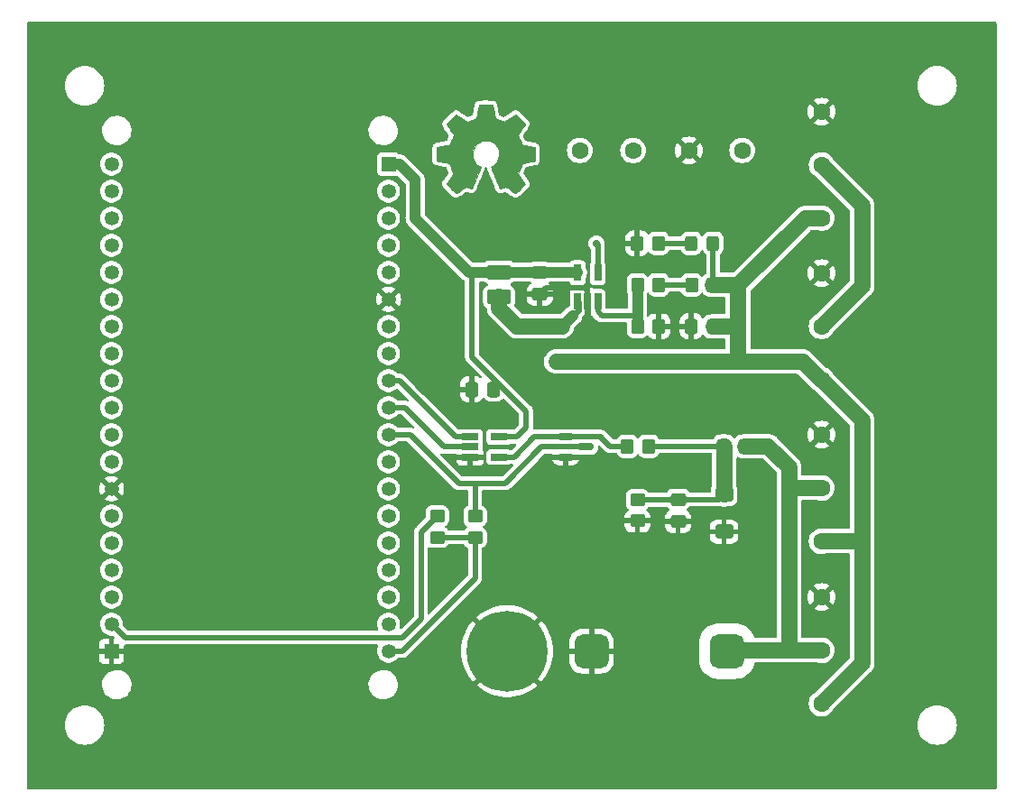
<source format=gbr>
%TF.GenerationSoftware,KiCad,Pcbnew,7.0.8*%
%TF.CreationDate,2023-11-13T13:57:56+01:00*%
%TF.ProjectId,sdi12-esphome,73646931-322d-4657-9370-686f6d652e6b,rev?*%
%TF.SameCoordinates,Original*%
%TF.FileFunction,Copper,L1,Top*%
%TF.FilePolarity,Positive*%
%FSLAX46Y46*%
G04 Gerber Fmt 4.6, Leading zero omitted, Abs format (unit mm)*
G04 Created by KiCad (PCBNEW 7.0.8) date 2023-11-13 13:57:56*
%MOMM*%
%LPD*%
G01*
G04 APERTURE LIST*
G04 Aperture macros list*
%AMRoundRect*
0 Rectangle with rounded corners*
0 $1 Rounding radius*
0 $2 $3 $4 $5 $6 $7 $8 $9 X,Y pos of 4 corners*
0 Add a 4 corners polygon primitive as box body*
4,1,4,$2,$3,$4,$5,$6,$7,$8,$9,$2,$3,0*
0 Add four circle primitives for the rounded corners*
1,1,$1+$1,$2,$3*
1,1,$1+$1,$4,$5*
1,1,$1+$1,$6,$7*
1,1,$1+$1,$8,$9*
0 Add four rect primitives between the rounded corners*
20,1,$1+$1,$2,$3,$4,$5,0*
20,1,$1+$1,$4,$5,$6,$7,0*
20,1,$1+$1,$6,$7,$8,$9,0*
20,1,$1+$1,$8,$9,$2,$3,0*%
G04 Aperture macros list end*
%TA.AperFunction,EtchedComponent*%
%ADD10C,0.010000*%
%TD*%
%TA.AperFunction,ComponentPad*%
%ADD11R,1.350000X1.350000*%
%TD*%
%TA.AperFunction,ComponentPad*%
%ADD12C,1.350000*%
%TD*%
%TA.AperFunction,SMDPad,CuDef*%
%ADD13RoundRect,0.250000X-0.350000X-0.450000X0.350000X-0.450000X0.350000X0.450000X-0.350000X0.450000X0*%
%TD*%
%TA.AperFunction,SMDPad,CuDef*%
%ADD14RoundRect,0.250000X0.350000X0.450000X-0.350000X0.450000X-0.350000X-0.450000X0.350000X-0.450000X0*%
%TD*%
%TA.AperFunction,ComponentPad*%
%ADD15RoundRect,0.800000X-0.800000X-0.800000X0.800000X-0.800000X0.800000X0.800000X-0.800000X0.800000X0*%
%TD*%
%TA.AperFunction,ComponentPad*%
%ADD16C,1.600200*%
%TD*%
%TA.AperFunction,SMDPad,CuDef*%
%ADD17RoundRect,0.250000X-0.450000X0.350000X-0.450000X-0.350000X0.450000X-0.350000X0.450000X0.350000X0*%
%TD*%
%TA.AperFunction,SMDPad,CuDef*%
%ADD18RoundRect,0.250000X-0.337500X-0.475000X0.337500X-0.475000X0.337500X0.475000X-0.337500X0.475000X0*%
%TD*%
%TA.AperFunction,SMDPad,CuDef*%
%ADD19RoundRect,0.250000X-0.475000X0.337500X-0.475000X-0.337500X0.475000X-0.337500X0.475000X0.337500X0*%
%TD*%
%TA.AperFunction,ComponentPad*%
%ADD20C,4.700000*%
%TD*%
%TA.AperFunction,ConnectorPad*%
%ADD21C,7.600000*%
%TD*%
%TA.AperFunction,SMDPad,CuDef*%
%ADD22R,1.560000X0.650000*%
%TD*%
%TA.AperFunction,SMDPad,CuDef*%
%ADD23RoundRect,0.250000X-0.325000X-0.450000X0.325000X-0.450000X0.325000X0.450000X-0.325000X0.450000X0*%
%TD*%
%TA.AperFunction,SMDPad,CuDef*%
%ADD24RoundRect,0.250000X0.450000X-0.350000X0.450000X0.350000X-0.450000X0.350000X-0.450000X-0.350000X0*%
%TD*%
%TA.AperFunction,SMDPad,CuDef*%
%ADD25RoundRect,0.250000X0.337500X0.475000X-0.337500X0.475000X-0.337500X-0.475000X0.337500X-0.475000X0*%
%TD*%
%TA.AperFunction,SMDPad,CuDef*%
%ADD26RoundRect,0.150000X-0.587500X-0.150000X0.587500X-0.150000X0.587500X0.150000X-0.587500X0.150000X0*%
%TD*%
%TA.AperFunction,SMDPad,CuDef*%
%ADD27RoundRect,0.250001X-0.849999X0.462499X-0.849999X-0.462499X0.849999X-0.462499X0.849999X0.462499X0*%
%TD*%
%TA.AperFunction,SMDPad,CuDef*%
%ADD28RoundRect,0.225000X0.375000X-0.225000X0.375000X0.225000X-0.375000X0.225000X-0.375000X-0.225000X0*%
%TD*%
%TA.AperFunction,SMDPad,CuDef*%
%ADD29RoundRect,0.250000X-0.600000X0.400000X-0.600000X-0.400000X0.600000X-0.400000X0.600000X0.400000X0*%
%TD*%
%TA.AperFunction,SMDPad,CuDef*%
%ADD30R,0.650000X1.560000*%
%TD*%
%TA.AperFunction,ViaPad*%
%ADD31C,0.700000*%
%TD*%
%TA.AperFunction,Conductor*%
%ADD32C,0.500000*%
%TD*%
%TA.AperFunction,Conductor*%
%ADD33C,1.500000*%
%TD*%
%TA.AperFunction,Conductor*%
%ADD34C,1.000000*%
%TD*%
%TA.AperFunction,Conductor*%
%ADD35C,0.600000*%
%TD*%
G04 APERTURE END LIST*
%TO.C,LOGO1*%
D10*
X83267014Y-47792998D02*
X83425006Y-47793863D01*
X83539347Y-47796205D01*
X83617407Y-47800762D01*
X83666554Y-47808270D01*
X83694159Y-47819466D01*
X83707592Y-47835088D01*
X83714221Y-47855873D01*
X83714865Y-47858563D01*
X83724935Y-47907113D01*
X83743575Y-48002905D01*
X83768845Y-48135743D01*
X83798807Y-48295431D01*
X83831522Y-48471774D01*
X83832664Y-48477967D01*
X83865433Y-48650782D01*
X83896093Y-48803469D01*
X83922664Y-48926871D01*
X83943167Y-49011831D01*
X83955626Y-49049190D01*
X83956220Y-49049852D01*
X83992919Y-49068095D01*
X84068586Y-49098497D01*
X84166878Y-49134493D01*
X84167425Y-49134685D01*
X84291233Y-49181222D01*
X84437196Y-49240504D01*
X84574781Y-49300109D01*
X84581293Y-49303056D01*
X84805390Y-49404765D01*
X85301619Y-49065897D01*
X85453846Y-48962592D01*
X85591741Y-48870237D01*
X85707315Y-48794084D01*
X85792579Y-48739385D01*
X85839544Y-48711393D01*
X85844004Y-48709317D01*
X85878134Y-48718560D01*
X85941881Y-48763156D01*
X86037731Y-48845209D01*
X86168169Y-48966821D01*
X86301328Y-49096205D01*
X86429694Y-49223702D01*
X86544581Y-49340046D01*
X86639073Y-49438052D01*
X86706253Y-49510536D01*
X86739206Y-49550313D01*
X86740432Y-49552361D01*
X86744074Y-49579656D01*
X86730350Y-49624234D01*
X86695869Y-49692112D01*
X86637239Y-49789311D01*
X86551070Y-49921851D01*
X86436200Y-50092476D01*
X86334254Y-50242655D01*
X86243123Y-50377350D01*
X86168073Y-50488740D01*
X86114369Y-50569005D01*
X86087280Y-50610325D01*
X86085574Y-50613130D01*
X86088882Y-50652721D01*
X86113953Y-50729669D01*
X86155798Y-50829432D01*
X86170712Y-50861291D01*
X86235786Y-51003226D01*
X86305212Y-51164273D01*
X86361609Y-51303621D01*
X86402247Y-51407044D01*
X86434526Y-51485642D01*
X86453178Y-51526720D01*
X86455497Y-51529885D01*
X86489803Y-51535128D01*
X86570669Y-51549494D01*
X86687343Y-51570937D01*
X86829075Y-51597413D01*
X86985110Y-51626877D01*
X87144698Y-51657283D01*
X87297085Y-51686588D01*
X87431521Y-51712745D01*
X87537252Y-51733710D01*
X87603526Y-51747439D01*
X87619782Y-51751320D01*
X87636573Y-51760900D01*
X87649249Y-51782536D01*
X87658378Y-51823531D01*
X87664531Y-51891189D01*
X87668280Y-51992812D01*
X87670192Y-52135703D01*
X87670840Y-52327165D01*
X87670874Y-52405645D01*
X87670874Y-53043906D01*
X87517598Y-53074160D01*
X87432322Y-53090564D01*
X87305070Y-53114509D01*
X87151315Y-53143107D01*
X86986534Y-53173467D01*
X86940989Y-53181806D01*
X86788932Y-53211370D01*
X86656468Y-53240442D01*
X86554714Y-53266329D01*
X86494788Y-53286337D01*
X86484805Y-53292301D01*
X86460293Y-53334534D01*
X86425148Y-53416370D01*
X86386173Y-53521683D01*
X86378442Y-53544368D01*
X86327360Y-53685018D01*
X86263954Y-53843714D01*
X86201904Y-53986225D01*
X86201598Y-53986886D01*
X86098267Y-54210440D01*
X86777961Y-55210232D01*
X86341621Y-55647300D01*
X86209649Y-55777381D01*
X86089279Y-55892048D01*
X85987273Y-55985181D01*
X85910391Y-56050658D01*
X85865393Y-56082357D01*
X85858938Y-56084368D01*
X85821040Y-56068529D01*
X85743708Y-56024496D01*
X85635389Y-55957490D01*
X85504532Y-55872734D01*
X85363052Y-55777816D01*
X85219461Y-55680998D01*
X85091435Y-55596751D01*
X84987105Y-55530258D01*
X84914600Y-55486702D01*
X84882158Y-55471264D01*
X84842576Y-55484328D01*
X84767519Y-55518750D01*
X84672468Y-55567380D01*
X84662392Y-55572785D01*
X84534391Y-55636980D01*
X84446618Y-55668463D01*
X84392028Y-55668798D01*
X84363575Y-55639548D01*
X84363410Y-55639138D01*
X84349188Y-55604498D01*
X84315269Y-55522269D01*
X84264284Y-55398814D01*
X84198862Y-55240498D01*
X84121634Y-55053686D01*
X84035229Y-54844742D01*
X83951551Y-54642446D01*
X83859588Y-54419200D01*
X83775150Y-54212392D01*
X83700769Y-54028362D01*
X83638974Y-53873451D01*
X83592297Y-53753996D01*
X83563268Y-53676339D01*
X83554322Y-53647356D01*
X83576756Y-53614110D01*
X83635439Y-53561123D01*
X83713689Y-53502704D01*
X83936534Y-53317952D01*
X84110718Y-53106182D01*
X84234154Y-52871856D01*
X84304754Y-52619434D01*
X84320431Y-52353377D01*
X84309036Y-52230575D01*
X84246950Y-51975793D01*
X84140023Y-51750801D01*
X83994889Y-51557817D01*
X83818178Y-51399061D01*
X83616522Y-51276750D01*
X83396554Y-51193105D01*
X83164906Y-51150344D01*
X82928209Y-51150687D01*
X82693095Y-51196352D01*
X82466196Y-51289559D01*
X82254144Y-51432527D01*
X82165636Y-51513383D01*
X81995889Y-51721007D01*
X81877699Y-51947895D01*
X81810278Y-52187433D01*
X81792840Y-52433007D01*
X81824598Y-52678003D01*
X81904765Y-52915808D01*
X82032555Y-53139807D01*
X82207180Y-53343387D01*
X82402312Y-53502704D01*
X82483591Y-53563602D01*
X82541009Y-53616015D01*
X82561678Y-53647406D01*
X82550856Y-53681639D01*
X82520077Y-53763419D01*
X82471874Y-53886407D01*
X82408778Y-54044263D01*
X82333322Y-54230649D01*
X82248038Y-54439226D01*
X82164219Y-54642496D01*
X82071745Y-54865933D01*
X81986089Y-55072984D01*
X81909882Y-55257286D01*
X81845753Y-55412475D01*
X81796332Y-55532188D01*
X81764248Y-55610061D01*
X81752359Y-55639138D01*
X81724274Y-55668677D01*
X81669949Y-55668591D01*
X81582395Y-55637326D01*
X81454619Y-55573329D01*
X81453608Y-55572785D01*
X81357402Y-55523121D01*
X81279631Y-55486945D01*
X81235777Y-55471408D01*
X81233842Y-55471264D01*
X81200829Y-55487024D01*
X81127946Y-55530850D01*
X81023322Y-55597557D01*
X80895090Y-55681964D01*
X80752948Y-55777816D01*
X80608233Y-55874867D01*
X80477804Y-55959270D01*
X80370110Y-56025801D01*
X80293598Y-56069238D01*
X80257062Y-56084368D01*
X80223418Y-56064482D01*
X80155776Y-56008903D01*
X80060893Y-55923754D01*
X79945530Y-55815153D01*
X79816445Y-55689221D01*
X79774229Y-55647149D01*
X79337739Y-55209931D01*
X79669977Y-54722340D01*
X79770946Y-54572605D01*
X79859562Y-54438220D01*
X79930854Y-54326969D01*
X79979850Y-54246639D01*
X80001578Y-54205014D01*
X80002215Y-54202053D01*
X79990760Y-54162818D01*
X79959949Y-54083895D01*
X79915116Y-53978509D01*
X79883647Y-53907954D01*
X79824808Y-53772876D01*
X79769396Y-53636409D01*
X79726436Y-53521103D01*
X79714766Y-53485977D01*
X79681611Y-53392174D01*
X79649201Y-53319694D01*
X79631399Y-53292301D01*
X79592114Y-53275536D01*
X79506374Y-53251770D01*
X79385303Y-53223697D01*
X79240027Y-53194009D01*
X79175012Y-53181806D01*
X79009913Y-53151468D01*
X78851552Y-53122093D01*
X78715404Y-53096569D01*
X78616943Y-53077785D01*
X78598402Y-53074160D01*
X78445127Y-53043906D01*
X78445127Y-52405645D01*
X78445471Y-52195770D01*
X78446884Y-52036980D01*
X78449936Y-51921973D01*
X78455197Y-51843446D01*
X78463237Y-51794096D01*
X78474627Y-51766619D01*
X78489937Y-51753713D01*
X78496218Y-51751320D01*
X78534104Y-51742833D01*
X78617805Y-51725900D01*
X78736567Y-51702566D01*
X78879639Y-51674875D01*
X79036268Y-51644873D01*
X79195703Y-51614604D01*
X79347191Y-51586115D01*
X79479981Y-51561449D01*
X79583319Y-51542651D01*
X79646455Y-51531767D01*
X79660503Y-51529885D01*
X79673230Y-51504704D01*
X79701400Y-51437622D01*
X79739748Y-51341333D01*
X79754391Y-51303621D01*
X79813452Y-51157921D01*
X79883000Y-50996951D01*
X79945288Y-50861291D01*
X79991121Y-50757561D01*
X80021613Y-50672326D01*
X80031792Y-50620126D01*
X80030169Y-50613130D01*
X80008657Y-50580102D01*
X79959535Y-50506643D01*
X79888077Y-50400577D01*
X79799555Y-50269726D01*
X79699241Y-50121912D01*
X79679406Y-50092734D01*
X79563012Y-49919863D01*
X79477452Y-49788226D01*
X79419316Y-49691761D01*
X79385192Y-49624408D01*
X79371669Y-49580106D01*
X79375336Y-49552794D01*
X79375430Y-49552620D01*
X79404293Y-49516746D01*
X79468133Y-49447391D01*
X79560031Y-49351745D01*
X79673067Y-49236999D01*
X79800321Y-49110341D01*
X79814672Y-49096205D01*
X79975043Y-48940903D01*
X80098805Y-48826870D01*
X80188445Y-48752002D01*
X80246448Y-48714196D01*
X80271996Y-48709317D01*
X80309282Y-48730603D01*
X80386657Y-48779773D01*
X80496133Y-48851575D01*
X80629720Y-48940755D01*
X80779430Y-49042063D01*
X80814382Y-49065897D01*
X81310610Y-49404765D01*
X81534707Y-49303056D01*
X81670989Y-49243783D01*
X81817276Y-49184170D01*
X81943035Y-49136640D01*
X81948575Y-49134685D01*
X82046943Y-49098677D01*
X82122771Y-49068229D01*
X82159718Y-49049905D01*
X82159780Y-49049852D01*
X82171504Y-49016729D01*
X82191432Y-48935267D01*
X82217587Y-48814625D01*
X82247990Y-48663959D01*
X82280663Y-48492428D01*
X82283336Y-48477967D01*
X82316110Y-48301235D01*
X82346198Y-48140810D01*
X82371661Y-48006888D01*
X82390559Y-47909663D01*
X82400953Y-47859332D01*
X82401135Y-47858563D01*
X82407461Y-47837153D01*
X82419761Y-47820988D01*
X82445406Y-47809331D01*
X82491765Y-47801445D01*
X82566208Y-47796593D01*
X82676105Y-47794039D01*
X82828825Y-47793045D01*
X83031738Y-47792874D01*
X83058000Y-47792874D01*
X83267014Y-47792998D01*
%TA.AperFunction,EtchedComponent*%
G36*
X83267014Y-47792998D02*
G01*
X83425006Y-47793863D01*
X83539347Y-47796205D01*
X83617407Y-47800762D01*
X83666554Y-47808270D01*
X83694159Y-47819466D01*
X83707592Y-47835088D01*
X83714221Y-47855873D01*
X83714865Y-47858563D01*
X83724935Y-47907113D01*
X83743575Y-48002905D01*
X83768845Y-48135743D01*
X83798807Y-48295431D01*
X83831522Y-48471774D01*
X83832664Y-48477967D01*
X83865433Y-48650782D01*
X83896093Y-48803469D01*
X83922664Y-48926871D01*
X83943167Y-49011831D01*
X83955626Y-49049190D01*
X83956220Y-49049852D01*
X83992919Y-49068095D01*
X84068586Y-49098497D01*
X84166878Y-49134493D01*
X84167425Y-49134685D01*
X84291233Y-49181222D01*
X84437196Y-49240504D01*
X84574781Y-49300109D01*
X84581293Y-49303056D01*
X84805390Y-49404765D01*
X85301619Y-49065897D01*
X85453846Y-48962592D01*
X85591741Y-48870237D01*
X85707315Y-48794084D01*
X85792579Y-48739385D01*
X85839544Y-48711393D01*
X85844004Y-48709317D01*
X85878134Y-48718560D01*
X85941881Y-48763156D01*
X86037731Y-48845209D01*
X86168169Y-48966821D01*
X86301328Y-49096205D01*
X86429694Y-49223702D01*
X86544581Y-49340046D01*
X86639073Y-49438052D01*
X86706253Y-49510536D01*
X86739206Y-49550313D01*
X86740432Y-49552361D01*
X86744074Y-49579656D01*
X86730350Y-49624234D01*
X86695869Y-49692112D01*
X86637239Y-49789311D01*
X86551070Y-49921851D01*
X86436200Y-50092476D01*
X86334254Y-50242655D01*
X86243123Y-50377350D01*
X86168073Y-50488740D01*
X86114369Y-50569005D01*
X86087280Y-50610325D01*
X86085574Y-50613130D01*
X86088882Y-50652721D01*
X86113953Y-50729669D01*
X86155798Y-50829432D01*
X86170712Y-50861291D01*
X86235786Y-51003226D01*
X86305212Y-51164273D01*
X86361609Y-51303621D01*
X86402247Y-51407044D01*
X86434526Y-51485642D01*
X86453178Y-51526720D01*
X86455497Y-51529885D01*
X86489803Y-51535128D01*
X86570669Y-51549494D01*
X86687343Y-51570937D01*
X86829075Y-51597413D01*
X86985110Y-51626877D01*
X87144698Y-51657283D01*
X87297085Y-51686588D01*
X87431521Y-51712745D01*
X87537252Y-51733710D01*
X87603526Y-51747439D01*
X87619782Y-51751320D01*
X87636573Y-51760900D01*
X87649249Y-51782536D01*
X87658378Y-51823531D01*
X87664531Y-51891189D01*
X87668280Y-51992812D01*
X87670192Y-52135703D01*
X87670840Y-52327165D01*
X87670874Y-52405645D01*
X87670874Y-53043906D01*
X87517598Y-53074160D01*
X87432322Y-53090564D01*
X87305070Y-53114509D01*
X87151315Y-53143107D01*
X86986534Y-53173467D01*
X86940989Y-53181806D01*
X86788932Y-53211370D01*
X86656468Y-53240442D01*
X86554714Y-53266329D01*
X86494788Y-53286337D01*
X86484805Y-53292301D01*
X86460293Y-53334534D01*
X86425148Y-53416370D01*
X86386173Y-53521683D01*
X86378442Y-53544368D01*
X86327360Y-53685018D01*
X86263954Y-53843714D01*
X86201904Y-53986225D01*
X86201598Y-53986886D01*
X86098267Y-54210440D01*
X86777961Y-55210232D01*
X86341621Y-55647300D01*
X86209649Y-55777381D01*
X86089279Y-55892048D01*
X85987273Y-55985181D01*
X85910391Y-56050658D01*
X85865393Y-56082357D01*
X85858938Y-56084368D01*
X85821040Y-56068529D01*
X85743708Y-56024496D01*
X85635389Y-55957490D01*
X85504532Y-55872734D01*
X85363052Y-55777816D01*
X85219461Y-55680998D01*
X85091435Y-55596751D01*
X84987105Y-55530258D01*
X84914600Y-55486702D01*
X84882158Y-55471264D01*
X84842576Y-55484328D01*
X84767519Y-55518750D01*
X84672468Y-55567380D01*
X84662392Y-55572785D01*
X84534391Y-55636980D01*
X84446618Y-55668463D01*
X84392028Y-55668798D01*
X84363575Y-55639548D01*
X84363410Y-55639138D01*
X84349188Y-55604498D01*
X84315269Y-55522269D01*
X84264284Y-55398814D01*
X84198862Y-55240498D01*
X84121634Y-55053686D01*
X84035229Y-54844742D01*
X83951551Y-54642446D01*
X83859588Y-54419200D01*
X83775150Y-54212392D01*
X83700769Y-54028362D01*
X83638974Y-53873451D01*
X83592297Y-53753996D01*
X83563268Y-53676339D01*
X83554322Y-53647356D01*
X83576756Y-53614110D01*
X83635439Y-53561123D01*
X83713689Y-53502704D01*
X83936534Y-53317952D01*
X84110718Y-53106182D01*
X84234154Y-52871856D01*
X84304754Y-52619434D01*
X84320431Y-52353377D01*
X84309036Y-52230575D01*
X84246950Y-51975793D01*
X84140023Y-51750801D01*
X83994889Y-51557817D01*
X83818178Y-51399061D01*
X83616522Y-51276750D01*
X83396554Y-51193105D01*
X83164906Y-51150344D01*
X82928209Y-51150687D01*
X82693095Y-51196352D01*
X82466196Y-51289559D01*
X82254144Y-51432527D01*
X82165636Y-51513383D01*
X81995889Y-51721007D01*
X81877699Y-51947895D01*
X81810278Y-52187433D01*
X81792840Y-52433007D01*
X81824598Y-52678003D01*
X81904765Y-52915808D01*
X82032555Y-53139807D01*
X82207180Y-53343387D01*
X82402312Y-53502704D01*
X82483591Y-53563602D01*
X82541009Y-53616015D01*
X82561678Y-53647406D01*
X82550856Y-53681639D01*
X82520077Y-53763419D01*
X82471874Y-53886407D01*
X82408778Y-54044263D01*
X82333322Y-54230649D01*
X82248038Y-54439226D01*
X82164219Y-54642496D01*
X82071745Y-54865933D01*
X81986089Y-55072984D01*
X81909882Y-55257286D01*
X81845753Y-55412475D01*
X81796332Y-55532188D01*
X81764248Y-55610061D01*
X81752359Y-55639138D01*
X81724274Y-55668677D01*
X81669949Y-55668591D01*
X81582395Y-55637326D01*
X81454619Y-55573329D01*
X81453608Y-55572785D01*
X81357402Y-55523121D01*
X81279631Y-55486945D01*
X81235777Y-55471408D01*
X81233842Y-55471264D01*
X81200829Y-55487024D01*
X81127946Y-55530850D01*
X81023322Y-55597557D01*
X80895090Y-55681964D01*
X80752948Y-55777816D01*
X80608233Y-55874867D01*
X80477804Y-55959270D01*
X80370110Y-56025801D01*
X80293598Y-56069238D01*
X80257062Y-56084368D01*
X80223418Y-56064482D01*
X80155776Y-56008903D01*
X80060893Y-55923754D01*
X79945530Y-55815153D01*
X79816445Y-55689221D01*
X79774229Y-55647149D01*
X79337739Y-55209931D01*
X79669977Y-54722340D01*
X79770946Y-54572605D01*
X79859562Y-54438220D01*
X79930854Y-54326969D01*
X79979850Y-54246639D01*
X80001578Y-54205014D01*
X80002215Y-54202053D01*
X79990760Y-54162818D01*
X79959949Y-54083895D01*
X79915116Y-53978509D01*
X79883647Y-53907954D01*
X79824808Y-53772876D01*
X79769396Y-53636409D01*
X79726436Y-53521103D01*
X79714766Y-53485977D01*
X79681611Y-53392174D01*
X79649201Y-53319694D01*
X79631399Y-53292301D01*
X79592114Y-53275536D01*
X79506374Y-53251770D01*
X79385303Y-53223697D01*
X79240027Y-53194009D01*
X79175012Y-53181806D01*
X79009913Y-53151468D01*
X78851552Y-53122093D01*
X78715404Y-53096569D01*
X78616943Y-53077785D01*
X78598402Y-53074160D01*
X78445127Y-53043906D01*
X78445127Y-52405645D01*
X78445471Y-52195770D01*
X78446884Y-52036980D01*
X78449936Y-51921973D01*
X78455197Y-51843446D01*
X78463237Y-51794096D01*
X78474627Y-51766619D01*
X78489937Y-51753713D01*
X78496218Y-51751320D01*
X78534104Y-51742833D01*
X78617805Y-51725900D01*
X78736567Y-51702566D01*
X78879639Y-51674875D01*
X79036268Y-51644873D01*
X79195703Y-51614604D01*
X79347191Y-51586115D01*
X79479981Y-51561449D01*
X79583319Y-51542651D01*
X79646455Y-51531767D01*
X79660503Y-51529885D01*
X79673230Y-51504704D01*
X79701400Y-51437622D01*
X79739748Y-51341333D01*
X79754391Y-51303621D01*
X79813452Y-51157921D01*
X79883000Y-50996951D01*
X79945288Y-50861291D01*
X79991121Y-50757561D01*
X80021613Y-50672326D01*
X80031792Y-50620126D01*
X80030169Y-50613130D01*
X80008657Y-50580102D01*
X79959535Y-50506643D01*
X79888077Y-50400577D01*
X79799555Y-50269726D01*
X79699241Y-50121912D01*
X79679406Y-50092734D01*
X79563012Y-49919863D01*
X79477452Y-49788226D01*
X79419316Y-49691761D01*
X79385192Y-49624408D01*
X79371669Y-49580106D01*
X79375336Y-49552794D01*
X79375430Y-49552620D01*
X79404293Y-49516746D01*
X79468133Y-49447391D01*
X79560031Y-49351745D01*
X79673067Y-49236999D01*
X79800321Y-49110341D01*
X79814672Y-49096205D01*
X79975043Y-48940903D01*
X80098805Y-48826870D01*
X80188445Y-48752002D01*
X80246448Y-48714196D01*
X80271996Y-48709317D01*
X80309282Y-48730603D01*
X80386657Y-48779773D01*
X80496133Y-48851575D01*
X80629720Y-48940755D01*
X80779430Y-49042063D01*
X80814382Y-49065897D01*
X81310610Y-49404765D01*
X81534707Y-49303056D01*
X81670989Y-49243783D01*
X81817276Y-49184170D01*
X81943035Y-49136640D01*
X81948575Y-49134685D01*
X82046943Y-49098677D01*
X82122771Y-49068229D01*
X82159718Y-49049905D01*
X82159780Y-49049852D01*
X82171504Y-49016729D01*
X82191432Y-48935267D01*
X82217587Y-48814625D01*
X82247990Y-48663959D01*
X82280663Y-48492428D01*
X82283336Y-48477967D01*
X82316110Y-48301235D01*
X82346198Y-48140810D01*
X82371661Y-48006888D01*
X82390559Y-47909663D01*
X82400953Y-47859332D01*
X82401135Y-47858563D01*
X82407461Y-47837153D01*
X82419761Y-47820988D01*
X82445406Y-47809331D01*
X82491765Y-47801445D01*
X82566208Y-47796593D01*
X82676105Y-47794039D01*
X82828825Y-47793045D01*
X83031738Y-47792874D01*
X83058000Y-47792874D01*
X83267014Y-47792998D01*
G37*
%TD.AperFunction*%
%TD*%
D11*
%TO.P,U1,J4_1,GND_J4_1*%
%TO.N,GND*%
X47920000Y-99060000D03*
D12*
%TO.P,U1,J4_2,G23*%
%TO.N,GPIO23*%
X47920000Y-96520000D03*
%TO.P,U1,J4_3,G22*%
%TO.N,GPIO22*%
X47920000Y-93980000D03*
%TO.P,U1,J4_4,TXD*%
%TO.N,unconnected-(U1-TXD-PadJ4_4)*%
X47920000Y-91440000D03*
%TO.P,U1,J4_5,RXD*%
%TO.N,unconnected-(U1-RXD-PadJ4_5)*%
X47920000Y-88900000D03*
%TO.P,U1,J4_6,G21*%
%TO.N,GPIO21*%
X47920000Y-86360000D03*
%TO.P,U1,J4_7,GND_J4_7*%
%TO.N,GND*%
X47920000Y-83820000D03*
%TO.P,U1,J4_8,G19*%
%TO.N,unconnected-(U1-G19-PadJ4_8)*%
X47920000Y-81280000D03*
%TO.P,U1,J4_9,G18*%
%TO.N,unconnected-(U1-G18-PadJ4_9)*%
X47920000Y-78740000D03*
%TO.P,U1,J4_10,G5*%
%TO.N,unconnected-(U1-G5-PadJ4_10)*%
X47920000Y-76200000D03*
%TO.P,U1,J4_11,G17*%
%TO.N,unconnected-(U1-G17-PadJ4_11)*%
X47920000Y-73660000D03*
%TO.P,U1,J4_12,G16*%
%TO.N,unconnected-(U1-G16-PadJ4_12)*%
X47920000Y-71120000D03*
%TO.P,U1,J4_13,G4*%
%TO.N,unconnected-(U1-G4-PadJ4_13)*%
X47920000Y-68580000D03*
%TO.P,U1,J4_14,G0*%
%TO.N,unconnected-(U1-G0-PadJ4_14)*%
X47920000Y-66040000D03*
%TO.P,U1,J4_15,G2*%
%TO.N,unconnected-(U1-G2-PadJ4_15)*%
X47920000Y-63500000D03*
%TO.P,U1,J4_16,G15*%
%TO.N,unconnected-(U1-G15-PadJ4_16)*%
X47920000Y-60960000D03*
%TO.P,U1,J4_17,SD1*%
%TO.N,unconnected-(U1-SD1-PadJ4_17)*%
X47920000Y-58420000D03*
%TO.P,U1,J4_18,SD0*%
%TO.N,unconnected-(U1-SD0-PadJ4_18)*%
X47920000Y-55880000D03*
%TO.P,U1,J4_19,CLK*%
%TO.N,unconnected-(U1-CLK-PadJ4_19)*%
X47920000Y-53340000D03*
D11*
%TO.P,U1,J5_1,5V*%
%TO.N,+5V*%
X73920000Y-53340000D03*
D12*
%TO.P,U1,J5_2,CMD*%
%TO.N,unconnected-(U1-CMD-PadJ5_2)*%
X73920000Y-55880000D03*
%TO.P,U1,J5_3,SD3*%
%TO.N,unconnected-(U1-SD3-PadJ5_3)*%
X73920000Y-58420000D03*
%TO.P,U1,J5_4,SD2*%
%TO.N,unconnected-(U1-SD2-PadJ5_4)*%
X73920000Y-60960000D03*
%TO.P,U1,J5_5,G13*%
%TO.N,unconnected-(U1-G13-PadJ5_5)*%
X73920000Y-63500000D03*
%TO.P,U1,J5_6,GND_J5_6*%
%TO.N,GND*%
X73920000Y-66040000D03*
%TO.P,U1,J5_7,G12*%
%TO.N,unconnected-(U1-G12-PadJ5_7)*%
X73920000Y-68580000D03*
%TO.P,U1,J5_8,G14*%
%TO.N,unconnected-(U1-G14-PadJ5_8)*%
X73920000Y-71120000D03*
%TO.P,U1,J5_9,G27*%
%TO.N,OE*%
X73920000Y-73660000D03*
%TO.P,U1,J5_10,G26*%
%TO.N,TXD*%
X73920000Y-76200000D03*
%TO.P,U1,J5_11,G25*%
%TO.N,RXD*%
X73920000Y-78740000D03*
%TO.P,U1,J5_12,G33*%
%TO.N,unconnected-(U1-G33-PadJ5_12)*%
X73920000Y-81280000D03*
%TO.P,U1,J5_13,G32*%
%TO.N,VCC Enable*%
X73920000Y-83820000D03*
%TO.P,U1,J5_14,G35*%
%TO.N,unconnected-(U1-G35-PadJ5_14)*%
X73920000Y-86360000D03*
%TO.P,U1,J5_15,G34*%
%TO.N,unconnected-(U1-G34-PadJ5_15)*%
X73920000Y-88900000D03*
%TO.P,U1,J5_16,SN*%
%TO.N,unconnected-(U1-SN-PadJ5_16)*%
X73920000Y-91440000D03*
%TO.P,U1,J5_17,SP*%
%TO.N,unconnected-(U1-SP-PadJ5_17)*%
X73920000Y-93980000D03*
%TO.P,U1,J5_18,EN*%
%TO.N,unconnected-(U1-EN-PadJ5_18)*%
X73920000Y-96520000D03*
%TO.P,U1,J5_19,3V3*%
%TO.N,+3V3*%
X73920000Y-99060000D03*
%TD*%
D13*
%TO.P,R3,1*%
%TO.N,Net-(Q1-G)*%
X96343000Y-79822000D03*
%TO.P,R3,2*%
%TO.N,Net-(D1-K)*%
X98343000Y-79822000D03*
%TD*%
D14*
%TO.P,R6,1*%
%TO.N,Net-(R6-Pad1)*%
X99282000Y-64676000D03*
%TO.P,R6,2*%
%TO.N,Net-(U3-V_{FB})*%
X97282000Y-64676000D03*
%TD*%
D15*
%TO.P,GD1,1*%
%TO.N,GND*%
X92970000Y-99060000D03*
%TO.P,GD1,3*%
%TO.N,SDI12_Bus*%
X105670000Y-99060000D03*
%TD*%
D16*
%TO.P,J1,1,Pin_1*%
%TO.N,+12V*%
X114560000Y-58420000D03*
%TO.P,J1,2,Pin_2*%
%TO.N,SDI12_Bus*%
X114560000Y-53420000D03*
%TO.P,J1,3,Pin_3*%
%TO.N,GND*%
X114560000Y-48420000D03*
%TD*%
D17*
%TO.P,R1,1*%
%TO.N,Net-(D1-K)*%
X97282000Y-84836000D03*
%TO.P,R1,2*%
%TO.N,GND*%
X97282000Y-86836000D03*
%TD*%
D16*
%TO.P,J4,1,Pin_1*%
%TO.N,+12V*%
X114560000Y-103980000D03*
%TO.P,J4,2,Pin_2*%
%TO.N,SDI12_Bus*%
X114560000Y-98980000D03*
%TO.P,J4,3,Pin_3*%
%TO.N,GND*%
X114560000Y-93980000D03*
%TD*%
%TO.P,J6,1,Pin_1*%
%TO.N,GPIO23*%
X107108000Y-52070000D03*
%TO.P,J6,2,Pin_2*%
%TO.N,GND*%
X102108000Y-52070000D03*
%TD*%
D13*
%TO.P,R2,1*%
%TO.N,Net-(D1-K)*%
X105394000Y-79822000D03*
%TO.P,R2,2*%
%TO.N,SDI12_Bus*%
X107394000Y-79822000D03*
%TD*%
D18*
%TO.P,C2,1*%
%TO.N,GND*%
X81734500Y-74488000D03*
%TO.P,C2,2*%
%TO.N,+5V*%
X83809500Y-74488000D03*
%TD*%
D19*
%TO.P,C3,1*%
%TO.N,+5V*%
X88106000Y-63500000D03*
%TO.P,C3,2*%
%TO.N,GND*%
X88106000Y-65575000D03*
%TD*%
D20*
%TO.P,J0,1,Pin_1*%
%TO.N,GND*%
X85050000Y-99060000D03*
D21*
X85050000Y-99060000D03*
%TD*%
D13*
%TO.P,R8,1*%
%TO.N,Net-(U3-V_{FB})*%
X97282000Y-68580000D03*
%TO.P,R8,2*%
%TO.N,GND*%
X99282000Y-68580000D03*
%TD*%
D14*
%TO.P,R7,1*%
%TO.N,+12V*%
X104362000Y-64683500D03*
%TO.P,R7,2*%
%TO.N,Net-(R6-Pad1)*%
X102362000Y-64683500D03*
%TD*%
D16*
%TO.P,J3,1,Pin_1*%
%TO.N,+12V*%
X114560000Y-88740000D03*
%TO.P,J3,2,Pin_2*%
%TO.N,SDI12_Bus*%
X114560000Y-83740000D03*
%TO.P,J3,3,Pin_3*%
%TO.N,GND*%
X114560000Y-78740000D03*
%TD*%
D22*
%TO.P,U2,1*%
%TO.N,OE*%
X81596000Y-78938000D03*
%TO.P,U2,2*%
%TO.N,TXD*%
X81596000Y-79888000D03*
%TO.P,U2,3,GND*%
%TO.N,GND*%
X81596000Y-80838000D03*
%TO.P,U2,4*%
%TO.N,Net-(Q1-G)*%
X84296000Y-80838000D03*
%TO.P,U2,5,VCC*%
%TO.N,+5V*%
X84296000Y-78938000D03*
%TD*%
D13*
%TO.P,R9,1*%
%TO.N,GND*%
X97266000Y-60772000D03*
%TO.P,R9,2*%
%TO.N,Net-(D3-K)*%
X99266000Y-60772000D03*
%TD*%
D23*
%TO.P,D3,1,K*%
%TO.N,Net-(D3-K)*%
X102337000Y-60772000D03*
%TO.P,D3,2,A*%
%TO.N,+12V*%
X104387000Y-60772000D03*
%TD*%
D24*
%TO.P,R5,1*%
%TO.N,+3V3*%
X78486000Y-88376000D03*
%TO.P,R5,2*%
%TO.N,GPIO23*%
X78486000Y-86376000D03*
%TD*%
D25*
%TO.P,C4,1*%
%TO.N,+12V*%
X104415500Y-68580000D03*
%TO.P,C4,2*%
%TO.N,GND*%
X102340500Y-68580000D03*
%TD*%
D26*
%TO.P,Q1,1,G*%
%TO.N,Net-(Q1-G)*%
X90549000Y-78938000D03*
%TO.P,Q1,2,S*%
%TO.N,GND*%
X90549000Y-80838000D03*
%TO.P,Q1,3,D*%
%TO.N,RXD*%
X92424000Y-79888000D03*
%TD*%
D27*
%TO.P,L1,1,1*%
%TO.N,+5V*%
X84296000Y-63500000D03*
%TO.P,L1,2,2*%
%TO.N,Net-(D2-A)*%
X84296000Y-65825000D03*
%TD*%
D19*
%TO.P,C1,1*%
%TO.N,Net-(D1-K)*%
X101092000Y-84814500D03*
%TO.P,C1,2*%
%TO.N,GND*%
X101092000Y-86889500D03*
%TD*%
D16*
%TO.P,J2,1,Pin_1*%
%TO.N,+12V*%
X114560000Y-73580000D03*
%TO.P,J2,2,Pin_2*%
%TO.N,SDI12_Bus*%
X114560000Y-68580000D03*
%TO.P,J2,3,Pin_3*%
%TO.N,GND*%
X114560000Y-63580000D03*
%TD*%
%TO.P,J5,1,Pin_1*%
%TO.N,GPIO22*%
X96868000Y-52070000D03*
%TO.P,J5,2,Pin_2*%
%TO.N,GPIO21*%
X91868000Y-52070000D03*
%TD*%
D24*
%TO.P,R4,1*%
%TO.N,+3V3*%
X82042000Y-88392000D03*
%TO.P,R4,2*%
%TO.N,RXD*%
X82042000Y-86392000D03*
%TD*%
D28*
%TO.P,D2,1,K*%
%TO.N,+12V*%
X89662000Y-71880000D03*
%TO.P,D2,2,A*%
%TO.N,Net-(D2-A)*%
X89662000Y-68580000D03*
%TD*%
D29*
%TO.P,D1,1,K*%
%TO.N,Net-(D1-K)*%
X105410000Y-84356000D03*
%TO.P,D1,2,A*%
%TO.N,GND*%
X105410000Y-87856000D03*
%TD*%
D30*
%TO.P,U3,1,SW*%
%TO.N,Net-(D2-A)*%
X91662000Y-66252500D03*
%TO.P,U3,2,GND*%
%TO.N,GND*%
X92612000Y-66252500D03*
%TO.P,U3,3,V_{FB}*%
%TO.N,Net-(U3-V_{FB})*%
X93562000Y-66252500D03*
%TO.P,U3,4,EN*%
%TO.N,VCC Enable*%
X93562000Y-63552500D03*
%TO.P,U3,5,V_{IN}*%
%TO.N,+5V*%
X91662000Y-63552500D03*
%TD*%
D31*
%TO.N,GND*%
X79756000Y-64262000D03*
X101092000Y-88646000D03*
X109728000Y-97282000D03*
X129000000Y-106000000D03*
X91916000Y-61788000D03*
X45400000Y-42500000D03*
X104870000Y-66675000D03*
X75660000Y-60706000D03*
X71882000Y-53340000D03*
X125500000Y-42500000D03*
X50038000Y-53340000D03*
X99282000Y-66675000D03*
X42000000Y-110000000D03*
X100838000Y-70358000D03*
X97295399Y-88657359D03*
X82831416Y-67538450D03*
X107410000Y-81600000D03*
X129000000Y-110000000D03*
X125500000Y-110000000D03*
X95152000Y-66040000D03*
X105632000Y-63058000D03*
X100838000Y-67056000D03*
X89630000Y-66360000D03*
X79759110Y-80925644D03*
X83312000Y-84328000D03*
X100838000Y-68580000D03*
X103346000Y-63058000D03*
X95726000Y-60772000D03*
X88106000Y-77282000D03*
X84213382Y-58231030D03*
X108458000Y-70358000D03*
X45400000Y-110000000D03*
X82296000Y-60960000D03*
X95152000Y-68580000D03*
X42000000Y-46000000D03*
X93882000Y-68580000D03*
X85566000Y-77282000D03*
X80518000Y-84328000D03*
X103604000Y-83312000D03*
X79502000Y-91186000D03*
X96012000Y-70104000D03*
X88868000Y-81092000D03*
X75438000Y-95504000D03*
X129000000Y-46000000D03*
X86582000Y-66360000D03*
X105410000Y-89662000D03*
X42000000Y-42500000D03*
X99314000Y-70358000D03*
X88107661Y-66918706D03*
X104870000Y-70358000D03*
X102362000Y-67056000D03*
X103600000Y-81600000D03*
X75438000Y-72390000D03*
X92612000Y-68580000D03*
X75406000Y-81092000D03*
X102362000Y-70358000D03*
X81600109Y-82210285D03*
X81756000Y-72964000D03*
X129000000Y-42500000D03*
X91186000Y-70104000D03*
X42000000Y-106000000D03*
%TO.N,VCC Enable*%
X93440000Y-60772000D03*
%TD*%
D32*
%TO.N,GND*%
X92612000Y-66252500D02*
X92612000Y-65275000D01*
X92612000Y-65275000D02*
X92305500Y-64968500D01*
X92305500Y-64968500D02*
X88712500Y-64968500D01*
X88712500Y-64968500D02*
X88106000Y-65575000D01*
%TO.N,Net-(D1-K)*%
X101063000Y-84843500D02*
X101092000Y-84814500D01*
D33*
X105426000Y-84340000D02*
X105410000Y-84356000D01*
D32*
X97282000Y-84836000D02*
X97289500Y-84843500D01*
X104951500Y-84814500D02*
X105410000Y-84356000D01*
D33*
X105426000Y-79854000D02*
X105426000Y-84340000D01*
D32*
X98343000Y-79822000D02*
X105394000Y-79822000D01*
X100838000Y-84814500D02*
X104951500Y-84814500D01*
D33*
X105394000Y-79822000D02*
X105426000Y-79854000D01*
D32*
X97289500Y-84843500D02*
X100809000Y-84843500D01*
%TO.N,+5V*%
X81756000Y-71440000D02*
X81756000Y-63754000D01*
D34*
X91609500Y-63500000D02*
X91662000Y-63552500D01*
X76422000Y-58420000D02*
X76422000Y-54832000D01*
X74930000Y-53340000D02*
X73920000Y-53340000D01*
D32*
X86836000Y-76520000D02*
X81756000Y-71440000D01*
X85942000Y-78938000D02*
X86836000Y-78044000D01*
D34*
X81502000Y-63500000D02*
X91609500Y-63500000D01*
D32*
X81756000Y-63754000D02*
X81502000Y-63500000D01*
X84296000Y-78938000D02*
X85942000Y-78938000D01*
X86836000Y-78044000D02*
X86836000Y-76520000D01*
D34*
X76422000Y-54832000D02*
X74930000Y-53340000D01*
X81502000Y-63500000D02*
X76422000Y-58420000D01*
D33*
%TO.N,+12V*%
X114560000Y-88740000D02*
X118270000Y-88740000D01*
X89662000Y-71880000D02*
X112774000Y-71880000D01*
X114560000Y-58420000D02*
X113030000Y-58420000D01*
X106627500Y-64683500D02*
X106714000Y-64770000D01*
X118364000Y-88646000D02*
X118364000Y-100176000D01*
X118364000Y-77384000D02*
X118364000Y-88646000D01*
X106714000Y-71660000D02*
X106934000Y-71880000D01*
X106714000Y-68580000D02*
X106714000Y-71660000D01*
X113030000Y-58420000D02*
X106714000Y-64736000D01*
X104362000Y-64683500D02*
X106627500Y-64683500D01*
X106714000Y-64770000D02*
X106714000Y-68580000D01*
X118270000Y-88740000D02*
X118364000Y-88646000D01*
X114474000Y-73580000D02*
X114560000Y-73580000D01*
X104415500Y-68580000D02*
X106714000Y-68580000D01*
X106714000Y-64736000D02*
X106714000Y-64770000D01*
D32*
X104362000Y-64683500D02*
X104387000Y-64658500D01*
X104387000Y-64658500D02*
X104387000Y-60772000D01*
D33*
X112774000Y-71880000D02*
X114474000Y-73580000D01*
X118364000Y-100176000D02*
X114560000Y-103980000D01*
X114560000Y-73580000D02*
X118364000Y-77384000D01*
D32*
%TO.N,Net-(Q1-G)*%
X84296000Y-80838000D02*
X85706025Y-80838000D01*
X93948000Y-79060000D02*
X94710000Y-79822000D01*
X85706025Y-80838000D02*
X87606025Y-78938000D01*
X87606025Y-78938000D02*
X90549000Y-78938000D01*
X93826000Y-78938000D02*
X90549000Y-78938000D01*
X93948000Y-79060000D02*
X93826000Y-78938000D01*
X94710000Y-79822000D02*
X96343000Y-79822000D01*
%TO.N,RXD*%
X84870000Y-83312000D02*
X88294000Y-79888000D01*
X82042000Y-83312000D02*
X82042000Y-86392000D01*
X88294000Y-79888000D02*
X92424000Y-79888000D01*
X73920000Y-78740000D02*
X75946000Y-78740000D01*
X75946000Y-78740000D02*
X80518000Y-83312000D01*
X80518000Y-83312000D02*
X84870000Y-83312000D01*
%TO.N,+3V3*%
X82026000Y-88376000D02*
X82042000Y-88392000D01*
X78486000Y-88376000D02*
X82026000Y-88376000D01*
X82042000Y-92208000D02*
X75190000Y-99060000D01*
X82042000Y-88398000D02*
X82042000Y-92208000D01*
X82400001Y-88039999D02*
X82042000Y-88398000D01*
X78486000Y-88376000D02*
X78486000Y-88551284D01*
X75190000Y-99060000D02*
X73920000Y-99060000D01*
%TO.N,GPIO23*%
X76962000Y-87900000D02*
X76962000Y-96012000D01*
X75184000Y-97790000D02*
X49190000Y-97790000D01*
X78486000Y-86376000D02*
X76962000Y-87900000D01*
X49190000Y-97790000D02*
X47920000Y-96520000D01*
X76962000Y-96012000D02*
X75184000Y-97790000D01*
%TO.N,TXD*%
X73920000Y-76200000D02*
X75438000Y-76200000D01*
X75438000Y-76200000D02*
X79126000Y-79888000D01*
X79126000Y-79888000D02*
X81596000Y-79888000D01*
%TO.N,GND*%
X92964000Y-70104000D02*
X99028000Y-70104000D01*
X92612000Y-69752000D02*
X92964000Y-70104000D01*
X92612000Y-68580000D02*
X92612000Y-69752000D01*
D35*
X92612000Y-66252500D02*
X92612000Y-68580000D01*
D32*
X99282000Y-69850000D02*
X99282000Y-68580000D01*
X99028000Y-70104000D02*
X99282000Y-69850000D01*
%TO.N,OE*%
X79126000Y-77856000D02*
X80208000Y-78938000D01*
X80208000Y-78938000D02*
X81596000Y-78938000D01*
X74930000Y-73660000D02*
X79126000Y-77856000D01*
X74011300Y-73658591D02*
X73920000Y-73660000D01*
X74191653Y-73630027D02*
X74011300Y-73658591D01*
X73920000Y-73660000D02*
X74930000Y-73660000D01*
D33*
%TO.N,Net-(D2-A)*%
X84296000Y-65825000D02*
X84296000Y-66868000D01*
D34*
X90170000Y-68580000D02*
X91186000Y-67564000D01*
D33*
X86008000Y-68580000D02*
X90170000Y-68580000D01*
X84296000Y-66868000D02*
X86008000Y-68580000D01*
D35*
X91662000Y-66262000D02*
X91694000Y-66294000D01*
X91662000Y-66252500D02*
X91662000Y-66262000D01*
X91694000Y-66294000D02*
X91694000Y-67056000D01*
X91694000Y-67056000D02*
X91186000Y-67564000D01*
D33*
%TO.N,SDI12_Bus*%
X112014000Y-98980000D02*
X114560000Y-98980000D01*
X114560000Y-83740000D02*
X111934000Y-83740000D01*
X105744000Y-98980000D02*
X112014000Y-98980000D01*
X111506000Y-98472000D02*
X111934000Y-98900000D01*
X111506000Y-81788000D02*
X109540000Y-79822000D01*
X118370000Y-57230000D02*
X114560000Y-53420000D01*
X118370000Y-64770000D02*
X118370000Y-57230000D01*
X114560000Y-68580000D02*
X118370000Y-64770000D01*
X105670000Y-99060000D02*
X105664000Y-99060000D01*
X105664000Y-99060000D02*
X105744000Y-98980000D01*
X111506000Y-83312000D02*
X111506000Y-98472000D01*
X111934000Y-83740000D02*
X111506000Y-83312000D01*
X109540000Y-79822000D02*
X107394000Y-79822000D01*
X111506000Y-83312000D02*
X111506000Y-81788000D01*
D32*
%TO.N,Net-(R6-Pad1)*%
X102268000Y-64676000D02*
X99282000Y-64676000D01*
D34*
%TO.N,Net-(U3-V_{FB})*%
X97282000Y-64770000D02*
X97282000Y-67310000D01*
D32*
X93562000Y-67195000D02*
X93931000Y-67564000D01*
X93931000Y-67564000D02*
X97028000Y-67564000D01*
D34*
X97282000Y-67310000D02*
X97282000Y-68580000D01*
D32*
X93562000Y-66040000D02*
X93562000Y-67195000D01*
X97028000Y-67564000D02*
X97282000Y-67310000D01*
%TO.N,VCC Enable*%
X93562000Y-60894000D02*
X93562000Y-63552500D01*
X93440000Y-60772000D02*
X93562000Y-60894000D01*
%TO.N,Net-(D3-K)*%
X102337000Y-60772000D02*
X99266000Y-60772000D01*
%TD*%
%TA.AperFunction,Conductor*%
%TO.N,GND*%
G36*
X81006232Y-89045407D02*
G01*
X81033254Y-89075105D01*
X81073916Y-89143861D01*
X81073917Y-89143862D01*
X81073919Y-89143865D01*
X81190135Y-89260081D01*
X81331602Y-89343744D01*
X81331606Y-89343745D01*
X81331805Y-89343831D01*
X81331917Y-89343930D01*
X81336963Y-89346914D01*
X81336394Y-89347875D01*
X81377706Y-89384287D01*
X81391500Y-89434694D01*
X81391500Y-91897546D01*
X81372593Y-91955737D01*
X81362504Y-91967550D01*
X77781504Y-95548550D01*
X77726987Y-95576327D01*
X77666555Y-95566756D01*
X77623290Y-95523491D01*
X77612500Y-95478546D01*
X77612500Y-89404851D01*
X77631407Y-89346660D01*
X77680907Y-89310696D01*
X77742093Y-89310696D01*
X77761893Y-89319636D01*
X77775602Y-89327744D01*
X77933431Y-89373598D01*
X77970306Y-89376500D01*
X77970310Y-89376500D01*
X79001690Y-89376500D01*
X79001694Y-89376500D01*
X79038569Y-89373598D01*
X79196398Y-89327744D01*
X79337865Y-89244081D01*
X79454081Y-89127865D01*
X79485283Y-89075105D01*
X79531178Y-89034643D01*
X79570496Y-89026500D01*
X80948041Y-89026500D01*
X81006232Y-89045407D01*
G37*
%TD.AperFunction*%
%TA.AperFunction,Conductor*%
G36*
X130898536Y-40018907D02*
G01*
X130910349Y-40028996D01*
X130934172Y-40052820D01*
X130938139Y-40057297D01*
X130978930Y-40109363D01*
X130999935Y-40166830D01*
X131000000Y-40170419D01*
X131000000Y-111829580D01*
X130981093Y-111887771D01*
X130978931Y-111890635D01*
X130938142Y-111942698D01*
X130934176Y-111947175D01*
X130910350Y-111971002D01*
X130855834Y-111998781D01*
X130840345Y-112000000D01*
X40099000Y-112000000D01*
X40040809Y-111981093D01*
X40004845Y-111931593D01*
X40000000Y-111901000D01*
X40000000Y-106000000D01*
X43544773Y-106000000D01*
X43563656Y-106264020D01*
X43619924Y-106522682D01*
X43712426Y-106770690D01*
X43712427Y-106770692D01*
X43839284Y-107003011D01*
X43839283Y-107003011D01*
X43997908Y-107214909D01*
X43997910Y-107214911D01*
X43997913Y-107214915D01*
X44185085Y-107402087D01*
X44185088Y-107402089D01*
X44185090Y-107402091D01*
X44396988Y-107560716D01*
X44629307Y-107687572D01*
X44629311Y-107687574D01*
X44877317Y-107780075D01*
X44877322Y-107780077D01*
X45135974Y-107836343D01*
X45400000Y-107855227D01*
X45664026Y-107836343D01*
X45922678Y-107780077D01*
X46170689Y-107687574D01*
X46403011Y-107560716D01*
X46614915Y-107402087D01*
X46802087Y-107214915D01*
X46960716Y-107003011D01*
X47087574Y-106770689D01*
X47180077Y-106522678D01*
X47236343Y-106264026D01*
X47255227Y-106000000D01*
X123544773Y-106000000D01*
X123563656Y-106264020D01*
X123619924Y-106522682D01*
X123712426Y-106770690D01*
X123712427Y-106770692D01*
X123839284Y-107003011D01*
X123839283Y-107003011D01*
X123997908Y-107214909D01*
X123997910Y-107214911D01*
X123997913Y-107214915D01*
X124185085Y-107402087D01*
X124185088Y-107402089D01*
X124185090Y-107402091D01*
X124396988Y-107560716D01*
X124629307Y-107687572D01*
X124629311Y-107687574D01*
X124877317Y-107780075D01*
X124877322Y-107780077D01*
X125135974Y-107836343D01*
X125400000Y-107855227D01*
X125664026Y-107836343D01*
X125922678Y-107780077D01*
X126170689Y-107687574D01*
X126403011Y-107560716D01*
X126614915Y-107402087D01*
X126802087Y-107214915D01*
X126960716Y-107003011D01*
X127087574Y-106770689D01*
X127180077Y-106522678D01*
X127236343Y-106264026D01*
X127255227Y-106000000D01*
X127236343Y-105735974D01*
X127180077Y-105477322D01*
X127087574Y-105229311D01*
X126960716Y-104996989D01*
X126960715Y-104996988D01*
X126960716Y-104996988D01*
X126802091Y-104785090D01*
X126802089Y-104785088D01*
X126802087Y-104785085D01*
X126614915Y-104597913D01*
X126614911Y-104597910D01*
X126614909Y-104597908D01*
X126403011Y-104439283D01*
X126170692Y-104312427D01*
X126170690Y-104312426D01*
X125922681Y-104219924D01*
X125922683Y-104219924D01*
X125838241Y-104201555D01*
X125664026Y-104163657D01*
X125664023Y-104163656D01*
X125664020Y-104163656D01*
X125400000Y-104144773D01*
X125135979Y-104163656D01*
X124877317Y-104219924D01*
X124629309Y-104312426D01*
X124629307Y-104312427D01*
X124396988Y-104439283D01*
X124185090Y-104597908D01*
X123997908Y-104785090D01*
X123839283Y-104996988D01*
X123712427Y-105229307D01*
X123712426Y-105229309D01*
X123619924Y-105477317D01*
X123563656Y-105735979D01*
X123544773Y-106000000D01*
X47255227Y-106000000D01*
X47236343Y-105735974D01*
X47180077Y-105477322D01*
X47087574Y-105229311D01*
X46960716Y-104996989D01*
X46960715Y-104996988D01*
X46960716Y-104996988D01*
X46802091Y-104785090D01*
X46802089Y-104785088D01*
X46802087Y-104785085D01*
X46614915Y-104597913D01*
X46614911Y-104597910D01*
X46614909Y-104597908D01*
X46403011Y-104439283D01*
X46170692Y-104312427D01*
X46170690Y-104312426D01*
X45922681Y-104219924D01*
X45922683Y-104219924D01*
X45838241Y-104201555D01*
X45664026Y-104163657D01*
X45664023Y-104163656D01*
X45664020Y-104163656D01*
X45400000Y-104144773D01*
X45135979Y-104163656D01*
X44877317Y-104219924D01*
X44629309Y-104312426D01*
X44629307Y-104312427D01*
X44396988Y-104439283D01*
X44185090Y-104597908D01*
X43997908Y-104785090D01*
X43839283Y-104996988D01*
X43712427Y-105229307D01*
X43712426Y-105229309D01*
X43619924Y-105477317D01*
X43563656Y-105735979D01*
X43544773Y-106000000D01*
X40000000Y-106000000D01*
X40000000Y-102141411D01*
X47040771Y-102141411D01*
X47050708Y-102375345D01*
X47081352Y-102517533D01*
X47100038Y-102604235D01*
X47187340Y-102821494D01*
X47187340Y-102821495D01*
X47308208Y-103017796D01*
X47310104Y-103020875D01*
X47464797Y-103196641D01*
X47464798Y-103196642D01*
X47646968Y-103343734D01*
X47646970Y-103343735D01*
X47851381Y-103457926D01*
X47851384Y-103457927D01*
X47851386Y-103457928D01*
X47949201Y-103492488D01*
X48072151Y-103535929D01*
X48302928Y-103575500D01*
X48302931Y-103575500D01*
X48478433Y-103575500D01*
X48653293Y-103560617D01*
X48653294Y-103560616D01*
X48653301Y-103560616D01*
X48879890Y-103501617D01*
X49093250Y-103405172D01*
X49287241Y-103274057D01*
X49456283Y-103112044D01*
X49595513Y-102923792D01*
X49700926Y-102714718D01*
X49769489Y-102490837D01*
X49799229Y-102258589D01*
X49794252Y-102141411D01*
X72040771Y-102141411D01*
X72050708Y-102375345D01*
X72081352Y-102517533D01*
X72100038Y-102604235D01*
X72187340Y-102821494D01*
X72187340Y-102821495D01*
X72308208Y-103017796D01*
X72310104Y-103020875D01*
X72464797Y-103196641D01*
X72464798Y-103196642D01*
X72646968Y-103343734D01*
X72646970Y-103343735D01*
X72851381Y-103457926D01*
X72851384Y-103457927D01*
X72851386Y-103457928D01*
X72949201Y-103492488D01*
X73072151Y-103535929D01*
X73302928Y-103575500D01*
X73302931Y-103575500D01*
X73478433Y-103575500D01*
X73653293Y-103560617D01*
X73653294Y-103560616D01*
X73653301Y-103560616D01*
X73879890Y-103501617D01*
X74093250Y-103405172D01*
X74287241Y-103274057D01*
X74456283Y-103112044D01*
X74595513Y-102923792D01*
X74700926Y-102714718D01*
X74769489Y-102490837D01*
X74799229Y-102258589D01*
X74789292Y-102024655D01*
X74739962Y-101795766D01*
X74652660Y-101578506D01*
X74589672Y-101476208D01*
X74529902Y-101379135D01*
X74529896Y-101379125D01*
X74375203Y-101203359D01*
X74375201Y-101203357D01*
X74193031Y-101056265D01*
X74010703Y-100954411D01*
X73988619Y-100942074D01*
X73988617Y-100942073D01*
X73988613Y-100942071D01*
X73767850Y-100864071D01*
X73537077Y-100824500D01*
X73537072Y-100824500D01*
X73361572Y-100824500D01*
X73361567Y-100824500D01*
X73186706Y-100839382D01*
X72960106Y-100898384D01*
X72746754Y-100994826D01*
X72746750Y-100994828D01*
X72552759Y-101125942D01*
X72383718Y-101287954D01*
X72383712Y-101287961D01*
X72267692Y-101444832D01*
X72244487Y-101476208D01*
X72154748Y-101654195D01*
X72139075Y-101685280D01*
X72139069Y-101685293D01*
X72070513Y-101909154D01*
X72070510Y-101909168D01*
X72040771Y-102141406D01*
X72040771Y-102141411D01*
X49794252Y-102141411D01*
X49789292Y-102024655D01*
X49739962Y-101795766D01*
X49652660Y-101578506D01*
X49589672Y-101476208D01*
X49529902Y-101379135D01*
X49529896Y-101379125D01*
X49375203Y-101203359D01*
X49375201Y-101203357D01*
X49193031Y-101056265D01*
X49010703Y-100954411D01*
X48988619Y-100942074D01*
X48988617Y-100942073D01*
X48988613Y-100942071D01*
X48767850Y-100864071D01*
X48537077Y-100824500D01*
X48537072Y-100824500D01*
X48361572Y-100824500D01*
X48361567Y-100824500D01*
X48186706Y-100839382D01*
X47960106Y-100898384D01*
X47746754Y-100994826D01*
X47746750Y-100994828D01*
X47552759Y-101125942D01*
X47383718Y-101287954D01*
X47383712Y-101287961D01*
X47267692Y-101444832D01*
X47244487Y-101476208D01*
X47154748Y-101654195D01*
X47139075Y-101685280D01*
X47139069Y-101685293D01*
X47070513Y-101909154D01*
X47070510Y-101909168D01*
X47040771Y-102141406D01*
X47040771Y-102141411D01*
X40000000Y-102141411D01*
X40000000Y-99782824D01*
X46744999Y-99782824D01*
X46751401Y-99842370D01*
X46751403Y-99842381D01*
X46801646Y-99977088D01*
X46801647Y-99977090D01*
X46887807Y-100092184D01*
X46887815Y-100092192D01*
X47002909Y-100178352D01*
X47002911Y-100178353D01*
X47137618Y-100228596D01*
X47137629Y-100228598D01*
X47197176Y-100235000D01*
X47669999Y-100235000D01*
X47670000Y-100234999D01*
X47670000Y-99434189D01*
X47722547Y-99470016D01*
X47852173Y-99510000D01*
X47953724Y-99510000D01*
X48054138Y-99494865D01*
X48170000Y-99439068D01*
X48170000Y-100234999D01*
X48170001Y-100235000D01*
X48642824Y-100235000D01*
X48702370Y-100228598D01*
X48702381Y-100228596D01*
X48837088Y-100178353D01*
X48837090Y-100178352D01*
X48952184Y-100092192D01*
X48952192Y-100092184D01*
X49038352Y-99977090D01*
X49038353Y-99977088D01*
X49088596Y-99842381D01*
X49088598Y-99842370D01*
X49095000Y-99782824D01*
X49095000Y-99310001D01*
X49094999Y-99310000D01*
X48295278Y-99310000D01*
X48343625Y-99226260D01*
X48373810Y-99094008D01*
X48363673Y-98958735D01*
X48314113Y-98832459D01*
X48296203Y-98810000D01*
X49094999Y-98810000D01*
X49095000Y-98809999D01*
X49095000Y-98542462D01*
X49113907Y-98484271D01*
X49163407Y-98448307D01*
X49184681Y-98443901D01*
X49197924Y-98442650D01*
X49218351Y-98440720D01*
X49223011Y-98440500D01*
X72867127Y-98440500D01*
X72925318Y-98459407D01*
X72961282Y-98508907D01*
X72961282Y-98570093D01*
X72955748Y-98583628D01*
X72912829Y-98669819D01*
X72858283Y-98861529D01*
X72839892Y-99060000D01*
X72858283Y-99258470D01*
X72912829Y-99450180D01*
X72994771Y-99614742D01*
X73001674Y-99628604D01*
X73121791Y-99787664D01*
X73269090Y-99921945D01*
X73438554Y-100026873D01*
X73624414Y-100098876D01*
X73820340Y-100135500D01*
X74019660Y-100135500D01*
X74215586Y-100098876D01*
X74401446Y-100026873D01*
X74570910Y-99921945D01*
X74718209Y-99787664D01*
X74727240Y-99775704D01*
X74746774Y-99749839D01*
X74796930Y-99714796D01*
X74825777Y-99710500D01*
X75107254Y-99710500D01*
X75124352Y-99712387D01*
X75128295Y-99712759D01*
X75128296Y-99712760D01*
X75128296Y-99712759D01*
X75128297Y-99712760D01*
X75164249Y-99711630D01*
X75200203Y-99710500D01*
X75230925Y-99710500D01*
X75238799Y-99709504D01*
X75243417Y-99709141D01*
X75292569Y-99707597D01*
X75314831Y-99701129D01*
X75330042Y-99697978D01*
X75353058Y-99695071D01*
X75398790Y-99676963D01*
X75403173Y-99675463D01*
X75450398Y-99661744D01*
X75470365Y-99649934D01*
X75484306Y-99643105D01*
X75505871Y-99634568D01*
X75545646Y-99605669D01*
X75549539Y-99603112D01*
X75591865Y-99578081D01*
X75608261Y-99561683D01*
X75620073Y-99551594D01*
X75638837Y-99537963D01*
X75670176Y-99500079D01*
X75673312Y-99496633D01*
X76109945Y-99060000D01*
X80745124Y-99060000D01*
X80764616Y-99469203D01*
X80764618Y-99469216D01*
X80822917Y-99874694D01*
X80822920Y-99874712D01*
X80919500Y-100272820D01*
X81053492Y-100659963D01*
X81053501Y-100659986D01*
X81223667Y-101032595D01*
X81428510Y-101387394D01*
X81666145Y-101721106D01*
X81837539Y-101918905D01*
X83363103Y-100393340D01*
X83475031Y-100530918D01*
X83689990Y-100731676D01*
X83714543Y-100749008D01*
X82189564Y-102273988D01*
X82189564Y-102273989D01*
X82230895Y-102313398D01*
X82552926Y-102566647D01*
X82897565Y-102788133D01*
X83261686Y-102975851D01*
X83261701Y-102975858D01*
X83642007Y-103128109D01*
X84035090Y-103243528D01*
X84035087Y-103243528D01*
X84437352Y-103321059D01*
X84845166Y-103360000D01*
X85254834Y-103360000D01*
X85662647Y-103321059D01*
X86064911Y-103243528D01*
X86457992Y-103128109D01*
X86838298Y-102975858D01*
X86838313Y-102975851D01*
X87202434Y-102788133D01*
X87547073Y-102566647D01*
X87869088Y-102313412D01*
X87910434Y-102273988D01*
X86385454Y-100749008D01*
X86410010Y-100731676D01*
X86624969Y-100530918D01*
X86736895Y-100393341D01*
X88262459Y-101918905D01*
X88433857Y-101721101D01*
X88433861Y-101721097D01*
X88671489Y-101387394D01*
X88876332Y-101032595D01*
X89046498Y-100659986D01*
X89046507Y-100659963D01*
X89180499Y-100272820D01*
X89277079Y-99874712D01*
X89277082Y-99874694D01*
X89335381Y-99469216D01*
X89335383Y-99469203D01*
X89354875Y-99060000D01*
X89342966Y-98809999D01*
X90870000Y-98809999D01*
X90870001Y-98810000D01*
X92209917Y-98810000D01*
X92185123Y-98880857D01*
X92164938Y-99060000D01*
X92185123Y-99239143D01*
X92209917Y-99310000D01*
X90870002Y-99310000D01*
X90870001Y-99310001D01*
X90870001Y-99916767D01*
X90884857Y-100086597D01*
X90943733Y-100306323D01*
X91039865Y-100512481D01*
X91170334Y-100698811D01*
X91331188Y-100859665D01*
X91517518Y-100990134D01*
X91723676Y-101086266D01*
X91943402Y-101145142D01*
X92113232Y-101160000D01*
X92719998Y-101159999D01*
X92720000Y-101159998D01*
X92720000Y-99820083D01*
X92790857Y-99844877D01*
X92925074Y-99860000D01*
X93014926Y-99860000D01*
X93149143Y-99844877D01*
X93220000Y-99820083D01*
X93220000Y-101159998D01*
X93220001Y-101159999D01*
X93826767Y-101159999D01*
X93996597Y-101145142D01*
X94216323Y-101086266D01*
X94422481Y-100990134D01*
X94608811Y-100859665D01*
X94769665Y-100698811D01*
X94900134Y-100512481D01*
X94996266Y-100306323D01*
X95055142Y-100086597D01*
X95070000Y-99916768D01*
X95070000Y-99310001D01*
X95069999Y-99310000D01*
X93730083Y-99310000D01*
X93754877Y-99239143D01*
X93775062Y-99060000D01*
X93754877Y-98880857D01*
X93730083Y-98810000D01*
X95069998Y-98810000D01*
X95069999Y-98809999D01*
X95069999Y-98203233D01*
X95055142Y-98033402D01*
X94996266Y-97813676D01*
X94900134Y-97607518D01*
X94769665Y-97421188D01*
X94608811Y-97260334D01*
X94422481Y-97129865D01*
X94216323Y-97033733D01*
X93996597Y-96974857D01*
X93826768Y-96960000D01*
X93220001Y-96960000D01*
X93220000Y-96960001D01*
X93220000Y-98299916D01*
X93149143Y-98275123D01*
X93014926Y-98260000D01*
X92925074Y-98260000D01*
X92790857Y-98275123D01*
X92720000Y-98299916D01*
X92720000Y-96960001D01*
X92719999Y-96960000D01*
X92113233Y-96960001D01*
X91943402Y-96974857D01*
X91723676Y-97033733D01*
X91517518Y-97129865D01*
X91331188Y-97260334D01*
X91170334Y-97421188D01*
X91039865Y-97607518D01*
X90943733Y-97813676D01*
X90884857Y-98033402D01*
X90870000Y-98203232D01*
X90870000Y-98809999D01*
X89342966Y-98809999D01*
X89335383Y-98650796D01*
X89335381Y-98650783D01*
X89277082Y-98245305D01*
X89277079Y-98245287D01*
X89180499Y-97847179D01*
X89046507Y-97460036D01*
X89046498Y-97460013D01*
X88876332Y-97087404D01*
X88671489Y-96732605D01*
X88433854Y-96398893D01*
X88262459Y-96201093D01*
X86736894Y-97726657D01*
X86624969Y-97589082D01*
X86410010Y-97388324D01*
X86385453Y-97370990D01*
X87910434Y-95846010D01*
X87910434Y-95846009D01*
X87869104Y-95806601D01*
X87547073Y-95553352D01*
X87202434Y-95331866D01*
X86838313Y-95144148D01*
X86838298Y-95144141D01*
X86457992Y-94991890D01*
X86064909Y-94876471D01*
X86064912Y-94876471D01*
X85662647Y-94798940D01*
X85254834Y-94760000D01*
X84845166Y-94760000D01*
X84437352Y-94798940D01*
X84035088Y-94876471D01*
X83642007Y-94991890D01*
X83261701Y-95144141D01*
X83261686Y-95144148D01*
X82897565Y-95331866D01*
X82552926Y-95553352D01*
X82230912Y-95806586D01*
X82189564Y-95846010D01*
X83714545Y-97370991D01*
X83689990Y-97388324D01*
X83475031Y-97589082D01*
X83363104Y-97726658D01*
X81837539Y-96201093D01*
X81666140Y-96398900D01*
X81428510Y-96732605D01*
X81223667Y-97087404D01*
X81053501Y-97460013D01*
X81053492Y-97460036D01*
X80919500Y-97847179D01*
X80822920Y-98245287D01*
X80822917Y-98245305D01*
X80764618Y-98650783D01*
X80764616Y-98650796D01*
X80745124Y-99060000D01*
X76109945Y-99060000D01*
X79040126Y-96129819D01*
X82443469Y-92726475D01*
X82456857Y-92715752D01*
X82459935Y-92713204D01*
X82459940Y-92713202D01*
X82509190Y-92660755D01*
X82530911Y-92639035D01*
X82535772Y-92632766D01*
X82538793Y-92629231D01*
X82572445Y-92593396D01*
X82572444Y-92593396D01*
X82572448Y-92593393D01*
X82583618Y-92573072D01*
X82592146Y-92560089D01*
X82606362Y-92541764D01*
X82625895Y-92496623D01*
X82627929Y-92492470D01*
X82651627Y-92449368D01*
X82657395Y-92426899D01*
X82662430Y-92412196D01*
X82664736Y-92406869D01*
X82671635Y-92390927D01*
X82679324Y-92342374D01*
X82680269Y-92337811D01*
X82692499Y-92290182D01*
X82692500Y-92290175D01*
X82692500Y-92266981D01*
X82693719Y-92251495D01*
X82693885Y-92250442D01*
X82697346Y-92228595D01*
X82694693Y-92200538D01*
X82692720Y-92179650D01*
X82692500Y-92174989D01*
X82692500Y-89434694D01*
X82711407Y-89376503D01*
X82747457Y-89347625D01*
X82747037Y-89346914D01*
X82752039Y-89343955D01*
X82752195Y-89343831D01*
X82752390Y-89343746D01*
X82752398Y-89343744D01*
X82893865Y-89260081D01*
X83010081Y-89143865D01*
X83093744Y-89002398D01*
X83139598Y-88844569D01*
X83142500Y-88807694D01*
X83142500Y-88305986D01*
X104060001Y-88305986D01*
X104070492Y-88408687D01*
X104070495Y-88408699D01*
X104125643Y-88575124D01*
X104217680Y-88724340D01*
X104341659Y-88848319D01*
X104490875Y-88940356D01*
X104657306Y-88995506D01*
X104760012Y-89005999D01*
X105159998Y-89005999D01*
X105160000Y-89005998D01*
X105660000Y-89005998D01*
X105660001Y-89005999D01*
X106059986Y-89005999D01*
X106162687Y-88995507D01*
X106162699Y-88995504D01*
X106329124Y-88940356D01*
X106478340Y-88848319D01*
X106602319Y-88724340D01*
X106694356Y-88575124D01*
X106749506Y-88408693D01*
X106760000Y-88305987D01*
X106760000Y-88106001D01*
X106759999Y-88106000D01*
X105660001Y-88106000D01*
X105660000Y-88106001D01*
X105660000Y-89005998D01*
X105160000Y-89005998D01*
X105160000Y-88106001D01*
X105159999Y-88106000D01*
X104060002Y-88106000D01*
X104060001Y-88106001D01*
X104060001Y-88305986D01*
X83142500Y-88305986D01*
X83142500Y-87976306D01*
X83139598Y-87939431D01*
X83093744Y-87781602D01*
X83010081Y-87640135D01*
X82893865Y-87523919D01*
X82814887Y-87477211D01*
X82774427Y-87431318D01*
X82768668Y-87370404D01*
X82799814Y-87317739D01*
X82814881Y-87306791D01*
X82893865Y-87260081D01*
X82917960Y-87235986D01*
X96082001Y-87235986D01*
X96092492Y-87338687D01*
X96092495Y-87338699D01*
X96147643Y-87505124D01*
X96239680Y-87654340D01*
X96363659Y-87778319D01*
X96512875Y-87870356D01*
X96679306Y-87925506D01*
X96782013Y-87935999D01*
X97031998Y-87935999D01*
X97032000Y-87935998D01*
X97532000Y-87935998D01*
X97532001Y-87935999D01*
X97781986Y-87935999D01*
X97884687Y-87925507D01*
X97884699Y-87925504D01*
X98051124Y-87870356D01*
X98200340Y-87778319D01*
X98324319Y-87654340D01*
X98416356Y-87505124D01*
X98471506Y-87338693D01*
X98477811Y-87276986D01*
X99867001Y-87276986D01*
X99877492Y-87379687D01*
X99877495Y-87379699D01*
X99932643Y-87546124D01*
X100024680Y-87695340D01*
X100148659Y-87819319D01*
X100297875Y-87911356D01*
X100464306Y-87966506D01*
X100567013Y-87976999D01*
X100841998Y-87976999D01*
X100842000Y-87976998D01*
X101342000Y-87976998D01*
X101342001Y-87976999D01*
X101616986Y-87976999D01*
X101719687Y-87966507D01*
X101719699Y-87966504D01*
X101886124Y-87911356D01*
X102035340Y-87819319D01*
X102159319Y-87695340D01*
X102214425Y-87605999D01*
X104060000Y-87605999D01*
X104060001Y-87606000D01*
X105159999Y-87606000D01*
X105160000Y-87605999D01*
X105660000Y-87605999D01*
X105660001Y-87606000D01*
X106759998Y-87606000D01*
X106759999Y-87605999D01*
X106759999Y-87406013D01*
X106749507Y-87303312D01*
X106749504Y-87303300D01*
X106694356Y-87136875D01*
X106602319Y-86987659D01*
X106478340Y-86863680D01*
X106329124Y-86771643D01*
X106162693Y-86716493D01*
X106059987Y-86706000D01*
X105660001Y-86706000D01*
X105660000Y-86706001D01*
X105660000Y-87605999D01*
X105160000Y-87605999D01*
X105160000Y-86706001D01*
X105159999Y-86706000D01*
X104760013Y-86706000D01*
X104657312Y-86716492D01*
X104657300Y-86716495D01*
X104490875Y-86771643D01*
X104341659Y-86863680D01*
X104217680Y-86987659D01*
X104125643Y-87136875D01*
X104070493Y-87303306D01*
X104060000Y-87406012D01*
X104060000Y-87605999D01*
X102214425Y-87605999D01*
X102251356Y-87546124D01*
X102306506Y-87379693D01*
X102317000Y-87276987D01*
X102317000Y-87139501D01*
X102316999Y-87139500D01*
X101342001Y-87139500D01*
X101342000Y-87139501D01*
X101342000Y-87976998D01*
X100842000Y-87976998D01*
X100842000Y-87139501D01*
X100841999Y-87139500D01*
X99867002Y-87139500D01*
X99867001Y-87139501D01*
X99867001Y-87276986D01*
X98477811Y-87276986D01*
X98482000Y-87235987D01*
X98482000Y-87086001D01*
X98481999Y-87086000D01*
X97532001Y-87086000D01*
X97532000Y-87086001D01*
X97532000Y-87935998D01*
X97032000Y-87935998D01*
X97032000Y-87086001D01*
X97031999Y-87086000D01*
X96082002Y-87086000D01*
X96082001Y-87086001D01*
X96082001Y-87235986D01*
X82917960Y-87235986D01*
X83010081Y-87143865D01*
X83093744Y-87002398D01*
X83139598Y-86844569D01*
X83142500Y-86807694D01*
X83142500Y-85976306D01*
X83139598Y-85939431D01*
X83093744Y-85781602D01*
X83010081Y-85640135D01*
X82893865Y-85523919D01*
X82752398Y-85440256D01*
X82752394Y-85440255D01*
X82752182Y-85440163D01*
X82752063Y-85440058D01*
X82747037Y-85437086D01*
X82747604Y-85436126D01*
X82706287Y-85399700D01*
X82692500Y-85349305D01*
X82692500Y-84061500D01*
X82711407Y-84003309D01*
X82760907Y-83967345D01*
X82791500Y-83962500D01*
X84787254Y-83962500D01*
X84804352Y-83964387D01*
X84808295Y-83964759D01*
X84808296Y-83964760D01*
X84808296Y-83964759D01*
X84808297Y-83964760D01*
X84844249Y-83963630D01*
X84880203Y-83962500D01*
X84910925Y-83962500D01*
X84918799Y-83961504D01*
X84923417Y-83961141D01*
X84972569Y-83959597D01*
X84994831Y-83953129D01*
X85010042Y-83949978D01*
X85033058Y-83947071D01*
X85078790Y-83928963D01*
X85083173Y-83927463D01*
X85130398Y-83913744D01*
X85150365Y-83901934D01*
X85164306Y-83895105D01*
X85185871Y-83886568D01*
X85225646Y-83857669D01*
X85229539Y-83855112D01*
X85271865Y-83830081D01*
X85288261Y-83813683D01*
X85300073Y-83803594D01*
X85318837Y-83789963D01*
X85350176Y-83752079D01*
X85353312Y-83748633D01*
X88013946Y-81088000D01*
X89314204Y-81088000D01*
X89314399Y-81090486D01*
X89314401Y-81090493D01*
X89360219Y-81248200D01*
X89360219Y-81248201D01*
X89443814Y-81389552D01*
X89559947Y-81505685D01*
X89701299Y-81589280D01*
X89859010Y-81635100D01*
X89895862Y-81638000D01*
X90298999Y-81638000D01*
X90299000Y-81637999D01*
X90799000Y-81637999D01*
X90799001Y-81638000D01*
X91202138Y-81638000D01*
X91238989Y-81635100D01*
X91396700Y-81589280D01*
X91396701Y-81589280D01*
X91538052Y-81505685D01*
X91654185Y-81389552D01*
X91737780Y-81248201D01*
X91737780Y-81248200D01*
X91783598Y-81090493D01*
X91783600Y-81090486D01*
X91783796Y-81088000D01*
X90799001Y-81088000D01*
X90799000Y-81088001D01*
X90799000Y-81637999D01*
X90299000Y-81637999D01*
X90299000Y-81088001D01*
X90298999Y-81088000D01*
X89314204Y-81088000D01*
X88013946Y-81088000D01*
X88534450Y-80567496D01*
X88588967Y-80539719D01*
X88604454Y-80538500D01*
X89225143Y-80538500D01*
X89283334Y-80557407D01*
X89297840Y-80570298D01*
X89314204Y-80588000D01*
X91786273Y-80588000D01*
X91792180Y-80588353D01*
X91793398Y-80588500D01*
X91793401Y-80588500D01*
X93054600Y-80588500D01*
X93054602Y-80588500D01*
X93143064Y-80577877D01*
X93283842Y-80522361D01*
X93404422Y-80430922D01*
X93495861Y-80310342D01*
X93551377Y-80169564D01*
X93562000Y-80081102D01*
X93562000Y-79832953D01*
X93580907Y-79774762D01*
X93630407Y-79738798D01*
X93691593Y-79738798D01*
X93731002Y-79762947D01*
X93934414Y-79966359D01*
X94191518Y-80223463D01*
X94202252Y-80236862D01*
X94204794Y-80239934D01*
X94204798Y-80239940D01*
X94257260Y-80289205D01*
X94278966Y-80310911D01*
X94281827Y-80313130D01*
X94285215Y-80315758D01*
X94288764Y-80318789D01*
X94324604Y-80352446D01*
X94324606Y-80352447D01*
X94324607Y-80352448D01*
X94344934Y-80363622D01*
X94357907Y-80372144D01*
X94376237Y-80386363D01*
X94401468Y-80397281D01*
X94421359Y-80405889D01*
X94425549Y-80407942D01*
X94443945Y-80418055D01*
X94468632Y-80431627D01*
X94491009Y-80437371D01*
X94491092Y-80437393D01*
X94505790Y-80442425D01*
X94527074Y-80451636D01*
X94575629Y-80459325D01*
X94580196Y-80460271D01*
X94627817Y-80472499D01*
X94627821Y-80472499D01*
X94627823Y-80472500D01*
X94651011Y-80472500D01*
X94666498Y-80473718D01*
X94689405Y-80477347D01*
X94721240Y-80474337D01*
X94738357Y-80472720D01*
X94743018Y-80472500D01*
X95300305Y-80472500D01*
X95358496Y-80491407D01*
X95387376Y-80527456D01*
X95388086Y-80527037D01*
X95391032Y-80532018D01*
X95391163Y-80532182D01*
X95391255Y-80532394D01*
X95391256Y-80532398D01*
X95474919Y-80673865D01*
X95591135Y-80790081D01*
X95732602Y-80873744D01*
X95890431Y-80919598D01*
X95927306Y-80922500D01*
X95927310Y-80922500D01*
X96758690Y-80922500D01*
X96758694Y-80922500D01*
X96795569Y-80919598D01*
X96953398Y-80873744D01*
X97094865Y-80790081D01*
X97211081Y-80673865D01*
X97257788Y-80594887D01*
X97303682Y-80554427D01*
X97364596Y-80548668D01*
X97417261Y-80579814D01*
X97428208Y-80594881D01*
X97474919Y-80673865D01*
X97591135Y-80790081D01*
X97732602Y-80873744D01*
X97890431Y-80919598D01*
X97927306Y-80922500D01*
X97927310Y-80922500D01*
X98758690Y-80922500D01*
X98758694Y-80922500D01*
X98795569Y-80919598D01*
X98953398Y-80873744D01*
X99094865Y-80790081D01*
X99211081Y-80673865D01*
X99294744Y-80532398D01*
X99294746Y-80532388D01*
X99294837Y-80532182D01*
X99294941Y-80532063D01*
X99297914Y-80527037D01*
X99298873Y-80527604D01*
X99335300Y-80486287D01*
X99385695Y-80472500D01*
X104176500Y-80472500D01*
X104234691Y-80491407D01*
X104270655Y-80540907D01*
X104275500Y-80571500D01*
X104275500Y-83554814D01*
X104261714Y-83605209D01*
X104208256Y-83695602D01*
X104162403Y-83853427D01*
X104162401Y-83853434D01*
X104159500Y-83890310D01*
X104159500Y-84065000D01*
X104140593Y-84123191D01*
X104091093Y-84159155D01*
X104060500Y-84164000D01*
X102194104Y-84164000D01*
X102135913Y-84145093D01*
X102108890Y-84115395D01*
X102085081Y-84075135D01*
X101968865Y-83958919D01*
X101827398Y-83875256D01*
X101669569Y-83829402D01*
X101669568Y-83829401D01*
X101669565Y-83829401D01*
X101644298Y-83827413D01*
X101632694Y-83826500D01*
X100551306Y-83826500D01*
X100540548Y-83827346D01*
X100514434Y-83829401D01*
X100514427Y-83829403D01*
X100356602Y-83875256D01*
X100215136Y-83958918D01*
X100098916Y-84075138D01*
X100057958Y-84144395D01*
X100012062Y-84184858D01*
X99972745Y-84193000D01*
X98370932Y-84193000D01*
X98312741Y-84174093D01*
X98285718Y-84144395D01*
X98273178Y-84123191D01*
X98250081Y-84084135D01*
X98133865Y-83967919D01*
X97992398Y-83884256D01*
X97834569Y-83838402D01*
X97834568Y-83838401D01*
X97834565Y-83838401D01*
X97809298Y-83836413D01*
X97797694Y-83835500D01*
X96766306Y-83835500D01*
X96755548Y-83836346D01*
X96729434Y-83838401D01*
X96729427Y-83838403D01*
X96571602Y-83884256D01*
X96430136Y-83967918D01*
X96313918Y-84084136D01*
X96230256Y-84225602D01*
X96184403Y-84383427D01*
X96184401Y-84383434D01*
X96181500Y-84420310D01*
X96181500Y-85251690D01*
X96184401Y-85288565D01*
X96184401Y-85288568D01*
X96184402Y-85288569D01*
X96230256Y-85446398D01*
X96313919Y-85587865D01*
X96430135Y-85704081D01*
X96430137Y-85704082D01*
X96433509Y-85707454D01*
X96461286Y-85761971D01*
X96451715Y-85822403D01*
X96415478Y-85861719D01*
X96363657Y-85893682D01*
X96239680Y-86017659D01*
X96147643Y-86166875D01*
X96092493Y-86333306D01*
X96082000Y-86436012D01*
X96082000Y-86585999D01*
X96082001Y-86586000D01*
X98481998Y-86586000D01*
X98481999Y-86585999D01*
X98481999Y-86436013D01*
X98471507Y-86333312D01*
X98471504Y-86333300D01*
X98416356Y-86166875D01*
X98324319Y-86017659D01*
X98200340Y-85893680D01*
X98148522Y-85861719D01*
X98108920Y-85815078D01*
X98104297Y-85754068D01*
X98130491Y-85707454D01*
X98133862Y-85704082D01*
X98133865Y-85704081D01*
X98250081Y-85587865D01*
X98276847Y-85542604D01*
X98322743Y-85502142D01*
X98362061Y-85494000D01*
X100007047Y-85494000D01*
X100065238Y-85512907D01*
X100092259Y-85542604D01*
X100098919Y-85553865D01*
X100215135Y-85670081D01*
X100279818Y-85708334D01*
X100320280Y-85754229D01*
X100326038Y-85815143D01*
X100294892Y-85867808D01*
X100281395Y-85877807D01*
X100148660Y-85959679D01*
X100024680Y-86083659D01*
X99932643Y-86232875D01*
X99877493Y-86399306D01*
X99867000Y-86502012D01*
X99867000Y-86639499D01*
X99867001Y-86639500D01*
X102316998Y-86639500D01*
X102316999Y-86639499D01*
X102316999Y-86502013D01*
X102306507Y-86399312D01*
X102306504Y-86399300D01*
X102251356Y-86232875D01*
X102159319Y-86083659D01*
X102035342Y-85959682D01*
X101902604Y-85877808D01*
X101863003Y-85831166D01*
X101858380Y-85770156D01*
X101890501Y-85718080D01*
X101904177Y-85708336D01*
X101968865Y-85670081D01*
X102085081Y-85553865D01*
X102108890Y-85513604D01*
X102154786Y-85473142D01*
X102194104Y-85465000D01*
X104868754Y-85465000D01*
X104885852Y-85466887D01*
X104889795Y-85467259D01*
X104889796Y-85467260D01*
X104889796Y-85467259D01*
X104889797Y-85467260D01*
X104925749Y-85466130D01*
X104961703Y-85465000D01*
X104992425Y-85465000D01*
X105000299Y-85464004D01*
X105004917Y-85463641D01*
X105054069Y-85462097D01*
X105054078Y-85462094D01*
X105054962Y-85461955D01*
X105056637Y-85462016D01*
X105060298Y-85461902D01*
X105060305Y-85462152D01*
X105093124Y-85463364D01*
X105250371Y-85500349D01*
X105280798Y-85501755D01*
X105463356Y-85510196D01*
X105463357Y-85510195D01*
X105463362Y-85510196D01*
X105674536Y-85480739D01*
X105876702Y-85412979D01*
X105876704Y-85412977D01*
X105880719Y-85411632D01*
X105912181Y-85406500D01*
X106075690Y-85406500D01*
X106075694Y-85406500D01*
X106112569Y-85403598D01*
X106270398Y-85357744D01*
X106411865Y-85274081D01*
X106528081Y-85157865D01*
X106611744Y-85016398D01*
X106657598Y-84858569D01*
X106660500Y-84821694D01*
X106660500Y-83890306D01*
X106657598Y-83853431D01*
X106611744Y-83695602D01*
X106611743Y-83695600D01*
X106590286Y-83659317D01*
X106576500Y-83608923D01*
X106576500Y-80924829D01*
X106595407Y-80866638D01*
X106644907Y-80830674D01*
X106706093Y-80830674D01*
X106725889Y-80839613D01*
X106783602Y-80873744D01*
X106941431Y-80919598D01*
X106978306Y-80922500D01*
X107043969Y-80922500D01*
X107071061Y-80926278D01*
X107181690Y-80957756D01*
X107340806Y-80972500D01*
X109022439Y-80972500D01*
X109080630Y-80991407D01*
X109092443Y-81001496D01*
X110326504Y-82235556D01*
X110354281Y-82290073D01*
X110355500Y-82305560D01*
X110355500Y-83284281D01*
X110355447Y-83286567D01*
X110351803Y-83365357D01*
X110355025Y-83388453D01*
X110355500Y-83395300D01*
X110355500Y-97730500D01*
X110336593Y-97788691D01*
X110287093Y-97824655D01*
X110256500Y-97829500D01*
X108297151Y-97829500D01*
X108238960Y-97810593D01*
X108203707Y-97763198D01*
X108124900Y-97537980D01*
X108124896Y-97537972D01*
X107998802Y-97299390D01*
X107998797Y-97299383D01*
X107838559Y-97082268D01*
X107838557Y-97082266D01*
X107838555Y-97082263D01*
X107647737Y-96891445D01*
X107647733Y-96891442D01*
X107647731Y-96891440D01*
X107430616Y-96731202D01*
X107430610Y-96731198D01*
X107192027Y-96605103D01*
X107192026Y-96605102D01*
X107192025Y-96605102D01*
X106937310Y-96515974D01*
X106672154Y-96465803D01*
X106567005Y-96459898D01*
X106559905Y-96459500D01*
X106559904Y-96459500D01*
X106559903Y-96459500D01*
X105847981Y-96459500D01*
X104780096Y-96459501D01*
X104772253Y-96459941D01*
X104667852Y-96465802D01*
X104667838Y-96465804D01*
X104402689Y-96515974D01*
X104147972Y-96605103D01*
X103909389Y-96731198D01*
X103909383Y-96731202D01*
X103692268Y-96891440D01*
X103501440Y-97082268D01*
X103341202Y-97299383D01*
X103341198Y-97299389D01*
X103215103Y-97537972D01*
X103125974Y-97792689D01*
X103075803Y-98057845D01*
X103069875Y-98163416D01*
X103069500Y-98170095D01*
X103069500Y-99059999D01*
X103069501Y-99949901D01*
X103069501Y-99949902D01*
X103075802Y-100062147D01*
X103075804Y-100062161D01*
X103108508Y-100235000D01*
X103125974Y-100327310D01*
X103192147Y-100516424D01*
X103215103Y-100582027D01*
X103341198Y-100820610D01*
X103341202Y-100820616D01*
X103501440Y-101037731D01*
X103501442Y-101037733D01*
X103501445Y-101037737D01*
X103692263Y-101228555D01*
X103692266Y-101228557D01*
X103692268Y-101228559D01*
X103907482Y-101387394D01*
X103909390Y-101388802D01*
X104147975Y-101514898D01*
X104402690Y-101604026D01*
X104667843Y-101654196D01*
X104780095Y-101660500D01*
X104780095Y-101660499D01*
X104780096Y-101660500D01*
X104780097Y-101660500D01*
X105492018Y-101660499D01*
X106559904Y-101660499D01*
X106582787Y-101659214D01*
X106672147Y-101654197D01*
X106672152Y-101654196D01*
X106672157Y-101654196D01*
X106937310Y-101604026D01*
X107192025Y-101514898D01*
X107430610Y-101388802D01*
X107647737Y-101228555D01*
X107838555Y-101037737D01*
X107998802Y-100820610D01*
X108124898Y-100582025D01*
X108214026Y-100327310D01*
X108236015Y-100211093D01*
X108265411Y-100157433D01*
X108320734Y-100131299D01*
X108333289Y-100130500D01*
X111960806Y-100130500D01*
X114187740Y-100130500D01*
X114223502Y-100137185D01*
X114230033Y-100139715D01*
X114448748Y-100180600D01*
X114671252Y-100180600D01*
X114889967Y-100139715D01*
X115097446Y-100059337D01*
X115286622Y-99942204D01*
X115451055Y-99792304D01*
X115585143Y-99614742D01*
X115684322Y-99415565D01*
X115745213Y-99201555D01*
X115765743Y-98980000D01*
X115745213Y-98758445D01*
X115684322Y-98544435D01*
X115585143Y-98345258D01*
X115451055Y-98167696D01*
X115286622Y-98017796D01*
X115097446Y-97900663D01*
X114889967Y-97820285D01*
X114889966Y-97820284D01*
X114889964Y-97820284D01*
X114671252Y-97779400D01*
X114448748Y-97779400D01*
X114230032Y-97820285D01*
X114223502Y-97822815D01*
X114187740Y-97829500D01*
X112755500Y-97829500D01*
X112697309Y-97810593D01*
X112661345Y-97761093D01*
X112656500Y-97730500D01*
X112656500Y-93980003D01*
X113254934Y-93980003D01*
X113274759Y-94206614D01*
X113333640Y-94426363D01*
X113429774Y-94632524D01*
X113429786Y-94632543D01*
X113480900Y-94705543D01*
X114037368Y-94149075D01*
X114040594Y-94164597D01*
X114109658Y-94297886D01*
X114212123Y-94407598D01*
X114340388Y-94485598D01*
X114393166Y-94500385D01*
X113834455Y-95059097D01*
X113907471Y-95110222D01*
X113907477Y-95110225D01*
X114113637Y-95206359D01*
X114113636Y-95206359D01*
X114333385Y-95265240D01*
X114559997Y-95285066D01*
X114560003Y-95285066D01*
X114786614Y-95265240D01*
X115006363Y-95206359D01*
X115212522Y-95110225D01*
X115212530Y-95110221D01*
X115285543Y-95059097D01*
X114728602Y-94502156D01*
X114846412Y-94450985D01*
X114962862Y-94356246D01*
X115049433Y-94233603D01*
X115080301Y-94146747D01*
X115639097Y-94705543D01*
X115690221Y-94632530D01*
X115690225Y-94632522D01*
X115786359Y-94426363D01*
X115845240Y-94206614D01*
X115865066Y-93980003D01*
X115865066Y-93979996D01*
X115845240Y-93753385D01*
X115786359Y-93533636D01*
X115690225Y-93327477D01*
X115690222Y-93327471D01*
X115639097Y-93254455D01*
X115082630Y-93810921D01*
X115079406Y-93795403D01*
X115010342Y-93662114D01*
X114907877Y-93552402D01*
X114779612Y-93474402D01*
X114726830Y-93459613D01*
X115285544Y-92900900D01*
X115212543Y-92849786D01*
X115212524Y-92849774D01*
X115006362Y-92753640D01*
X115006363Y-92753640D01*
X114786614Y-92694759D01*
X114560003Y-92674934D01*
X114559997Y-92674934D01*
X114333385Y-92694759D01*
X114113637Y-92753640D01*
X113907477Y-92849774D01*
X113907465Y-92849781D01*
X113834455Y-92900901D01*
X114391397Y-93457843D01*
X114273588Y-93509015D01*
X114157138Y-93603754D01*
X114070567Y-93726397D01*
X114039698Y-93813252D01*
X113480901Y-93254455D01*
X113429781Y-93327465D01*
X113429774Y-93327477D01*
X113333640Y-93533637D01*
X113274759Y-93753385D01*
X113254934Y-93979996D01*
X113254934Y-93980003D01*
X112656500Y-93980003D01*
X112656500Y-84989500D01*
X112675407Y-84931309D01*
X112724907Y-84895345D01*
X112755500Y-84890500D01*
X114187740Y-84890500D01*
X114223502Y-84897185D01*
X114230033Y-84899715D01*
X114448748Y-84940600D01*
X114671252Y-84940600D01*
X114889967Y-84899715D01*
X115097446Y-84819337D01*
X115286622Y-84702204D01*
X115451055Y-84552304D01*
X115585143Y-84374742D01*
X115684322Y-84175565D01*
X115745213Y-83961555D01*
X115765743Y-83740000D01*
X115745213Y-83518445D01*
X115684322Y-83304435D01*
X115585143Y-83105258D01*
X115451055Y-82927696D01*
X115286622Y-82777796D01*
X115097446Y-82660663D01*
X114889967Y-82580285D01*
X114889966Y-82580284D01*
X114889964Y-82580284D01*
X114671252Y-82539400D01*
X114448748Y-82539400D01*
X114230032Y-82580285D01*
X114223502Y-82582815D01*
X114187740Y-82589500D01*
X112755500Y-82589500D01*
X112697309Y-82570593D01*
X112661345Y-82521093D01*
X112656500Y-82490500D01*
X112656500Y-81815717D01*
X112656553Y-81813431D01*
X112660196Y-81734639D01*
X112660196Y-81734638D01*
X112651204Y-81670180D01*
X112649294Y-81656489D01*
X112649034Y-81654238D01*
X112641756Y-81575690D01*
X112635374Y-81553265D01*
X112633958Y-81546547D01*
X112630739Y-81523465D01*
X112630737Y-81523456D01*
X112605666Y-81448659D01*
X112604996Y-81446497D01*
X112583405Y-81370611D01*
X112573012Y-81349739D01*
X112570385Y-81343396D01*
X112562980Y-81321300D01*
X112562979Y-81321298D01*
X112524586Y-81252369D01*
X112523536Y-81250377D01*
X112488366Y-81179745D01*
X112474315Y-81161140D01*
X112470575Y-81155399D01*
X112459227Y-81135025D01*
X112420177Y-81088000D01*
X112408830Y-81074335D01*
X112407410Y-81072542D01*
X112384410Y-81042086D01*
X112359872Y-81009593D01*
X112301571Y-80956444D01*
X112299923Y-80954870D01*
X110373118Y-79028064D01*
X110371539Y-79026410D01*
X110348779Y-79001444D01*
X110318407Y-78968128D01*
X110255466Y-78920596D01*
X110253674Y-78919177D01*
X110192976Y-78868774D01*
X110192974Y-78868772D01*
X110172605Y-78857427D01*
X110166852Y-78853678D01*
X110148263Y-78839639D01*
X110148250Y-78839631D01*
X110077641Y-78804472D01*
X110075619Y-78803406D01*
X110006710Y-78765025D01*
X110006707Y-78765023D01*
X110006702Y-78765021D01*
X110002111Y-78763482D01*
X109984592Y-78757609D01*
X109978255Y-78754984D01*
X109964949Y-78748359D01*
X109957389Y-78744595D01*
X109957386Y-78744594D01*
X109941251Y-78740003D01*
X113254934Y-78740003D01*
X113274759Y-78966614D01*
X113333640Y-79186363D01*
X113429774Y-79392524D01*
X113429786Y-79392543D01*
X113480900Y-79465543D01*
X114037368Y-78909075D01*
X114040594Y-78924597D01*
X114109658Y-79057886D01*
X114212123Y-79167598D01*
X114340388Y-79245598D01*
X114393166Y-79260385D01*
X113834455Y-79819097D01*
X113907471Y-79870222D01*
X113907477Y-79870225D01*
X114113637Y-79966359D01*
X114113636Y-79966359D01*
X114333385Y-80025240D01*
X114559997Y-80045066D01*
X114560003Y-80045066D01*
X114786614Y-80025240D01*
X115006363Y-79966359D01*
X115212522Y-79870225D01*
X115212530Y-79870221D01*
X115285543Y-79819097D01*
X114728602Y-79262156D01*
X114846412Y-79210985D01*
X114962862Y-79116246D01*
X115049433Y-78993603D01*
X115080301Y-78906747D01*
X115639097Y-79465543D01*
X115690221Y-79392530D01*
X115690225Y-79392522D01*
X115786359Y-79186363D01*
X115845240Y-78966614D01*
X115865066Y-78740003D01*
X115865066Y-78739996D01*
X115845240Y-78513385D01*
X115786359Y-78293636D01*
X115690225Y-78087477D01*
X115690222Y-78087471D01*
X115639097Y-78014455D01*
X115082630Y-78570921D01*
X115079406Y-78555403D01*
X115010342Y-78422114D01*
X114907877Y-78312402D01*
X114779612Y-78234402D01*
X114726830Y-78219613D01*
X115285544Y-77660900D01*
X115212543Y-77609786D01*
X115212524Y-77609774D01*
X115006362Y-77513640D01*
X115006363Y-77513640D01*
X114786614Y-77454759D01*
X114560003Y-77434934D01*
X114559997Y-77434934D01*
X114333385Y-77454759D01*
X114113637Y-77513640D01*
X113907477Y-77609774D01*
X113907465Y-77609781D01*
X113834455Y-77660901D01*
X114391397Y-78217843D01*
X114273588Y-78269015D01*
X114157138Y-78363754D01*
X114070567Y-78486397D01*
X114039698Y-78573252D01*
X113480901Y-78014455D01*
X113429781Y-78087465D01*
X113429774Y-78087477D01*
X113333640Y-78293637D01*
X113274759Y-78513385D01*
X113254934Y-78739996D01*
X113254934Y-78740003D01*
X109941251Y-78740003D01*
X109881518Y-78723007D01*
X109879334Y-78722330D01*
X109804537Y-78697261D01*
X109804532Y-78697260D01*
X109781445Y-78694039D01*
X109774734Y-78692623D01*
X109752307Y-78686243D01*
X109752309Y-78686243D01*
X109673754Y-78678963D01*
X109671484Y-78678700D01*
X109593358Y-78667803D01*
X109524276Y-78670997D01*
X109514559Y-78671447D01*
X109512281Y-78671500D01*
X107340803Y-78671500D01*
X107181688Y-78686244D01*
X107071062Y-78717721D01*
X107043969Y-78721500D01*
X106978306Y-78721500D01*
X106967759Y-78722330D01*
X106941434Y-78724401D01*
X106941427Y-78724403D01*
X106783602Y-78770256D01*
X106642136Y-78853918D01*
X106525918Y-78970136D01*
X106479214Y-79049110D01*
X106433318Y-79089573D01*
X106372404Y-79095331D01*
X106319739Y-79064185D01*
X106308786Y-79049110D01*
X106262081Y-78970135D01*
X106145865Y-78853919D01*
X106004398Y-78770256D01*
X105846569Y-78724402D01*
X105846568Y-78724401D01*
X105846565Y-78724401D01*
X105821298Y-78722413D01*
X105809694Y-78721500D01*
X105809690Y-78721500D01*
X105747004Y-78721500D01*
X105715543Y-78716368D01*
X105658540Y-78697262D01*
X105658537Y-78697261D01*
X105658536Y-78697261D01*
X105447362Y-78667804D01*
X105447355Y-78667803D01*
X105234375Y-78677650D01*
X105234370Y-78677651D01*
X105059115Y-78718870D01*
X105036449Y-78721500D01*
X104978306Y-78721500D01*
X104967759Y-78722330D01*
X104941434Y-78724401D01*
X104941427Y-78724403D01*
X104783602Y-78770256D01*
X104642136Y-78853918D01*
X104525918Y-78970136D01*
X104442256Y-79111602D01*
X104442163Y-79111818D01*
X104442058Y-79111936D01*
X104439086Y-79116963D01*
X104438126Y-79116395D01*
X104401700Y-79157713D01*
X104351305Y-79171500D01*
X99385695Y-79171500D01*
X99327504Y-79152593D01*
X99298623Y-79116543D01*
X99297914Y-79116963D01*
X99294967Y-79111981D01*
X99294837Y-79111818D01*
X99294746Y-79111608D01*
X99294744Y-79111602D01*
X99211081Y-78970135D01*
X99094865Y-78853919D01*
X98953398Y-78770256D01*
X98795569Y-78724402D01*
X98795568Y-78724401D01*
X98795565Y-78724401D01*
X98770298Y-78722413D01*
X98758694Y-78721500D01*
X97927306Y-78721500D01*
X97916759Y-78722330D01*
X97890434Y-78724401D01*
X97890427Y-78724403D01*
X97732602Y-78770256D01*
X97591136Y-78853918D01*
X97474918Y-78970136D01*
X97428214Y-79049110D01*
X97382318Y-79089573D01*
X97321404Y-79095331D01*
X97268739Y-79064185D01*
X97257786Y-79049110D01*
X97211081Y-78970135D01*
X97094865Y-78853919D01*
X96953398Y-78770256D01*
X96795569Y-78724402D01*
X96795568Y-78724401D01*
X96795565Y-78724401D01*
X96770298Y-78722413D01*
X96758694Y-78721500D01*
X95927306Y-78721500D01*
X95916759Y-78722330D01*
X95890434Y-78724401D01*
X95890427Y-78724403D01*
X95732602Y-78770256D01*
X95591136Y-78853918D01*
X95474918Y-78970136D01*
X95391256Y-79111602D01*
X95391163Y-79111818D01*
X95391058Y-79111936D01*
X95388086Y-79116963D01*
X95387126Y-79116395D01*
X95350700Y-79157713D01*
X95300305Y-79171500D01*
X95020454Y-79171500D01*
X94962263Y-79152593D01*
X94950450Y-79142504D01*
X94344480Y-78536534D01*
X94333714Y-78523096D01*
X94331204Y-78520062D01*
X94295354Y-78486397D01*
X94278755Y-78470809D01*
X94257035Y-78449089D01*
X94250779Y-78444236D01*
X94247233Y-78441207D01*
X94211392Y-78407551D01*
X94191071Y-78396380D01*
X94178087Y-78387851D01*
X94159764Y-78373638D01*
X94114651Y-78354115D01*
X94110463Y-78352064D01*
X94067374Y-78328376D01*
X94067366Y-78328372D01*
X94044897Y-78322603D01*
X94030206Y-78317573D01*
X94008926Y-78308365D01*
X94008924Y-78308364D01*
X93960373Y-78300674D01*
X93955805Y-78299728D01*
X93908182Y-78287501D01*
X93908179Y-78287500D01*
X93908177Y-78287500D01*
X93908174Y-78287500D01*
X93884987Y-78287500D01*
X93869500Y-78286281D01*
X93863736Y-78285368D01*
X93846595Y-78282653D01*
X93846594Y-78282653D01*
X93797643Y-78287280D01*
X93792982Y-78287500D01*
X91386734Y-78287500D01*
X91350416Y-78280598D01*
X91268064Y-78248123D01*
X91179606Y-78237500D01*
X91179602Y-78237500D01*
X89918398Y-78237500D01*
X89918393Y-78237500D01*
X89829935Y-78248123D01*
X89747584Y-78280598D01*
X89711266Y-78287500D01*
X87688771Y-78287500D01*
X87671676Y-78285612D01*
X87667727Y-78285239D01*
X87595808Y-78287500D01*
X87572709Y-78287500D01*
X87514518Y-78268593D01*
X87478554Y-78219093D01*
X87476820Y-78163878D01*
X87486499Y-78126183D01*
X87486500Y-78126175D01*
X87486500Y-78102988D01*
X87487719Y-78087499D01*
X87491347Y-78064595D01*
X87488337Y-78032759D01*
X87486720Y-78015643D01*
X87486500Y-78010982D01*
X87486500Y-76602743D01*
X87488383Y-76585684D01*
X87488760Y-76581702D01*
X87486500Y-76509796D01*
X87486500Y-76479081D01*
X87486499Y-76479069D01*
X87485507Y-76471214D01*
X87485140Y-76466558D01*
X87483597Y-76417433D01*
X87483597Y-76417430D01*
X87477129Y-76395170D01*
X87473978Y-76379959D01*
X87471071Y-76356942D01*
X87452968Y-76311219D01*
X87451457Y-76306804D01*
X87437744Y-76259602D01*
X87425937Y-76239639D01*
X87419103Y-76225687D01*
X87418040Y-76223003D01*
X87410568Y-76204129D01*
X87381666Y-76164348D01*
X87379110Y-76160457D01*
X87354082Y-76118135D01*
X87337677Y-76101730D01*
X87327589Y-76089918D01*
X87313964Y-76071164D01*
X87276085Y-76039827D01*
X87272634Y-76036687D01*
X83222555Y-71986609D01*
X88511500Y-71986609D01*
X88550678Y-72196195D01*
X88627702Y-72395019D01*
X88627705Y-72395024D01*
X88739946Y-72576300D01*
X88739952Y-72576307D01*
X88777772Y-72617793D01*
X88883593Y-72733872D01*
X89053745Y-72862366D01*
X89244611Y-72957405D01*
X89449690Y-73015756D01*
X89608806Y-73030500D01*
X106850700Y-73030500D01*
X106857547Y-73030975D01*
X106880638Y-73034196D01*
X106959440Y-73030552D01*
X106961719Y-73030500D01*
X112256439Y-73030500D01*
X112314630Y-73049407D01*
X112326443Y-73059496D01*
X113640880Y-74373934D01*
X113642454Y-74375582D01*
X113695593Y-74433872D01*
X113758540Y-74481408D01*
X113760314Y-74482813D01*
X113821023Y-74533226D01*
X113824803Y-74535815D01*
X113824472Y-74536297D01*
X113829422Y-74539856D01*
X113829730Y-74539449D01*
X113833374Y-74542201D01*
X113833376Y-74542202D01*
X113833378Y-74542204D01*
X113849615Y-74552257D01*
X113862912Y-74560491D01*
X113864746Y-74561748D01*
X113866749Y-74562987D01*
X113868696Y-74564071D01*
X113985817Y-74636590D01*
X114003704Y-74650757D01*
X117184504Y-77831557D01*
X117212281Y-77886074D01*
X117213500Y-77901561D01*
X117213500Y-87490500D01*
X117194593Y-87548691D01*
X117145093Y-87584655D01*
X117114500Y-87589500D01*
X114932260Y-87589500D01*
X114896498Y-87582815D01*
X114889967Y-87580285D01*
X114671252Y-87539400D01*
X114448748Y-87539400D01*
X114230035Y-87580284D01*
X114022553Y-87660663D01*
X114022548Y-87660666D01*
X113833382Y-87777793D01*
X113833380Y-87777794D01*
X113833378Y-87777796D01*
X113731844Y-87870356D01*
X113671350Y-87925504D01*
X113668945Y-87927696D01*
X113632237Y-87976306D01*
X113534858Y-88105256D01*
X113534853Y-88105265D01*
X113435679Y-88304432D01*
X113435678Y-88304435D01*
X113374787Y-88518445D01*
X113354257Y-88740000D01*
X113374787Y-88961555D01*
X113435678Y-89175565D01*
X113534857Y-89374742D01*
X113668945Y-89552304D01*
X113833378Y-89702204D01*
X114022554Y-89819337D01*
X114230033Y-89899715D01*
X114448748Y-89940600D01*
X114671252Y-89940600D01*
X114889967Y-89899715D01*
X114896498Y-89897185D01*
X114932260Y-89890500D01*
X117114500Y-89890500D01*
X117172691Y-89909407D01*
X117208655Y-89958907D01*
X117213500Y-89989500D01*
X117213500Y-99658438D01*
X117194593Y-99716629D01*
X117184504Y-99728442D01*
X114003704Y-102909241D01*
X113985817Y-102923408D01*
X113833386Y-103017789D01*
X113833382Y-103017792D01*
X113668946Y-103167695D01*
X113534858Y-103345256D01*
X113534853Y-103345265D01*
X113435679Y-103544432D01*
X113435678Y-103544435D01*
X113374787Y-103758445D01*
X113354257Y-103980000D01*
X113374787Y-104201555D01*
X113435678Y-104415565D01*
X113534857Y-104614742D01*
X113668945Y-104792304D01*
X113833378Y-104942204D01*
X114022554Y-105059337D01*
X114230033Y-105139715D01*
X114448748Y-105180600D01*
X114671252Y-105180600D01*
X114889967Y-105139715D01*
X115097446Y-105059337D01*
X115286622Y-104942204D01*
X115451055Y-104792304D01*
X115585143Y-104614742D01*
X115610509Y-104563798D01*
X115629120Y-104537931D01*
X119157966Y-101009085D01*
X119159546Y-101007577D01*
X119217872Y-100954407D01*
X119265436Y-100891421D01*
X119266793Y-100889708D01*
X119317226Y-100828975D01*
X119328567Y-100808612D01*
X119332314Y-100802862D01*
X119346361Y-100784261D01*
X119346366Y-100784255D01*
X119381546Y-100713600D01*
X119382571Y-100711655D01*
X119420979Y-100642702D01*
X119428391Y-100620585D01*
X119431014Y-100614256D01*
X119441405Y-100593388D01*
X119463003Y-100517476D01*
X119463647Y-100515395D01*
X119488739Y-100440537D01*
X119491960Y-100417433D01*
X119493375Y-100410732D01*
X119499756Y-100388310D01*
X119507036Y-100309729D01*
X119507292Y-100307516D01*
X119518195Y-100229362D01*
X119514552Y-100150573D01*
X119514500Y-100148294D01*
X119514500Y-88729293D01*
X119514975Y-88722446D01*
X119517892Y-88701531D01*
X119518195Y-88699362D01*
X119514552Y-88620573D01*
X119514500Y-88618294D01*
X119514500Y-77411704D01*
X119514553Y-77409418D01*
X119518195Y-77330640D01*
X119518195Y-77330638D01*
X119507293Y-77252486D01*
X119507035Y-77250253D01*
X119505981Y-77238876D01*
X119499756Y-77171690D01*
X119493374Y-77149262D01*
X119491958Y-77142547D01*
X119488739Y-77119463D01*
X119488738Y-77119460D01*
X119463665Y-77044655D01*
X119462995Y-77042493D01*
X119441405Y-76966611D01*
X119431011Y-76945738D01*
X119428389Y-76939406D01*
X119424452Y-76927661D01*
X119420979Y-76917298D01*
X119382584Y-76848366D01*
X119381543Y-76846391D01*
X119346366Y-76775745D01*
X119332312Y-76757135D01*
X119328567Y-76751387D01*
X119317226Y-76731025D01*
X119266812Y-76670314D01*
X119265413Y-76668547D01*
X119217872Y-76605593D01*
X119159582Y-76552454D01*
X119157934Y-76550880D01*
X115629123Y-73022070D01*
X115610506Y-72996194D01*
X115597543Y-72970161D01*
X115585143Y-72945258D01*
X115451055Y-72767696D01*
X115286622Y-72617796D01*
X115097446Y-72500663D01*
X115097444Y-72500662D01*
X115097440Y-72500660D01*
X114993297Y-72460314D01*
X114959057Y-72438004D01*
X113607118Y-71086064D01*
X113605539Y-71084410D01*
X113552413Y-71026135D01*
X113552407Y-71026128D01*
X113489466Y-70978596D01*
X113487674Y-70977177D01*
X113426976Y-70926774D01*
X113426974Y-70926772D01*
X113406605Y-70915427D01*
X113400852Y-70911678D01*
X113382263Y-70897639D01*
X113382250Y-70897631D01*
X113311641Y-70862472D01*
X113309619Y-70861406D01*
X113240710Y-70823025D01*
X113240707Y-70823023D01*
X113240702Y-70823021D01*
X113236111Y-70821482D01*
X113218592Y-70815609D01*
X113212255Y-70812984D01*
X113198949Y-70806359D01*
X113191389Y-70802595D01*
X113191386Y-70802594D01*
X113115518Y-70781007D01*
X113113334Y-70780330D01*
X113038537Y-70755261D01*
X113038532Y-70755260D01*
X113015445Y-70752039D01*
X113008734Y-70750623D01*
X112986307Y-70744243D01*
X112986309Y-70744243D01*
X112907754Y-70736963D01*
X112905484Y-70736700D01*
X112827358Y-70725803D01*
X112758276Y-70728997D01*
X112748559Y-70729447D01*
X112746281Y-70729500D01*
X107963500Y-70729500D01*
X107905309Y-70710593D01*
X107869345Y-70661093D01*
X107864500Y-70630500D01*
X107864500Y-68580000D01*
X113354257Y-68580000D01*
X113374787Y-68801555D01*
X113435678Y-69015565D01*
X113534857Y-69214742D01*
X113668945Y-69392304D01*
X113833378Y-69542204D01*
X114022554Y-69659337D01*
X114230033Y-69739715D01*
X114448748Y-69780600D01*
X114671252Y-69780600D01*
X114889967Y-69739715D01*
X115097446Y-69659337D01*
X115286622Y-69542204D01*
X115451055Y-69392304D01*
X115585143Y-69214742D01*
X115610509Y-69163798D01*
X115629120Y-69137931D01*
X119163955Y-65603095D01*
X119165535Y-65601587D01*
X119223872Y-65548407D01*
X119271428Y-65485431D01*
X119272799Y-65483700D01*
X119323227Y-65422975D01*
X119334573Y-65402601D01*
X119338315Y-65396859D01*
X119352366Y-65378255D01*
X119387536Y-65307621D01*
X119388592Y-65305619D01*
X119390311Y-65302534D01*
X119426979Y-65236702D01*
X119434388Y-65214593D01*
X119437015Y-65208254D01*
X119439032Y-65204202D01*
X119447405Y-65187389D01*
X119468996Y-65111499D01*
X119469661Y-65109353D01*
X119494739Y-65034536D01*
X119497959Y-65011444D01*
X119499375Y-65004732D01*
X119505366Y-64983680D01*
X119505756Y-64982310D01*
X119513034Y-64903751D01*
X119513293Y-64901514D01*
X119524196Y-64823362D01*
X119520552Y-64744558D01*
X119520500Y-64742280D01*
X119520500Y-57257718D01*
X119520553Y-57255432D01*
X119524196Y-57176639D01*
X119524196Y-57176638D01*
X119513297Y-57098510D01*
X119513034Y-57096238D01*
X119505756Y-57017690D01*
X119499374Y-56995265D01*
X119497958Y-56988547D01*
X119494739Y-56965465D01*
X119494737Y-56965456D01*
X119469666Y-56890659D01*
X119468996Y-56888497D01*
X119447405Y-56812611D01*
X119437012Y-56791739D01*
X119434385Y-56785396D01*
X119426980Y-56763300D01*
X119415087Y-56741947D01*
X119388586Y-56694369D01*
X119387536Y-56692377D01*
X119352366Y-56621745D01*
X119338315Y-56603140D01*
X119334575Y-56597399D01*
X119323227Y-56577025D01*
X119272830Y-56516335D01*
X119271410Y-56514542D01*
X119243747Y-56477912D01*
X119223872Y-56451593D01*
X119165571Y-56398444D01*
X119163923Y-56396870D01*
X115629123Y-52862070D01*
X115610506Y-52836194D01*
X115585146Y-52785265D01*
X115585143Y-52785258D01*
X115451055Y-52607696D01*
X115286622Y-52457796D01*
X115097446Y-52340663D01*
X114889967Y-52260285D01*
X114889966Y-52260284D01*
X114889964Y-52260284D01*
X114671252Y-52219400D01*
X114448748Y-52219400D01*
X114230035Y-52260284D01*
X114022553Y-52340663D01*
X114022548Y-52340666D01*
X113833382Y-52457793D01*
X113833380Y-52457794D01*
X113833378Y-52457796D01*
X113698649Y-52580617D01*
X113669201Y-52607463D01*
X113668945Y-52607696D01*
X113632594Y-52655833D01*
X113534858Y-52785256D01*
X113534853Y-52785265D01*
X113452914Y-52949820D01*
X113435678Y-52984435D01*
X113374787Y-53198445D01*
X113354257Y-53420000D01*
X113374787Y-53641555D01*
X113435678Y-53855565D01*
X113534857Y-54054742D01*
X113668945Y-54232304D01*
X113833378Y-54382204D01*
X113985824Y-54476594D01*
X114003704Y-54490757D01*
X115604205Y-56091258D01*
X117190504Y-57677556D01*
X117218281Y-57732073D01*
X117219500Y-57747560D01*
X117219500Y-64252438D01*
X117200593Y-64310629D01*
X117190504Y-64322442D01*
X114003704Y-67509241D01*
X113985817Y-67523408D01*
X113833386Y-67617789D01*
X113833382Y-67617792D01*
X113741978Y-67701118D01*
X113668945Y-67767696D01*
X113657424Y-67782952D01*
X113534858Y-67945256D01*
X113534853Y-67945265D01*
X113435679Y-68144432D01*
X113435678Y-68144435D01*
X113374787Y-68358445D01*
X113354257Y-68580000D01*
X107864500Y-68580000D01*
X107864500Y-65253560D01*
X107883407Y-65195369D01*
X107893496Y-65183556D01*
X109497049Y-63580003D01*
X113254934Y-63580003D01*
X113274759Y-63806614D01*
X113333640Y-64026363D01*
X113429774Y-64232524D01*
X113429786Y-64232543D01*
X113480900Y-64305543D01*
X114037368Y-63749075D01*
X114040594Y-63764597D01*
X114109658Y-63897886D01*
X114212123Y-64007598D01*
X114340388Y-64085598D01*
X114393166Y-64100385D01*
X113834455Y-64659097D01*
X113907471Y-64710222D01*
X113907477Y-64710225D01*
X114113637Y-64806359D01*
X114113636Y-64806359D01*
X114333385Y-64865240D01*
X114559997Y-64885066D01*
X114560003Y-64885066D01*
X114786614Y-64865240D01*
X115006363Y-64806359D01*
X115212522Y-64710225D01*
X115212530Y-64710221D01*
X115285543Y-64659097D01*
X114728602Y-64102156D01*
X114846412Y-64050985D01*
X114962862Y-63956246D01*
X115049433Y-63833603D01*
X115080301Y-63746747D01*
X115639097Y-64305543D01*
X115690221Y-64232530D01*
X115690225Y-64232522D01*
X115786359Y-64026363D01*
X115845240Y-63806614D01*
X115865066Y-63580003D01*
X115865066Y-63579996D01*
X115845240Y-63353385D01*
X115786359Y-63133636D01*
X115690225Y-62927477D01*
X115690222Y-62927471D01*
X115639097Y-62854455D01*
X115082630Y-63410921D01*
X115079406Y-63395403D01*
X115010342Y-63262114D01*
X114907877Y-63152402D01*
X114779612Y-63074402D01*
X114726830Y-63059613D01*
X115285544Y-62500900D01*
X115212543Y-62449786D01*
X115212524Y-62449774D01*
X115006362Y-62353640D01*
X115006363Y-62353640D01*
X114786614Y-62294759D01*
X114560003Y-62274934D01*
X114559997Y-62274934D01*
X114333385Y-62294759D01*
X114113637Y-62353640D01*
X113907477Y-62449774D01*
X113907465Y-62449781D01*
X113834455Y-62500901D01*
X114391397Y-63057843D01*
X114273588Y-63109015D01*
X114157138Y-63203754D01*
X114070567Y-63326397D01*
X114039698Y-63413252D01*
X113480901Y-62854455D01*
X113429781Y-62927465D01*
X113429774Y-62927477D01*
X113333640Y-63133637D01*
X113274759Y-63353385D01*
X113254934Y-63579996D01*
X113254934Y-63580003D01*
X109497049Y-63580003D01*
X113477556Y-59599496D01*
X113532073Y-59571719D01*
X113547560Y-59570500D01*
X114187740Y-59570500D01*
X114223502Y-59577185D01*
X114230033Y-59579715D01*
X114448748Y-59620600D01*
X114671252Y-59620600D01*
X114889967Y-59579715D01*
X115097446Y-59499337D01*
X115286622Y-59382204D01*
X115451055Y-59232304D01*
X115585143Y-59054742D01*
X115684322Y-58855565D01*
X115745213Y-58641555D01*
X115765743Y-58420000D01*
X115745213Y-58198445D01*
X115684322Y-57984435D01*
X115585143Y-57785258D01*
X115451055Y-57607696D01*
X115286622Y-57457796D01*
X115133552Y-57363019D01*
X115097451Y-57340666D01*
X115097446Y-57340663D01*
X114980250Y-57295261D01*
X114889967Y-57260285D01*
X114889966Y-57260284D01*
X114889964Y-57260284D01*
X114671252Y-57219400D01*
X114448748Y-57219400D01*
X114230032Y-57260285D01*
X114223502Y-57262815D01*
X114187740Y-57269500D01*
X113057719Y-57269500D01*
X113055440Y-57269447D01*
X113045009Y-57268964D01*
X112976640Y-57265803D01*
X112898516Y-57276700D01*
X112896246Y-57276963D01*
X112817692Y-57284243D01*
X112795267Y-57290623D01*
X112788555Y-57292039D01*
X112765468Y-57295260D01*
X112765459Y-57295262D01*
X112690670Y-57320328D01*
X112688487Y-57321004D01*
X112612610Y-57342595D01*
X112591740Y-57352986D01*
X112585402Y-57355612D01*
X112563300Y-57363019D01*
X112563292Y-57363023D01*
X112494387Y-57401402D01*
X112492366Y-57402467D01*
X112421744Y-57437634D01*
X112421741Y-57437635D01*
X112403137Y-57451684D01*
X112397391Y-57455428D01*
X112377022Y-57466774D01*
X112316329Y-57517173D01*
X112314538Y-57518592D01*
X112251594Y-57566126D01*
X112251591Y-57566129D01*
X112198450Y-57624421D01*
X112196871Y-57626074D01*
X106318943Y-63504004D01*
X106264426Y-63531781D01*
X106248939Y-63533000D01*
X105136500Y-63533000D01*
X105078309Y-63514093D01*
X105042345Y-63464593D01*
X105037500Y-63434000D01*
X105037500Y-61841711D01*
X105056407Y-61783520D01*
X105086106Y-61756497D01*
X105113865Y-61740081D01*
X105230081Y-61623865D01*
X105313744Y-61482398D01*
X105359598Y-61324569D01*
X105362500Y-61287694D01*
X105362500Y-60256306D01*
X105359598Y-60219431D01*
X105313744Y-60061602D01*
X105230081Y-59920135D01*
X105113865Y-59803919D01*
X104972398Y-59720256D01*
X104814569Y-59674402D01*
X104814568Y-59674401D01*
X104814565Y-59674401D01*
X104789298Y-59672413D01*
X104777694Y-59671500D01*
X103996306Y-59671500D01*
X103985548Y-59672346D01*
X103959434Y-59674401D01*
X103959427Y-59674403D01*
X103801602Y-59720256D01*
X103660136Y-59803918D01*
X103543918Y-59920136D01*
X103475583Y-60035685D01*
X103460256Y-60061602D01*
X103457067Y-60072575D01*
X103422677Y-60123178D01*
X103365108Y-60143903D01*
X103306353Y-60126832D01*
X103268852Y-60078486D01*
X103266937Y-60072594D01*
X103263744Y-60061602D01*
X103180081Y-59920135D01*
X103063865Y-59803919D01*
X102922398Y-59720256D01*
X102764569Y-59674402D01*
X102764568Y-59674401D01*
X102764565Y-59674401D01*
X102739298Y-59672413D01*
X102727694Y-59671500D01*
X101946306Y-59671500D01*
X101935548Y-59672346D01*
X101909434Y-59674401D01*
X101909427Y-59674403D01*
X101751602Y-59720256D01*
X101610136Y-59803918D01*
X101493918Y-59920136D01*
X101410256Y-60061602D01*
X101410163Y-60061818D01*
X101410058Y-60061936D01*
X101407086Y-60066963D01*
X101406126Y-60066395D01*
X101369700Y-60107713D01*
X101319305Y-60121500D01*
X100308695Y-60121500D01*
X100250504Y-60102593D01*
X100221623Y-60066543D01*
X100220914Y-60066963D01*
X100217967Y-60061981D01*
X100217837Y-60061818D01*
X100217746Y-60061608D01*
X100217744Y-60061602D01*
X100134081Y-59920135D01*
X100017865Y-59803919D01*
X99876398Y-59720256D01*
X99718569Y-59674402D01*
X99718568Y-59674401D01*
X99718565Y-59674401D01*
X99693298Y-59672413D01*
X99681694Y-59671500D01*
X98850306Y-59671500D01*
X98839548Y-59672346D01*
X98813434Y-59674401D01*
X98813427Y-59674403D01*
X98655602Y-59720256D01*
X98514133Y-59803920D01*
X98394544Y-59923509D01*
X98340028Y-59951286D01*
X98279596Y-59941714D01*
X98240280Y-59905477D01*
X98208319Y-59853659D01*
X98084340Y-59729680D01*
X97935124Y-59637643D01*
X97768693Y-59582493D01*
X97665987Y-59572000D01*
X97516001Y-59572000D01*
X97516000Y-59572001D01*
X97516000Y-61971998D01*
X97516001Y-61971999D01*
X97665986Y-61971999D01*
X97768687Y-61961507D01*
X97768699Y-61961504D01*
X97935124Y-61906356D01*
X98084340Y-61814319D01*
X98208318Y-61690341D01*
X98240279Y-61638523D01*
X98286920Y-61598921D01*
X98347930Y-61594297D01*
X98394545Y-61620490D01*
X98397917Y-61623862D01*
X98397919Y-61623865D01*
X98514135Y-61740081D01*
X98655602Y-61823744D01*
X98813431Y-61869598D01*
X98850306Y-61872500D01*
X98850310Y-61872500D01*
X99681690Y-61872500D01*
X99681694Y-61872500D01*
X99718569Y-61869598D01*
X99876398Y-61823744D01*
X100017865Y-61740081D01*
X100134081Y-61623865D01*
X100217744Y-61482398D01*
X100217746Y-61482388D01*
X100217837Y-61482182D01*
X100217941Y-61482063D01*
X100220914Y-61477037D01*
X100221873Y-61477604D01*
X100258300Y-61436287D01*
X100308695Y-61422500D01*
X101319305Y-61422500D01*
X101377496Y-61441407D01*
X101406376Y-61477456D01*
X101407086Y-61477037D01*
X101410032Y-61482018D01*
X101410163Y-61482182D01*
X101410255Y-61482394D01*
X101410256Y-61482398D01*
X101493919Y-61623865D01*
X101610135Y-61740081D01*
X101751602Y-61823744D01*
X101909431Y-61869598D01*
X101946306Y-61872500D01*
X101946310Y-61872500D01*
X102727690Y-61872500D01*
X102727694Y-61872500D01*
X102764569Y-61869598D01*
X102922398Y-61823744D01*
X103063865Y-61740081D01*
X103180081Y-61623865D01*
X103263744Y-61482398D01*
X103266931Y-61471425D01*
X103301322Y-61420822D01*
X103358890Y-61400096D01*
X103417646Y-61417166D01*
X103455147Y-61465512D01*
X103457065Y-61471415D01*
X103460256Y-61482398D01*
X103543919Y-61623865D01*
X103660135Y-61740081D01*
X103660137Y-61740082D01*
X103687894Y-61756497D01*
X103728357Y-61802392D01*
X103736500Y-61841711D01*
X103736500Y-63584218D01*
X103717593Y-63642409D01*
X103687895Y-63669431D01*
X103610138Y-63715416D01*
X103610135Y-63715419D01*
X103493919Y-63831635D01*
X103454739Y-63897886D01*
X103447214Y-63910610D01*
X103401318Y-63951073D01*
X103340404Y-63956831D01*
X103287739Y-63925685D01*
X103276786Y-63910610D01*
X103272351Y-63903110D01*
X103230081Y-63831635D01*
X103113865Y-63715419D01*
X102972398Y-63631756D01*
X102814569Y-63585902D01*
X102814568Y-63585901D01*
X102814565Y-63585901D01*
X102789298Y-63583913D01*
X102777694Y-63583000D01*
X101946306Y-63583000D01*
X101935548Y-63583846D01*
X101909434Y-63585901D01*
X101909427Y-63585903D01*
X101751602Y-63631756D01*
X101610136Y-63715418D01*
X101493916Y-63831638D01*
X101408012Y-63976895D01*
X101362117Y-64017358D01*
X101322799Y-64025500D01*
X100324695Y-64025500D01*
X100266504Y-64006593D01*
X100237623Y-63970543D01*
X100236914Y-63970963D01*
X100233967Y-63965981D01*
X100233837Y-63965818D01*
X100233746Y-63965608D01*
X100233744Y-63965602D01*
X100150081Y-63824135D01*
X100033865Y-63707919D01*
X99892398Y-63624256D01*
X99734569Y-63578402D01*
X99734568Y-63578401D01*
X99734565Y-63578401D01*
X99709298Y-63576413D01*
X99697694Y-63575500D01*
X98866306Y-63575500D01*
X98855548Y-63576346D01*
X98829434Y-63578401D01*
X98829427Y-63578403D01*
X98671602Y-63624256D01*
X98530136Y-63707918D01*
X98413918Y-63824136D01*
X98392659Y-63860082D01*
X98374861Y-63890180D01*
X98367214Y-63903110D01*
X98321318Y-63943573D01*
X98260404Y-63949331D01*
X98207739Y-63918185D01*
X98196786Y-63903110D01*
X98193697Y-63897886D01*
X98150081Y-63824135D01*
X98033865Y-63707919D01*
X97892398Y-63624256D01*
X97734569Y-63578402D01*
X97734568Y-63578401D01*
X97734565Y-63578401D01*
X97709298Y-63576413D01*
X97697694Y-63575500D01*
X96866306Y-63575500D01*
X96855548Y-63576346D01*
X96829434Y-63578401D01*
X96829427Y-63578403D01*
X96671602Y-63624256D01*
X96530136Y-63707918D01*
X96413918Y-63824136D01*
X96330256Y-63965602D01*
X96284403Y-64123427D01*
X96284401Y-64123434D01*
X96281500Y-64160310D01*
X96281500Y-65191690D01*
X96284401Y-65228565D01*
X96284401Y-65228568D01*
X96284402Y-65228569D01*
X96330193Y-65386182D01*
X96330256Y-65386397D01*
X96330255Y-65386397D01*
X96331734Y-65388898D01*
X96367713Y-65449735D01*
X96381500Y-65500129D01*
X96381500Y-66814500D01*
X96362593Y-66872691D01*
X96313093Y-66908655D01*
X96282500Y-66913500D01*
X94386500Y-66913500D01*
X94328309Y-66894593D01*
X94292345Y-66845093D01*
X94287500Y-66814500D01*
X94287499Y-65440978D01*
X94287498Y-65440976D01*
X94272647Y-65347200D01*
X94272646Y-65347198D01*
X94272646Y-65347196D01*
X94215050Y-65234158D01*
X94125342Y-65144450D01*
X94012304Y-65086854D01*
X94012305Y-65086854D01*
X93918522Y-65072000D01*
X93269284Y-65072000D01*
X93211093Y-65053093D01*
X93209955Y-65052253D01*
X93179087Y-65029145D01*
X93044381Y-64978903D01*
X93044370Y-64978901D01*
X92984824Y-64972500D01*
X92862001Y-64972500D01*
X92862000Y-64972501D01*
X92862000Y-65302533D01*
X92853109Y-65339569D01*
X92853763Y-65339782D01*
X92851354Y-65347196D01*
X92836500Y-65440979D01*
X92836500Y-67064021D01*
X92851354Y-67157807D01*
X92853763Y-67165221D01*
X92853108Y-67165433D01*
X92862000Y-67202466D01*
X92862000Y-67532499D01*
X92862001Y-67532500D01*
X92949385Y-67532500D01*
X93007576Y-67551407D01*
X93034595Y-67581100D01*
X93043919Y-67596865D01*
X93043921Y-67596867D01*
X93060321Y-67613267D01*
X93070409Y-67625080D01*
X93080284Y-67638672D01*
X93084036Y-67643835D01*
X93084038Y-67643838D01*
X93121919Y-67675176D01*
X93125371Y-67678317D01*
X93412516Y-67965461D01*
X93423235Y-67978841D01*
X93425794Y-67981934D01*
X93425798Y-67981940D01*
X93478259Y-68031204D01*
X93499966Y-68052911D01*
X93502675Y-68055012D01*
X93506215Y-68057758D01*
X93509764Y-68060789D01*
X93545604Y-68094446D01*
X93545606Y-68094447D01*
X93545607Y-68094448D01*
X93565934Y-68105622D01*
X93578907Y-68114144D01*
X93597237Y-68128363D01*
X93622468Y-68139281D01*
X93642359Y-68147889D01*
X93646549Y-68149942D01*
X93671612Y-68163720D01*
X93689632Y-68173627D01*
X93712009Y-68179371D01*
X93712092Y-68179393D01*
X93726790Y-68184425D01*
X93748074Y-68193636D01*
X93796629Y-68201325D01*
X93801196Y-68202271D01*
X93848817Y-68214499D01*
X93848821Y-68214499D01*
X93848823Y-68214500D01*
X93872011Y-68214500D01*
X93887498Y-68215718D01*
X93910405Y-68219347D01*
X93942240Y-68216337D01*
X93959357Y-68214720D01*
X93964018Y-68214500D01*
X96182500Y-68214500D01*
X96240691Y-68233407D01*
X96276655Y-68282907D01*
X96281500Y-68313500D01*
X96281500Y-69095690D01*
X96284401Y-69132565D01*
X96284401Y-69132568D01*
X96284402Y-69132569D01*
X96330256Y-69290398D01*
X96413919Y-69431865D01*
X96530135Y-69548081D01*
X96671602Y-69631744D01*
X96829431Y-69677598D01*
X96866306Y-69680500D01*
X96866310Y-69680500D01*
X97697690Y-69680500D01*
X97697694Y-69680500D01*
X97734569Y-69677598D01*
X97892398Y-69631744D01*
X98033865Y-69548081D01*
X98150081Y-69431865D01*
X98150082Y-69431862D01*
X98153454Y-69428491D01*
X98207971Y-69400713D01*
X98268403Y-69410284D01*
X98307719Y-69446522D01*
X98339680Y-69498340D01*
X98463659Y-69622319D01*
X98612875Y-69714356D01*
X98779306Y-69769506D01*
X98882013Y-69779999D01*
X99032000Y-69779999D01*
X99032000Y-69779998D01*
X99532000Y-69779998D01*
X99532001Y-69779999D01*
X99681986Y-69779999D01*
X99784687Y-69769507D01*
X99784699Y-69769504D01*
X99951124Y-69714356D01*
X100100340Y-69622319D01*
X100224319Y-69498340D01*
X100316356Y-69349124D01*
X100371506Y-69182693D01*
X100379446Y-69104986D01*
X101253001Y-69104986D01*
X101263492Y-69207687D01*
X101263495Y-69207699D01*
X101318643Y-69374124D01*
X101410680Y-69523340D01*
X101534659Y-69647319D01*
X101683875Y-69739356D01*
X101850306Y-69794506D01*
X101953013Y-69804999D01*
X102090500Y-69804999D01*
X102090500Y-68830001D01*
X102090499Y-68830000D01*
X101253002Y-68830000D01*
X101253001Y-68830001D01*
X101253001Y-69104986D01*
X100379446Y-69104986D01*
X100382000Y-69079987D01*
X100382000Y-68830001D01*
X100381999Y-68830000D01*
X99532001Y-68830000D01*
X99532000Y-68830001D01*
X99532000Y-69779998D01*
X99032000Y-69779998D01*
X99032000Y-68329999D01*
X99532000Y-68329999D01*
X99532001Y-68330000D01*
X100381998Y-68330000D01*
X100381999Y-68329999D01*
X101253000Y-68329999D01*
X101253001Y-68330000D01*
X102090499Y-68330000D01*
X102090500Y-68329999D01*
X102090500Y-67355001D01*
X102090499Y-67355000D01*
X101953013Y-67355000D01*
X101953013Y-67355001D01*
X101850312Y-67365492D01*
X101850300Y-67365495D01*
X101683875Y-67420643D01*
X101534659Y-67512680D01*
X101410680Y-67636659D01*
X101318643Y-67785875D01*
X101263493Y-67952306D01*
X101253000Y-68055012D01*
X101253000Y-68329999D01*
X100381999Y-68329999D01*
X100381999Y-68080013D01*
X100371507Y-67977312D01*
X100371504Y-67977300D01*
X100316356Y-67810875D01*
X100224319Y-67661659D01*
X100100340Y-67537680D01*
X99951124Y-67445643D01*
X99784693Y-67390493D01*
X99681987Y-67380000D01*
X99532001Y-67380000D01*
X99532000Y-67380001D01*
X99532000Y-68329999D01*
X99032000Y-68329999D01*
X99032000Y-67380001D01*
X99031999Y-67380000D01*
X98882013Y-67380000D01*
X98882013Y-67380001D01*
X98779312Y-67390492D01*
X98779300Y-67390495D01*
X98612875Y-67445643D01*
X98463659Y-67537680D01*
X98351504Y-67649836D01*
X98296987Y-67677613D01*
X98236555Y-67668042D01*
X98193290Y-67624777D01*
X98182500Y-67579832D01*
X98182500Y-65500129D01*
X98196253Y-65449791D01*
X98196756Y-65448941D01*
X98242623Y-65408452D01*
X98303533Y-65402654D01*
X98356218Y-65433766D01*
X98367212Y-65448889D01*
X98413916Y-65527861D01*
X98413917Y-65527862D01*
X98413919Y-65527865D01*
X98530135Y-65644081D01*
X98671602Y-65727744D01*
X98829431Y-65773598D01*
X98866306Y-65776500D01*
X98866310Y-65776500D01*
X99697690Y-65776500D01*
X99697694Y-65776500D01*
X99734569Y-65773598D01*
X99892398Y-65727744D01*
X100033865Y-65644081D01*
X100150081Y-65527865D01*
X100233744Y-65386398D01*
X100233746Y-65386388D01*
X100233837Y-65386182D01*
X100233941Y-65386063D01*
X100236914Y-65381037D01*
X100237873Y-65381604D01*
X100274300Y-65340287D01*
X100324695Y-65326500D01*
X101316344Y-65326500D01*
X101374535Y-65345407D01*
X101406133Y-65388898D01*
X101407784Y-65388185D01*
X101410254Y-65393894D01*
X101410255Y-65393896D01*
X101410256Y-65393898D01*
X101493919Y-65535365D01*
X101610135Y-65651581D01*
X101751602Y-65735244D01*
X101909431Y-65781098D01*
X101946306Y-65784000D01*
X101946310Y-65784000D01*
X102777690Y-65784000D01*
X102777694Y-65784000D01*
X102814569Y-65781098D01*
X102972398Y-65735244D01*
X103113865Y-65651581D01*
X103230081Y-65535365D01*
X103276788Y-65456387D01*
X103322682Y-65415927D01*
X103383596Y-65410168D01*
X103436261Y-65441314D01*
X103447208Y-65456381D01*
X103493919Y-65535365D01*
X103610135Y-65651581D01*
X103751602Y-65735244D01*
X103909431Y-65781098D01*
X103946306Y-65784000D01*
X104011969Y-65784000D01*
X104039061Y-65787778D01*
X104149690Y-65819256D01*
X104308806Y-65834000D01*
X105464500Y-65834000D01*
X105522691Y-65852907D01*
X105558655Y-65902407D01*
X105563500Y-65933000D01*
X105563500Y-67330500D01*
X105544593Y-67388691D01*
X105495093Y-67424655D01*
X105464500Y-67429500D01*
X104362303Y-67429500D01*
X104203187Y-67444244D01*
X104203186Y-67444245D01*
X104180426Y-67450721D01*
X104153334Y-67454500D01*
X104012306Y-67454500D01*
X104001548Y-67455346D01*
X103975434Y-67457401D01*
X103975427Y-67457403D01*
X103817602Y-67503256D01*
X103676136Y-67586918D01*
X103559917Y-67703137D01*
X103521665Y-67767818D01*
X103475769Y-67808280D01*
X103414855Y-67814038D01*
X103362191Y-67782891D01*
X103352191Y-67769395D01*
X103270317Y-67636657D01*
X103146340Y-67512680D01*
X102997124Y-67420643D01*
X102830693Y-67365493D01*
X102727987Y-67355000D01*
X102590501Y-67355000D01*
X102590500Y-67355001D01*
X102590500Y-69804998D01*
X102590501Y-69804999D01*
X102727986Y-69804999D01*
X102830687Y-69794507D01*
X102830699Y-69794504D01*
X102997124Y-69739356D01*
X103146340Y-69647319D01*
X103270319Y-69523340D01*
X103352191Y-69390605D01*
X103398832Y-69351003D01*
X103459843Y-69346380D01*
X103511919Y-69378501D01*
X103521665Y-69392182D01*
X103559916Y-69456861D01*
X103559917Y-69456862D01*
X103559919Y-69456865D01*
X103676135Y-69573081D01*
X103817602Y-69656744D01*
X103975431Y-69702598D01*
X104012306Y-69705500D01*
X104153334Y-69705500D01*
X104180426Y-69709279D01*
X104183090Y-69710037D01*
X104203190Y-69715756D01*
X104362306Y-69730500D01*
X105464500Y-69730500D01*
X105522691Y-69749407D01*
X105558655Y-69798907D01*
X105563500Y-69829500D01*
X105563500Y-70630500D01*
X105544593Y-70688691D01*
X105495093Y-70724655D01*
X105464500Y-70729500D01*
X89608803Y-70729500D01*
X89449688Y-70744244D01*
X89286574Y-70790655D01*
X89244611Y-70802595D01*
X89244610Y-70802595D01*
X89244608Y-70802596D01*
X89053752Y-70897630D01*
X89053743Y-70897635D01*
X88946535Y-70978596D01*
X88883593Y-71026128D01*
X88883589Y-71026131D01*
X88883586Y-71026135D01*
X88739952Y-71183692D01*
X88739946Y-71183699D01*
X88627705Y-71364975D01*
X88627702Y-71364980D01*
X88550678Y-71563804D01*
X88511500Y-71773390D01*
X88511500Y-71986609D01*
X83222555Y-71986609D01*
X82435496Y-71199550D01*
X82407719Y-71145033D01*
X82406500Y-71129546D01*
X82406500Y-64499500D01*
X82425407Y-64441309D01*
X82474907Y-64405345D01*
X82505500Y-64400500D01*
X82923047Y-64400500D01*
X82981238Y-64419407D01*
X82993050Y-64429496D01*
X83021354Y-64457799D01*
X83044136Y-64480581D01*
X83185603Y-64564244D01*
X83196575Y-64567431D01*
X83247178Y-64601823D01*
X83267903Y-64659392D01*
X83250832Y-64718147D01*
X83202486Y-64755648D01*
X83196586Y-64757565D01*
X83190083Y-64759454D01*
X83185602Y-64760756D01*
X83044137Y-64844418D01*
X82927918Y-64960637D01*
X82844255Y-65102104D01*
X82798403Y-65259927D01*
X82798401Y-65259934D01*
X82795500Y-65296810D01*
X82795500Y-66353190D01*
X82798401Y-66390065D01*
X82798403Y-66390072D01*
X82810055Y-66430180D01*
X82844256Y-66547897D01*
X82927919Y-66689364D01*
X83044136Y-66805581D01*
X83093165Y-66834576D01*
X83133628Y-66880472D01*
X83140296Y-66916846D01*
X83141592Y-66916787D01*
X83141803Y-66921358D01*
X83152700Y-66999484D01*
X83152963Y-67001754D01*
X83160243Y-67080308D01*
X83166623Y-67102734D01*
X83168039Y-67109445D01*
X83171260Y-67132532D01*
X83171261Y-67132537D01*
X83196330Y-67207334D01*
X83197007Y-67209518D01*
X83218594Y-67285386D01*
X83228984Y-67306255D01*
X83231609Y-67312592D01*
X83235496Y-67324186D01*
X83239021Y-67334702D01*
X83239023Y-67334707D01*
X83239025Y-67334710D01*
X83277406Y-67403619D01*
X83278472Y-67405641D01*
X83313631Y-67476250D01*
X83313639Y-67476263D01*
X83327678Y-67494852D01*
X83331427Y-67500605D01*
X83338152Y-67512680D01*
X83342773Y-67520975D01*
X83392702Y-67581103D01*
X83393177Y-67581674D01*
X83394596Y-67583466D01*
X83442128Y-67646407D01*
X83473686Y-67675176D01*
X83500410Y-67699539D01*
X83502064Y-67701118D01*
X85174870Y-69373923D01*
X85176444Y-69375571D01*
X85229593Y-69433872D01*
X85260035Y-69456861D01*
X85292542Y-69481410D01*
X85294335Y-69482830D01*
X85355025Y-69533227D01*
X85375399Y-69544575D01*
X85381140Y-69548315D01*
X85399745Y-69562366D01*
X85470377Y-69597536D01*
X85472369Y-69598586D01*
X85541298Y-69636979D01*
X85541300Y-69636980D01*
X85563396Y-69644385D01*
X85569739Y-69647012D01*
X85590602Y-69657401D01*
X85590605Y-69657402D01*
X85590611Y-69657405D01*
X85666497Y-69678996D01*
X85668659Y-69679666D01*
X85743456Y-69704737D01*
X85743462Y-69704738D01*
X85743464Y-69704739D01*
X85766549Y-69707958D01*
X85773266Y-69709375D01*
X85795682Y-69715754D01*
X85795690Y-69715756D01*
X85874241Y-69723034D01*
X85876489Y-69723294D01*
X85954638Y-69734196D01*
X86033440Y-69730552D01*
X86035719Y-69730500D01*
X90223189Y-69730500D01*
X90223194Y-69730500D01*
X90382310Y-69715756D01*
X90587389Y-69657405D01*
X90778255Y-69562366D01*
X90948407Y-69433872D01*
X91092052Y-69276302D01*
X91204298Y-69095019D01*
X91281321Y-68896198D01*
X91311097Y-68736902D01*
X91338408Y-68685090D01*
X91856116Y-68167383D01*
X91856120Y-68167379D01*
X91874702Y-68144432D01*
X91945383Y-68057149D01*
X92031320Y-67888488D01*
X92080313Y-67705645D01*
X92080829Y-67695791D01*
X92102751Y-67638672D01*
X92109679Y-67630975D01*
X92173313Y-67567342D01*
X92175463Y-67565317D01*
X92184409Y-67557392D01*
X92240503Y-67532962D01*
X92250052Y-67532500D01*
X92361999Y-67532500D01*
X92362000Y-67532499D01*
X92362000Y-67299273D01*
X92366484Y-67269817D01*
X92367692Y-67265937D01*
X92367692Y-67265936D01*
X92367694Y-67265932D01*
X92369929Y-67253730D01*
X92374740Y-67236470D01*
X92379140Y-67224872D01*
X92386665Y-67162893D01*
X92387101Y-67160022D01*
X92398357Y-67098606D01*
X92394589Y-67036316D01*
X92394500Y-67033352D01*
X92394500Y-66316658D01*
X92394589Y-66313692D01*
X92398358Y-66251394D01*
X92395989Y-66238469D01*
X92389121Y-66200990D01*
X92387499Y-66183144D01*
X92387499Y-65440978D01*
X92387498Y-65440976D01*
X92372647Y-65347199D01*
X92370240Y-65339791D01*
X92370892Y-65339578D01*
X92362000Y-65302534D01*
X92362000Y-64972501D01*
X92361999Y-64972500D01*
X92239176Y-64972500D01*
X92179629Y-64978901D01*
X92179618Y-64978903D01*
X92044912Y-65029145D01*
X92014043Y-65052254D01*
X91956128Y-65071990D01*
X91954715Y-65072000D01*
X91305479Y-65072000D01*
X91305476Y-65072001D01*
X91211700Y-65086852D01*
X91211695Y-65086854D01*
X91098659Y-65144449D01*
X91008949Y-65234159D01*
X90951354Y-65347195D01*
X90936500Y-65440978D01*
X90936500Y-66622621D01*
X90917593Y-66680812D01*
X90868093Y-66716776D01*
X90863124Y-66718247D01*
X90861522Y-66718676D01*
X90861514Y-66718679D01*
X90692849Y-66804618D01*
X90582623Y-66893877D01*
X90075997Y-67400504D01*
X90021480Y-67428281D01*
X90005993Y-67429500D01*
X86525560Y-67429500D01*
X86467369Y-67410593D01*
X86455556Y-67400504D01*
X85748235Y-66693182D01*
X85720458Y-66638665D01*
X85730029Y-66578233D01*
X85733027Y-66572781D01*
X85747743Y-66547898D01*
X85747744Y-66547897D01*
X85793598Y-66390069D01*
X85796500Y-66353194D01*
X85796500Y-65962486D01*
X86881001Y-65962486D01*
X86891492Y-66065187D01*
X86891495Y-66065199D01*
X86946643Y-66231624D01*
X87038680Y-66380840D01*
X87162659Y-66504819D01*
X87311875Y-66596856D01*
X87478306Y-66652006D01*
X87581013Y-66662499D01*
X87855998Y-66662499D01*
X87856000Y-66662498D01*
X88356000Y-66662498D01*
X88356001Y-66662499D01*
X88630986Y-66662499D01*
X88733687Y-66652007D01*
X88733699Y-66652004D01*
X88900124Y-66596856D01*
X89049340Y-66504819D01*
X89173319Y-66380840D01*
X89265356Y-66231624D01*
X89320506Y-66065193D01*
X89331000Y-65962487D01*
X89331000Y-65825001D01*
X89330999Y-65825000D01*
X88356001Y-65825000D01*
X88356000Y-65825001D01*
X88356000Y-66662498D01*
X87856000Y-66662498D01*
X87856000Y-65825001D01*
X87855999Y-65825000D01*
X86881002Y-65825000D01*
X86881001Y-65825001D01*
X86881001Y-65962486D01*
X85796500Y-65962486D01*
X85796500Y-65296806D01*
X85793598Y-65259931D01*
X85747744Y-65102103D01*
X85664081Y-64960636D01*
X85547864Y-64844419D01*
X85406397Y-64760756D01*
X85406396Y-64760755D01*
X85406395Y-64760755D01*
X85395427Y-64757569D01*
X85344822Y-64723178D01*
X85324096Y-64665610D01*
X85341166Y-64606854D01*
X85389512Y-64569353D01*
X85395427Y-64567431D01*
X85406397Y-64564244D01*
X85547864Y-64480581D01*
X85573890Y-64454555D01*
X85598950Y-64429496D01*
X85653467Y-64401719D01*
X85668953Y-64400500D01*
X87210264Y-64400500D01*
X87268455Y-64419407D01*
X87304419Y-64468907D01*
X87304419Y-64530093D01*
X87268455Y-64579593D01*
X87262237Y-64583761D01*
X87162657Y-64645182D01*
X87038680Y-64769159D01*
X86946643Y-64918375D01*
X86891493Y-65084806D01*
X86881000Y-65187512D01*
X86881000Y-65324999D01*
X86881001Y-65325000D01*
X89330998Y-65325000D01*
X89330999Y-65324999D01*
X89330999Y-65187513D01*
X89320507Y-65084812D01*
X89320504Y-65084800D01*
X89265356Y-64918375D01*
X89173319Y-64769159D01*
X89049342Y-64645182D01*
X88949763Y-64583761D01*
X88910162Y-64537120D01*
X88905539Y-64476109D01*
X88937660Y-64424033D01*
X88994256Y-64400783D01*
X89001736Y-64400500D01*
X90861489Y-64400500D01*
X90919680Y-64419407D01*
X90949698Y-64454555D01*
X91005588Y-64564244D01*
X91008950Y-64570842D01*
X91098658Y-64660550D01*
X91211696Y-64718146D01*
X91305481Y-64733000D01*
X92018518Y-64732999D01*
X92018520Y-64732999D01*
X92018521Y-64732998D01*
X92080531Y-64723178D01*
X92112299Y-64718147D01*
X92112299Y-64718146D01*
X92112304Y-64718146D01*
X92225342Y-64660550D01*
X92315050Y-64570842D01*
X92372646Y-64457804D01*
X92387500Y-64364019D01*
X92387499Y-64118040D01*
X92403471Y-64064121D01*
X92412002Y-64050985D01*
X92468771Y-63963570D01*
X92496943Y-63890180D01*
X92536607Y-63786851D01*
X92559757Y-63640687D01*
X92566219Y-63599888D01*
X92565176Y-63579996D01*
X92556312Y-63410856D01*
X92556312Y-63410854D01*
X92507320Y-63228012D01*
X92421383Y-63059351D01*
X92409561Y-63044752D01*
X92387635Y-62987630D01*
X92387499Y-62982450D01*
X92387499Y-62740978D01*
X92387498Y-62740976D01*
X92372647Y-62647200D01*
X92372646Y-62647198D01*
X92372646Y-62647196D01*
X92315050Y-62534158D01*
X92225342Y-62444450D01*
X92112304Y-62386854D01*
X92112305Y-62386854D01*
X92018521Y-62372000D01*
X91305479Y-62372000D01*
X91305476Y-62372001D01*
X91211700Y-62386852D01*
X91211695Y-62386854D01*
X91098659Y-62444449D01*
X91008948Y-62534160D01*
X91003198Y-62545446D01*
X90959933Y-62588710D01*
X90914989Y-62599500D01*
X88933995Y-62599500D01*
X88883601Y-62585714D01*
X88841399Y-62560756D01*
X88683572Y-62514903D01*
X88683569Y-62514902D01*
X88683568Y-62514901D01*
X88683565Y-62514901D01*
X88658298Y-62512913D01*
X88646694Y-62512000D01*
X87565306Y-62512000D01*
X87554548Y-62512846D01*
X87528434Y-62514901D01*
X87528427Y-62514903D01*
X87370600Y-62560756D01*
X87328399Y-62585714D01*
X87278005Y-62599500D01*
X85668953Y-62599500D01*
X85610762Y-62580593D01*
X85598950Y-62570504D01*
X85547865Y-62519420D01*
X85547864Y-62519419D01*
X85406397Y-62435756D01*
X85406396Y-62435755D01*
X85406395Y-62435755D01*
X85248572Y-62389903D01*
X85248569Y-62389902D01*
X85248568Y-62389901D01*
X85248565Y-62389901D01*
X85223298Y-62387913D01*
X85211694Y-62387000D01*
X83380306Y-62387000D01*
X83369548Y-62387846D01*
X83343434Y-62389901D01*
X83343427Y-62389903D01*
X83185604Y-62435755D01*
X83044134Y-62519420D01*
X82993050Y-62570504D01*
X82938533Y-62598281D01*
X82923047Y-62599500D01*
X81916008Y-62599500D01*
X81857817Y-62580593D01*
X81846004Y-62570504D01*
X80047504Y-60772004D01*
X92684751Y-60772004D01*
X92703685Y-60940053D01*
X92703688Y-60940065D01*
X92759544Y-61099690D01*
X92759544Y-61099691D01*
X92796477Y-61158469D01*
X92849523Y-61242890D01*
X92882505Y-61275872D01*
X92910281Y-61330387D01*
X92911500Y-61345874D01*
X92911500Y-62505386D01*
X92900709Y-62550332D01*
X92851354Y-62647194D01*
X92836500Y-62740978D01*
X92836500Y-64364021D01*
X92836501Y-64364023D01*
X92851352Y-64457799D01*
X92851354Y-64457804D01*
X92908950Y-64570842D01*
X92998658Y-64660550D01*
X93111696Y-64718146D01*
X93205481Y-64733000D01*
X93918518Y-64732999D01*
X93918520Y-64732999D01*
X93918521Y-64732998D01*
X93980531Y-64723178D01*
X94012299Y-64718147D01*
X94012299Y-64718146D01*
X94012304Y-64718146D01*
X94125342Y-64660550D01*
X94215050Y-64570842D01*
X94272646Y-64457804D01*
X94287500Y-64364019D01*
X94287499Y-62740982D01*
X94287499Y-62740981D01*
X94287499Y-62740978D01*
X94287498Y-62740976D01*
X94272647Y-62647200D01*
X94272646Y-62647198D01*
X94272646Y-62647196D01*
X94223290Y-62550331D01*
X94212500Y-62505386D01*
X94212500Y-61271986D01*
X96166001Y-61271986D01*
X96176492Y-61374687D01*
X96176495Y-61374699D01*
X96231643Y-61541124D01*
X96323680Y-61690340D01*
X96447659Y-61814319D01*
X96596875Y-61906356D01*
X96763306Y-61961506D01*
X96866013Y-61971999D01*
X97016000Y-61971999D01*
X97016000Y-61022001D01*
X97015999Y-61022000D01*
X96166002Y-61022000D01*
X96166001Y-61022001D01*
X96166001Y-61271986D01*
X94212500Y-61271986D01*
X94212500Y-60976743D01*
X94214383Y-60959684D01*
X94214760Y-60955702D01*
X94212500Y-60883796D01*
X94212500Y-60853081D01*
X94212499Y-60853069D01*
X94211507Y-60845214D01*
X94211140Y-60840558D01*
X94209597Y-60791433D01*
X94209597Y-60791430D01*
X94207203Y-60783191D01*
X94203127Y-60769164D01*
X94199978Y-60753959D01*
X94197071Y-60730942D01*
X94192910Y-60720435D01*
X94186581Y-60695081D01*
X94176313Y-60603941D01*
X94147640Y-60521999D01*
X96166000Y-60521999D01*
X96166001Y-60522000D01*
X97015999Y-60522000D01*
X97016000Y-60521999D01*
X97016000Y-59572001D01*
X97015999Y-59572000D01*
X96866013Y-59572000D01*
X96866013Y-59572001D01*
X96763312Y-59582492D01*
X96763300Y-59582495D01*
X96596875Y-59637643D01*
X96447659Y-59729680D01*
X96323680Y-59853659D01*
X96231643Y-60002875D01*
X96176493Y-60169306D01*
X96166000Y-60272012D01*
X96166000Y-60521999D01*
X94147640Y-60521999D01*
X94120456Y-60444310D01*
X94030477Y-60301110D01*
X93910890Y-60181523D01*
X93910887Y-60181521D01*
X93910886Y-60181520D01*
X93767691Y-60091544D01*
X93608065Y-60035688D01*
X93608053Y-60035685D01*
X93440004Y-60016751D01*
X93439996Y-60016751D01*
X93271946Y-60035685D01*
X93271934Y-60035688D01*
X93112309Y-60091544D01*
X93112308Y-60091544D01*
X92969113Y-60181520D01*
X92849520Y-60301113D01*
X92759544Y-60444308D01*
X92759544Y-60444309D01*
X92703688Y-60603934D01*
X92703685Y-60603946D01*
X92684751Y-60771995D01*
X92684751Y-60772004D01*
X80047504Y-60772004D01*
X77351496Y-58075996D01*
X77323719Y-58021479D01*
X77322500Y-58005992D01*
X77322500Y-54910660D01*
X77323719Y-54895171D01*
X77326219Y-54879386D01*
X77323452Y-54826585D01*
X77322567Y-54809714D01*
X77322500Y-54807128D01*
X77322500Y-54784809D01*
X77322499Y-54784794D01*
X77320714Y-54767814D01*
X77320165Y-54762596D01*
X77319966Y-54760072D01*
X77316313Y-54690355D01*
X77312174Y-54674909D01*
X77309344Y-54659638D01*
X77307674Y-54643744D01*
X77286104Y-54577362D01*
X77285381Y-54574917D01*
X77277007Y-54543666D01*
X77267320Y-54507512D01*
X77260064Y-54493272D01*
X77254119Y-54478921D01*
X77249178Y-54463713D01*
X77214292Y-54403291D01*
X77213069Y-54401040D01*
X77181383Y-54338851D01*
X77171324Y-54326429D01*
X77162525Y-54313627D01*
X77154533Y-54299784D01*
X77107854Y-54247942D01*
X77106170Y-54245970D01*
X77092122Y-54228622D01*
X77076321Y-54212820D01*
X77074538Y-54210941D01*
X77072129Y-54208266D01*
X77046173Y-54179438D01*
X77027875Y-54159115D01*
X77027869Y-54159110D01*
X77014946Y-54149721D01*
X77003133Y-54139633D01*
X75956258Y-53092759D01*
X78037488Y-53092759D01*
X78047600Y-53128414D01*
X78048870Y-53134181D01*
X78054665Y-53170770D01*
X78054667Y-53170777D01*
X78061435Y-53184059D01*
X78068465Y-53201982D01*
X78072537Y-53216337D01*
X78072538Y-53216340D01*
X78093169Y-53247118D01*
X78096157Y-53252206D01*
X78099223Y-53258223D01*
X78111318Y-53281962D01*
X78112981Y-53285224D01*
X78123531Y-53295774D01*
X78135758Y-53310652D01*
X78144054Y-53323029D01*
X78144055Y-53323030D01*
X78144058Y-53323034D01*
X78153668Y-53330587D01*
X78173186Y-53345928D01*
X78177603Y-53349847D01*
X78203808Y-53376051D01*
X78203809Y-53376052D01*
X78217098Y-53382823D01*
X78233324Y-53393193D01*
X78245049Y-53402408D01*
X78245051Y-53402408D01*
X78245055Y-53402411D01*
X78279825Y-53415180D01*
X78285238Y-53417542D01*
X78318261Y-53434368D01*
X78374126Y-53443215D01*
X78413892Y-53451064D01*
X78486668Y-53465428D01*
X78488154Y-53465782D01*
X78489269Y-53466000D01*
X78489272Y-53466001D01*
X78505964Y-53469264D01*
X78509545Y-53470103D01*
X78509584Y-53470113D01*
X78509603Y-53470120D01*
X78534333Y-53474838D01*
X78551189Y-53478165D01*
X78551190Y-53478165D01*
X78552254Y-53478375D01*
X78553776Y-53478612D01*
X78570459Y-53481874D01*
X78570483Y-53481874D01*
X78570509Y-53481878D01*
X78574125Y-53482428D01*
X78606194Y-53488547D01*
X78608835Y-53489155D01*
X78640252Y-53495045D01*
X78671268Y-53500962D01*
X78673901Y-53501352D01*
X78743615Y-53514422D01*
X78745165Y-53514775D01*
X78746207Y-53514968D01*
X78746215Y-53514971D01*
X78777095Y-53520699D01*
X78808203Y-53526531D01*
X78808208Y-53526531D01*
X78809253Y-53526727D01*
X78810839Y-53526959D01*
X78902726Y-53544003D01*
X78904109Y-53544315D01*
X78936008Y-53550176D01*
X78968458Y-53556196D01*
X78969878Y-53556400D01*
X79055822Y-53572193D01*
X79101045Y-53580503D01*
X79162020Y-53591948D01*
X79182113Y-53596054D01*
X79278299Y-53615710D01*
X79331526Y-53645885D01*
X79349237Y-53676049D01*
X79350169Y-53675656D01*
X79351680Y-53679237D01*
X79351681Y-53679240D01*
X79353662Y-53683066D01*
X79356087Y-53688539D01*
X79379227Y-53750645D01*
X79381053Y-53756703D01*
X79381677Y-53759385D01*
X79381677Y-53759386D01*
X79381680Y-53759393D01*
X79391464Y-53783490D01*
X79395242Y-53793629D01*
X79400553Y-53807886D01*
X79400555Y-53807890D01*
X79401906Y-53810285D01*
X79404660Y-53815990D01*
X79437786Y-53897571D01*
X79439838Y-53903766D01*
X79440301Y-53905552D01*
X79440302Y-53905555D01*
X79451013Y-53930146D01*
X79461106Y-53955001D01*
X79461109Y-53955008D01*
X79462063Y-53956589D01*
X79465057Y-53962387D01*
X79476870Y-53989505D01*
X79498359Y-54038840D01*
X79499623Y-54042042D01*
X79500309Y-54043975D01*
X79512556Y-54071432D01*
X79524632Y-54099156D01*
X79525596Y-54100966D01*
X79527110Y-54104065D01*
X79532015Y-54115062D01*
X79538454Y-54175907D01*
X79524959Y-54208804D01*
X79519590Y-54217183D01*
X79441360Y-54335819D01*
X79433606Y-54347578D01*
X79334362Y-54494755D01*
X79006183Y-54976391D01*
X78989216Y-54999704D01*
X78972087Y-55023239D01*
X78961087Y-55056996D01*
X78958784Y-55062794D01*
X78943626Y-55094907D01*
X78941520Y-55111412D01*
X78937446Y-55129549D01*
X78932293Y-55145364D01*
X78932292Y-55145370D01*
X78932261Y-55180881D01*
X78931863Y-55187106D01*
X78927370Y-55222323D01*
X78927370Y-55222327D01*
X78930467Y-55238667D01*
X78932198Y-55257175D01*
X78932185Y-55273815D01*
X78932185Y-55273820D01*
X78943129Y-55307596D01*
X78944675Y-55313642D01*
X78951286Y-55348531D01*
X78959283Y-55363119D01*
X78966649Y-55380190D01*
X78971776Y-55396013D01*
X78971778Y-55396018D01*
X78992624Y-55424759D01*
X78995960Y-55430027D01*
X79013030Y-55461167D01*
X79055222Y-55500885D01*
X79414433Y-55860695D01*
X79463359Y-55909702D01*
X79464830Y-55911293D01*
X79487657Y-55934042D01*
X79506929Y-55953345D01*
X79509139Y-55955708D01*
X79510429Y-55957181D01*
X79510431Y-55957183D01*
X79510435Y-55957188D01*
X79531688Y-55977922D01*
X79533016Y-55979245D01*
X79552811Y-55998973D01*
X79555088Y-56000911D01*
X79557573Y-56003176D01*
X79639635Y-56083234D01*
X79644208Y-56088359D01*
X79644325Y-56088510D01*
X79644337Y-56088523D01*
X79644343Y-56088531D01*
X79663816Y-56106862D01*
X79664959Y-56107938D01*
X79685210Y-56127695D01*
X79685213Y-56127697D01*
X79685359Y-56127801D01*
X79690690Y-56132161D01*
X79758220Y-56195732D01*
X79760831Y-56198190D01*
X79765322Y-56203021D01*
X79766301Y-56204226D01*
X79766306Y-56204231D01*
X79786464Y-56222321D01*
X79806184Y-56240885D01*
X79806193Y-56240891D01*
X79807472Y-56241763D01*
X79812661Y-56245830D01*
X79865697Y-56293426D01*
X79869659Y-56297409D01*
X79873681Y-56301940D01*
X79873688Y-56301947D01*
X79878816Y-56306160D01*
X79891512Y-56316592D01*
X79908697Y-56332014D01*
X79908702Y-56332017D01*
X79913785Y-56335306D01*
X79918323Y-56338623D01*
X79965285Y-56377209D01*
X79989622Y-56397333D01*
X79990048Y-56397630D01*
X79990620Y-56398031D01*
X79990642Y-56398043D01*
X79990647Y-56398048D01*
X80012854Y-56411081D01*
X80027045Y-56421188D01*
X80042517Y-56434405D01*
X80068931Y-56445348D01*
X80074604Y-56448187D01*
X80074708Y-56447976D01*
X80078191Y-56449680D01*
X80078206Y-56449689D01*
X80104853Y-56460231D01*
X80161185Y-56483571D01*
X80161188Y-56483571D01*
X80161229Y-56483588D01*
X80161714Y-56483742D01*
X80164374Y-56484337D01*
X80167053Y-56484979D01*
X80167556Y-56485054D01*
X80167598Y-56485056D01*
X80167599Y-56485057D01*
X80228467Y-56488872D01*
X80289286Y-56493664D01*
X80289793Y-56493660D01*
X80292566Y-56493397D01*
X80295270Y-56493184D01*
X80295750Y-56493103D01*
X80295793Y-56493091D01*
X80295798Y-56493092D01*
X80354857Y-56477912D01*
X80382720Y-56471226D01*
X80382727Y-56471222D01*
X80386426Y-56470022D01*
X80386501Y-56470254D01*
X80392522Y-56468231D01*
X80420205Y-56461117D01*
X80435101Y-56451658D01*
X80435728Y-56451260D01*
X80453995Y-56442153D01*
X80466036Y-56437631D01*
X80466035Y-56437631D01*
X80466039Y-56437630D01*
X80469276Y-56435791D01*
X80474793Y-56433096D01*
X80478231Y-56431673D01*
X80478236Y-56431669D01*
X80478240Y-56431668D01*
X80499687Y-56418527D01*
X80515866Y-56409341D01*
X80546528Y-56391933D01*
X80551846Y-56389324D01*
X80556078Y-56387554D01*
X80572822Y-56377209D01*
X80576861Y-56374714D01*
X80584939Y-56370128D01*
X80598061Y-56362679D01*
X80601634Y-56359827D01*
X80606478Y-56356416D01*
X80664553Y-56320538D01*
X80670502Y-56317404D01*
X80671312Y-56317046D01*
X80688135Y-56306159D01*
X80694556Y-56302004D01*
X80718066Y-56287480D01*
X80718065Y-56287480D01*
X80718076Y-56287474D01*
X80718749Y-56286894D01*
X80724130Y-56282865D01*
X80798700Y-56234609D01*
X80804304Y-56231534D01*
X80804189Y-56231329D01*
X80807570Y-56229426D01*
X80807581Y-56229422D01*
X80831337Y-56213490D01*
X80855330Y-56197964D01*
X80855344Y-56197951D01*
X80858419Y-56195600D01*
X80858560Y-56195784D01*
X80863607Y-56191847D01*
X80950727Y-56133422D01*
X80952555Y-56132295D01*
X80953195Y-56131863D01*
X80953200Y-56131861D01*
X80965676Y-56123447D01*
X80979196Y-56114331D01*
X80992168Y-56105630D01*
X81005310Y-56096818D01*
X81005313Y-56096814D01*
X81005972Y-56096373D01*
X81007702Y-56095106D01*
X81119985Y-56019391D01*
X81210449Y-55959844D01*
X81269447Y-55943642D01*
X81309211Y-55954018D01*
X81394307Y-55996639D01*
X81415970Y-56008475D01*
X81415973Y-56008476D01*
X81415975Y-56008477D01*
X81419996Y-56009913D01*
X81425524Y-56012274D01*
X81429340Y-56014185D01*
X81445749Y-56019391D01*
X81452847Y-56021643D01*
X81505721Y-56040525D01*
X81511615Y-56043071D01*
X81541067Y-56058137D01*
X81542463Y-56058851D01*
X81600425Y-56068125D01*
X81605383Y-56069057D01*
X81658118Y-56078975D01*
X81682650Y-56075810D01*
X81684502Y-56075572D01*
X81689589Y-56075181D01*
X81729069Y-56074185D01*
X81755548Y-56074227D01*
X81757753Y-56073880D01*
X81764160Y-56073298D01*
X81798707Y-56072428D01*
X81815400Y-56066534D01*
X81833024Y-56062081D01*
X81850524Y-56059338D01*
X81850525Y-56059337D01*
X81850527Y-56059337D01*
X81878296Y-56045242D01*
X81881327Y-56043703D01*
X81887257Y-56041165D01*
X81890778Y-56039922D01*
X81919830Y-56029666D01*
X81933890Y-56018897D01*
X81949266Y-56009222D01*
X81965066Y-56001205D01*
X81987155Y-55979183D01*
X81989528Y-55976819D01*
X81994387Y-55972568D01*
X81996156Y-55971215D01*
X82014397Y-55952029D01*
X82038419Y-55928081D01*
X82041026Y-55925664D01*
X82065761Y-55904345D01*
X82092244Y-55860680D01*
X82093766Y-55858325D01*
X82122751Y-55816240D01*
X82134622Y-55776300D01*
X82136238Y-55771712D01*
X82139429Y-55763908D01*
X82171007Y-55687267D01*
X82220499Y-55567380D01*
X82284906Y-55411519D01*
X82360805Y-55227962D01*
X82447108Y-55019346D01*
X82525974Y-54828788D01*
X82526428Y-54827804D01*
X82538903Y-54797552D01*
X82551603Y-54766866D01*
X82551989Y-54765815D01*
X82610022Y-54625078D01*
X82611065Y-54622799D01*
X82623237Y-54593032D01*
X82635307Y-54563762D01*
X82636167Y-54561406D01*
X82695877Y-54415377D01*
X82697074Y-54412739D01*
X82697210Y-54412402D01*
X82697213Y-54412398D01*
X82708925Y-54383465D01*
X82720738Y-54354577D01*
X82720739Y-54354569D01*
X82720886Y-54354212D01*
X82721879Y-54351467D01*
X82771965Y-54227745D01*
X82773462Y-54224411D01*
X82773468Y-54224403D01*
X82785028Y-54195481D01*
X82796621Y-54166845D01*
X82796622Y-54166836D01*
X82797846Y-54163408D01*
X82835861Y-54068301D01*
X82837303Y-54065043D01*
X82837755Y-54064109D01*
X82837766Y-54064092D01*
X82848953Y-54035549D01*
X82860255Y-54007274D01*
X82860259Y-54007253D01*
X82860569Y-54006260D01*
X82861747Y-54002900D01*
X82885170Y-53943137D01*
X82886443Y-53940179D01*
X82888340Y-53936133D01*
X82888346Y-53936124D01*
X82898621Y-53908822D01*
X82909262Y-53881673D01*
X82909263Y-53881667D01*
X82910564Y-53877386D01*
X82911590Y-53874362D01*
X82922083Y-53846478D01*
X82924121Y-53841811D01*
X82927876Y-53834298D01*
X82932207Y-53820594D01*
X82940557Y-53801476D01*
X82941668Y-53799523D01*
X82945887Y-53792109D01*
X82954109Y-53752182D01*
X82955391Y-53747258D01*
X82957939Y-53739202D01*
X82960034Y-53725251D01*
X82987373Y-53670515D01*
X83041666Y-53642301D01*
X83102172Y-53651388D01*
X83145783Y-53694304D01*
X83155934Y-53725909D01*
X83157445Y-53736451D01*
X83157446Y-53736455D01*
X83159635Y-53743550D01*
X83160925Y-53748695D01*
X83163003Y-53759393D01*
X83168499Y-53787696D01*
X83168501Y-53787703D01*
X83174281Y-53798134D01*
X83182280Y-53816913D01*
X83185214Y-53826419D01*
X83185218Y-53826429D01*
X83185219Y-53826431D01*
X83189376Y-53834897D01*
X83191306Y-53839375D01*
X83200498Y-53863963D01*
X83201508Y-53866953D01*
X83202991Y-53871851D01*
X83213509Y-53898771D01*
X83223644Y-53925881D01*
X83225816Y-53930540D01*
X83227056Y-53933439D01*
X83235482Y-53955001D01*
X83248969Y-53989519D01*
X83250134Y-53992844D01*
X83250509Y-53994052D01*
X83261814Y-54022390D01*
X83272899Y-54050760D01*
X83273440Y-54051877D01*
X83274863Y-54055105D01*
X83311603Y-54147207D01*
X83312825Y-54150629D01*
X83312850Y-54150710D01*
X83317977Y-54163394D01*
X83324462Y-54179439D01*
X83335955Y-54208250D01*
X83335956Y-54208253D01*
X83335962Y-54208266D01*
X83335990Y-54208322D01*
X83337484Y-54211659D01*
X83386526Y-54332997D01*
X83387546Y-54335819D01*
X83399571Y-54365268D01*
X83411290Y-54394266D01*
X83412508Y-54396955D01*
X83471392Y-54541174D01*
X83472301Y-54543666D01*
X83484444Y-54573142D01*
X83496443Y-54602530D01*
X83497524Y-54604896D01*
X83563742Y-54765644D01*
X83564168Y-54766802D01*
X83571463Y-54784439D01*
X83576732Y-54797176D01*
X83580832Y-54807128D01*
X83589261Y-54827589D01*
X83589765Y-54828686D01*
X83660506Y-54999704D01*
X83747342Y-55209689D01*
X83823516Y-55393952D01*
X83887901Y-55549757D01*
X83940582Y-55677320D01*
X83964276Y-55734759D01*
X83974051Y-55758454D01*
X83980729Y-55774720D01*
X83982222Y-55778876D01*
X83995229Y-55820868D01*
X84022438Y-55859427D01*
X84024458Y-55862530D01*
X84048712Y-55903019D01*
X84049705Y-55904205D01*
X84050390Y-55904793D01*
X84050392Y-55904797D01*
X84071449Y-55922895D01*
X84074661Y-55925656D01*
X84076138Y-55926925D01*
X84076329Y-55927092D01*
X84078805Y-55929373D01*
X84097406Y-55947747D01*
X84104204Y-55954462D01*
X84123615Y-55974418D01*
X84124138Y-55974809D01*
X84129293Y-55979245D01*
X84150555Y-56000248D01*
X84152753Y-56002419D01*
X84170138Y-56011143D01*
X84185025Y-56020345D01*
X84200603Y-56031995D01*
X84200604Y-56031995D01*
X84200605Y-56031996D01*
X84231835Y-56042622D01*
X84238079Y-56045236D01*
X84267558Y-56060030D01*
X84286788Y-56062954D01*
X84303793Y-56067106D01*
X84322209Y-56073373D01*
X84355185Y-56073828D01*
X84361962Y-56074389D01*
X84362281Y-56074437D01*
X84362601Y-56074486D01*
X84362603Y-56074485D01*
X84362604Y-56074486D01*
X84390435Y-56074315D01*
X84424858Y-56074790D01*
X84430429Y-56075182D01*
X84459029Y-56078830D01*
X84517315Y-56067782D01*
X84575880Y-56058138D01*
X84606016Y-56042548D01*
X84612040Y-56039923D01*
X84640638Y-56029666D01*
X84664300Y-56021179D01*
X84672633Y-56018530D01*
X84687647Y-56013758D01*
X84690725Y-56012213D01*
X84691649Y-56011751D01*
X84697139Y-56009400D01*
X84701339Y-56007894D01*
X84711326Y-56002419D01*
X84722813Y-55996121D01*
X84806722Y-55954038D01*
X84867211Y-55944852D01*
X84905519Y-55959830D01*
X84994723Y-56018530D01*
X85028100Y-56041035D01*
X85108306Y-56095117D01*
X85109884Y-56096270D01*
X85110630Y-56096771D01*
X85110633Y-56096773D01*
X85136794Y-56114324D01*
X85162819Y-56131872D01*
X85162823Y-56131874D01*
X85163568Y-56132376D01*
X85165228Y-56133401D01*
X85249048Y-56189635D01*
X85254071Y-56193550D01*
X85254213Y-56193366D01*
X85257296Y-56195726D01*
X85257301Y-56195729D01*
X85257302Y-56195730D01*
X85281347Y-56211304D01*
X85305120Y-56227253D01*
X85305126Y-56227256D01*
X85308511Y-56229160D01*
X85308395Y-56229364D01*
X85313972Y-56232434D01*
X85388874Y-56280948D01*
X85394274Y-56284992D01*
X85394922Y-56285551D01*
X85418464Y-56300114D01*
X85441734Y-56315186D01*
X85442514Y-56315532D01*
X85448476Y-56318679D01*
X85506995Y-56354879D01*
X85511872Y-56358320D01*
X85515322Y-56361080D01*
X85536653Y-56373226D01*
X85539059Y-56374714D01*
X85557526Y-56386138D01*
X85557531Y-56386140D01*
X85561596Y-56387844D01*
X85566961Y-56390483D01*
X85614155Y-56417355D01*
X85635226Y-56430360D01*
X85638365Y-56431672D01*
X85639086Y-56431973D01*
X85644497Y-56434633D01*
X85648121Y-56436697D01*
X85648126Y-56436699D01*
X85648130Y-56436701D01*
X85671295Y-56445434D01*
X85684194Y-56450825D01*
X85688098Y-56452662D01*
X85727336Y-56473259D01*
X85775037Y-56481409D01*
X85778405Y-56482106D01*
X85784032Y-56483475D01*
X85825427Y-56493553D01*
X85827636Y-56493386D01*
X85851760Y-56494518D01*
X85853951Y-56494893D01*
X85901853Y-56487900D01*
X85905252Y-56487525D01*
X85953512Y-56483882D01*
X85959041Y-56481612D01*
X85982579Y-56475198D01*
X85986544Y-56474630D01*
X86013852Y-56461213D01*
X86015730Y-56460379D01*
X86016470Y-56460013D01*
X86016477Y-56460011D01*
X86038524Y-56449111D01*
X86041627Y-56447709D01*
X86072340Y-56435103D01*
X86078807Y-56431167D01*
X86090888Y-56423227D01*
X86102658Y-56417410D01*
X86119389Y-56401079D01*
X86136930Y-56387444D01*
X86149011Y-56380066D01*
X86157403Y-56372918D01*
X86161001Y-56370128D01*
X86162675Y-56368948D01*
X86170012Y-56363781D01*
X86182241Y-56351903D01*
X86184635Y-56349725D01*
X86199768Y-56336837D01*
X86228939Y-56311993D01*
X86233779Y-56308359D01*
X86237115Y-56306161D01*
X86255519Y-56289357D01*
X86274490Y-56273201D01*
X86277093Y-56270161D01*
X86281296Y-56265821D01*
X86339823Y-56212386D01*
X86345093Y-56208195D01*
X86345862Y-56207665D01*
X86365860Y-56188613D01*
X86386261Y-56169988D01*
X86386846Y-56169254D01*
X86391377Y-56164305D01*
X86463717Y-56095391D01*
X86468727Y-56091258D01*
X86468588Y-56091092D01*
X86471563Y-56088586D01*
X86471574Y-56088579D01*
X86491835Y-56068607D01*
X86512450Y-56048970D01*
X86512455Y-56048964D01*
X86512548Y-56048860D01*
X86517015Y-56043788D01*
X86517099Y-56043705D01*
X86602179Y-55959842D01*
X86604761Y-55957473D01*
X86606024Y-55956392D01*
X86606042Y-55956380D01*
X86627457Y-55934928D01*
X86649006Y-55913689D01*
X86649016Y-55913674D01*
X86650118Y-55912404D01*
X86652492Y-55909851D01*
X87060331Y-55501333D01*
X87102403Y-55461812D01*
X87119628Y-55430466D01*
X87122920Y-55425272D01*
X87143923Y-55396315D01*
X87148967Y-55380745D01*
X87156384Y-55363581D01*
X87164266Y-55349240D01*
X87170957Y-55314129D01*
X87172489Y-55308145D01*
X87183515Y-55274119D01*
X87183501Y-55257751D01*
X87185252Y-55239128D01*
X87186893Y-55230520D01*
X87188315Y-55223061D01*
X87183826Y-55187580D01*
X87183437Y-55181447D01*
X87183408Y-55145669D01*
X87183408Y-55145667D01*
X87178338Y-55130110D01*
X87174247Y-55111855D01*
X87174191Y-55111412D01*
X87172195Y-55095627D01*
X87156968Y-55063281D01*
X87154687Y-55057528D01*
X87143613Y-55023543D01*
X87143612Y-55023539D01*
X87109648Y-54976873D01*
X86593993Y-54218373D01*
X86576913Y-54159620D01*
X86582424Y-54131449D01*
X86582223Y-54131392D01*
X86582912Y-54128955D01*
X86583043Y-54128290D01*
X86583288Y-54127626D01*
X86583294Y-54127614D01*
X86583660Y-54126320D01*
X86585893Y-54120076D01*
X86624231Y-54032025D01*
X86627090Y-54026453D01*
X86628669Y-54023803D01*
X86635271Y-54007278D01*
X86638220Y-53999897D01*
X86641378Y-53992644D01*
X86648482Y-53976329D01*
X86649253Y-53973350D01*
X86651207Y-53967393D01*
X86654407Y-53959383D01*
X86693325Y-53861973D01*
X86695981Y-53856377D01*
X86697606Y-53853442D01*
X86706303Y-53829494D01*
X86715758Y-53805831D01*
X86716501Y-53802551D01*
X86718244Y-53796612D01*
X86748921Y-53712145D01*
X86751673Y-53705943D01*
X86751969Y-53705384D01*
X86760034Y-53681718D01*
X86796701Y-53632737D01*
X86832515Y-53616954D01*
X86863781Y-53610093D01*
X86871077Y-53608492D01*
X86956165Y-53591948D01*
X87016243Y-53580267D01*
X87026252Y-53578434D01*
X87027202Y-53578299D01*
X87028618Y-53578038D01*
X87028621Y-53578038D01*
X87060342Y-53572193D01*
X87090958Y-53566588D01*
X87090964Y-53566585D01*
X87092394Y-53566324D01*
X87093274Y-53566124D01*
X87191571Y-53548014D01*
X87192965Y-53547814D01*
X87194082Y-53547606D01*
X87194087Y-53547606D01*
X87218337Y-53543095D01*
X87225076Y-53541842D01*
X87242471Y-53538637D01*
X87256177Y-53536112D01*
X87256179Y-53536111D01*
X87257331Y-53535899D01*
X87258741Y-53535580D01*
X87282730Y-53531118D01*
X87346012Y-53519348D01*
X87347753Y-53519093D01*
X87348687Y-53518917D01*
X87348691Y-53518917D01*
X87379320Y-53513153D01*
X87410598Y-53507336D01*
X87410599Y-53507335D01*
X87411527Y-53507163D01*
X87413277Y-53506763D01*
X87474098Y-53495319D01*
X87477426Y-53494820D01*
X87477569Y-53494792D01*
X87477580Y-53494792D01*
X87508128Y-53488915D01*
X87538674Y-53483168D01*
X87538682Y-53483164D01*
X87538836Y-53483136D01*
X87542108Y-53482378D01*
X87561025Y-53478740D01*
X87564635Y-53478184D01*
X87564785Y-53478165D01*
X87564810Y-53478165D01*
X87595145Y-53472177D01*
X87625538Y-53466331D01*
X87625549Y-53466326D01*
X87625726Y-53466279D01*
X87629285Y-53465437D01*
X87672232Y-53456960D01*
X87741867Y-53443217D01*
X87773046Y-53438277D01*
X87797742Y-53434367D01*
X87830772Y-53417536D01*
X87836144Y-53415190D01*
X87870952Y-53402409D01*
X87882674Y-53393196D01*
X87898905Y-53382822D01*
X87899255Y-53382643D01*
X87912192Y-53376052D01*
X87938396Y-53349846D01*
X87942799Y-53345939D01*
X87971943Y-53323035D01*
X87980243Y-53310652D01*
X87992477Y-53295766D01*
X87992917Y-53295326D01*
X88003020Y-53285224D01*
X88019850Y-53252189D01*
X88022829Y-53247118D01*
X88043463Y-53216337D01*
X88047530Y-53201992D01*
X88054565Y-53184059D01*
X88061335Y-53170774D01*
X88067133Y-53134160D01*
X88068399Y-53128414D01*
X88078511Y-53092761D01*
X88076374Y-53036251D01*
X88076374Y-52439500D01*
X88076389Y-52439124D01*
X88076374Y-52405250D01*
X88076374Y-52371977D01*
X88076359Y-52371608D01*
X88076354Y-52360815D01*
X88076448Y-52358302D01*
X88076339Y-52326267D01*
X88076330Y-52304900D01*
X88076326Y-52295073D01*
X88076325Y-52295068D01*
X88076325Y-52294473D01*
X88076223Y-52292000D01*
X88075804Y-52168222D01*
X88075909Y-52164844D01*
X88076080Y-52162208D01*
X88076083Y-52162191D01*
X88075683Y-52132309D01*
X88075582Y-52102415D01*
X88075580Y-52102405D01*
X88075363Y-52099757D01*
X88075202Y-52096366D01*
X88074849Y-52070000D01*
X90662257Y-52070000D01*
X90682787Y-52291555D01*
X90743652Y-52505474D01*
X90743679Y-52505567D01*
X90794417Y-52607463D01*
X90842857Y-52704742D01*
X90976945Y-52882304D01*
X91141378Y-53032204D01*
X91330554Y-53149337D01*
X91538033Y-53229715D01*
X91756748Y-53270600D01*
X91979252Y-53270600D01*
X92197967Y-53229715D01*
X92405446Y-53149337D01*
X92594622Y-53032204D01*
X92759055Y-52882304D01*
X92893143Y-52704742D01*
X92992322Y-52505565D01*
X93053213Y-52291555D01*
X93073743Y-52070000D01*
X95662257Y-52070000D01*
X95682787Y-52291555D01*
X95743652Y-52505474D01*
X95743679Y-52505567D01*
X95794417Y-52607463D01*
X95842857Y-52704742D01*
X95976945Y-52882304D01*
X96141378Y-53032204D01*
X96330554Y-53149337D01*
X96538033Y-53229715D01*
X96756748Y-53270600D01*
X96979252Y-53270600D01*
X97197967Y-53229715D01*
X97405446Y-53149337D01*
X97594622Y-53032204D01*
X97759055Y-52882304D01*
X97893143Y-52704742D01*
X97992322Y-52505565D01*
X98053213Y-52291555D01*
X98073743Y-52070003D01*
X100802934Y-52070003D01*
X100822759Y-52296614D01*
X100881640Y-52516363D01*
X100977774Y-52722524D01*
X100977786Y-52722543D01*
X101028900Y-52795543D01*
X101585368Y-52239075D01*
X101588594Y-52254597D01*
X101657658Y-52387886D01*
X101760123Y-52497598D01*
X101888388Y-52575598D01*
X101941166Y-52590385D01*
X101382455Y-53149097D01*
X101455471Y-53200222D01*
X101455477Y-53200225D01*
X101661637Y-53296359D01*
X101661636Y-53296359D01*
X101881385Y-53355240D01*
X102107997Y-53375066D01*
X102108003Y-53375066D01*
X102334614Y-53355240D01*
X102554363Y-53296359D01*
X102760522Y-53200225D01*
X102760530Y-53200221D01*
X102833543Y-53149097D01*
X102276602Y-52592156D01*
X102394412Y-52540985D01*
X102510862Y-52446246D01*
X102597433Y-52323603D01*
X102628301Y-52236747D01*
X103187097Y-52795543D01*
X103238221Y-52722530D01*
X103238225Y-52722522D01*
X103334359Y-52516363D01*
X103393240Y-52296614D01*
X103413066Y-52070003D01*
X103413066Y-52070000D01*
X105902257Y-52070000D01*
X105922787Y-52291555D01*
X105983652Y-52505474D01*
X105983679Y-52505567D01*
X106034417Y-52607463D01*
X106082857Y-52704742D01*
X106216945Y-52882304D01*
X106381378Y-53032204D01*
X106570554Y-53149337D01*
X106778033Y-53229715D01*
X106996748Y-53270600D01*
X107219252Y-53270600D01*
X107437967Y-53229715D01*
X107645446Y-53149337D01*
X107834622Y-53032204D01*
X107999055Y-52882304D01*
X108133143Y-52704742D01*
X108232322Y-52505565D01*
X108293213Y-52291555D01*
X108313743Y-52070000D01*
X108293213Y-51848445D01*
X108232322Y-51634435D01*
X108133143Y-51435258D01*
X107999055Y-51257696D01*
X107834622Y-51107796D01*
X107662643Y-51001311D01*
X107645451Y-50990666D01*
X107645446Y-50990663D01*
X107589445Y-50968968D01*
X107437967Y-50910285D01*
X107437966Y-50910284D01*
X107437964Y-50910284D01*
X107219252Y-50869400D01*
X106996748Y-50869400D01*
X106778035Y-50910284D01*
X106570553Y-50990663D01*
X106570548Y-50990666D01*
X106381382Y-51107793D01*
X106381380Y-51107794D01*
X106381378Y-51107796D01*
X106255948Y-51222140D01*
X106222122Y-51252977D01*
X106216945Y-51257696D01*
X106178766Y-51308253D01*
X106082858Y-51435256D01*
X106082853Y-51435265D01*
X105983865Y-51634059D01*
X105983678Y-51634435D01*
X105922787Y-51848445D01*
X105902257Y-52070000D01*
X103413066Y-52070000D01*
X103413066Y-52069996D01*
X103393240Y-51843385D01*
X103334359Y-51623636D01*
X103238225Y-51417477D01*
X103238222Y-51417471D01*
X103187097Y-51344455D01*
X102630630Y-51900921D01*
X102627406Y-51885403D01*
X102558342Y-51752114D01*
X102455877Y-51642402D01*
X102327612Y-51564402D01*
X102274830Y-51549613D01*
X102833544Y-50990900D01*
X102760543Y-50939786D01*
X102760524Y-50939774D01*
X102554362Y-50843640D01*
X102554363Y-50843640D01*
X102334614Y-50784759D01*
X102108003Y-50764934D01*
X102107997Y-50764934D01*
X101881385Y-50784759D01*
X101661637Y-50843640D01*
X101455477Y-50939774D01*
X101455465Y-50939781D01*
X101382455Y-50990901D01*
X101939397Y-51547843D01*
X101821588Y-51599015D01*
X101705138Y-51693754D01*
X101618567Y-51816397D01*
X101587698Y-51903252D01*
X101028901Y-51344455D01*
X100977781Y-51417465D01*
X100977774Y-51417477D01*
X100881640Y-51623637D01*
X100822759Y-51843385D01*
X100802934Y-52069996D01*
X100802934Y-52070003D01*
X98073743Y-52070003D01*
X98073743Y-52070000D01*
X98053213Y-51848445D01*
X97992322Y-51634435D01*
X97893143Y-51435258D01*
X97759055Y-51257696D01*
X97594622Y-51107796D01*
X97422643Y-51001311D01*
X97405451Y-50990666D01*
X97405446Y-50990663D01*
X97349445Y-50968968D01*
X97197967Y-50910285D01*
X97197966Y-50910284D01*
X97197964Y-50910284D01*
X96979252Y-50869400D01*
X96756748Y-50869400D01*
X96538035Y-50910284D01*
X96330553Y-50990663D01*
X96330548Y-50990666D01*
X96141382Y-51107793D01*
X96141380Y-51107794D01*
X96141378Y-51107796D01*
X96015948Y-51222140D01*
X95982122Y-51252977D01*
X95976945Y-51257696D01*
X95938766Y-51308253D01*
X95842858Y-51435256D01*
X95842853Y-51435265D01*
X95743865Y-51634059D01*
X95743678Y-51634435D01*
X95682787Y-51848445D01*
X95662257Y-52070000D01*
X93073743Y-52070000D01*
X93053213Y-51848445D01*
X92992322Y-51634435D01*
X92893143Y-51435258D01*
X92759055Y-51257696D01*
X92594622Y-51107796D01*
X92422643Y-51001311D01*
X92405451Y-50990666D01*
X92405446Y-50990663D01*
X92349445Y-50968968D01*
X92197967Y-50910285D01*
X92197966Y-50910284D01*
X92197964Y-50910284D01*
X91979252Y-50869400D01*
X91756748Y-50869400D01*
X91538035Y-50910284D01*
X91330553Y-50990663D01*
X91330548Y-50990666D01*
X91141382Y-51107793D01*
X91141380Y-51107794D01*
X91141378Y-51107796D01*
X91015948Y-51222140D01*
X90982122Y-51252977D01*
X90976945Y-51257696D01*
X90938766Y-51308253D01*
X90842858Y-51435256D01*
X90842853Y-51435265D01*
X90743865Y-51634059D01*
X90743678Y-51634435D01*
X90682787Y-51848445D01*
X90662257Y-52070000D01*
X88074849Y-52070000D01*
X88074849Y-52069999D01*
X88074150Y-52017799D01*
X88074503Y-52011221D01*
X88074681Y-52009757D01*
X88073680Y-51982633D01*
X88073317Y-51955473D01*
X88073067Y-51954026D01*
X88072382Y-51947450D01*
X88070622Y-51899736D01*
X88070698Y-51894622D01*
X88071255Y-51886248D01*
X88069470Y-51866627D01*
X88069305Y-51864043D01*
X88068579Y-51844345D01*
X88066955Y-51836081D01*
X88066235Y-51831050D01*
X88062738Y-51792597D01*
X88061120Y-51766544D01*
X88060543Y-51763957D01*
X88059562Y-51757675D01*
X88059321Y-51755020D01*
X88054469Y-51735842D01*
X88051618Y-51717376D01*
X88050443Y-51697391D01*
X88050280Y-51694620D01*
X88039195Y-51666285D01*
X88038281Y-51663659D01*
X88029884Y-51642402D01*
X88026589Y-51634059D01*
X88015257Y-51605091D01*
X88015256Y-51605090D01*
X88013218Y-51599879D01*
X88011566Y-51594891D01*
X88011238Y-51593691D01*
X88010774Y-51591994D01*
X88010771Y-51591989D01*
X88007566Y-51584889D01*
X88007787Y-51584789D01*
X88005023Y-51579464D01*
X88002798Y-51573830D01*
X87987709Y-51555561D01*
X87978627Y-51542569D01*
X87970314Y-51528379D01*
X87968666Y-51526370D01*
X87965370Y-51522352D01*
X87962273Y-51518141D01*
X87940264Y-51484627D01*
X87932126Y-51478106D01*
X87931273Y-51477422D01*
X87916642Y-51462957D01*
X87909340Y-51454056D01*
X87909339Y-51454055D01*
X87875561Y-51432424D01*
X87871325Y-51429383D01*
X87865244Y-51424510D01*
X87865242Y-51424509D01*
X87865241Y-51424508D01*
X87861852Y-51422575D01*
X87846715Y-51411949D01*
X87833854Y-51400993D01*
X87821280Y-51395803D01*
X87805671Y-51387666D01*
X87801172Y-51384785D01*
X87801164Y-51384781D01*
X87790036Y-51381876D01*
X87785036Y-51380283D01*
X87768862Y-51374169D01*
X87744990Y-51364316D01*
X87744982Y-51364313D01*
X87742097Y-51363625D01*
X87736091Y-51361781D01*
X87718201Y-51355019D01*
X87703085Y-51349305D01*
X87703082Y-51349304D01*
X87686208Y-51348506D01*
X87667918Y-51345915D01*
X87666657Y-51345614D01*
X87666650Y-51345612D01*
X87666646Y-51345612D01*
X87666640Y-51345611D01*
X87666630Y-51345610D01*
X87663660Y-51345379D01*
X87657462Y-51344501D01*
X87653755Y-51343734D01*
X87652660Y-51343507D01*
X87649306Y-51342690D01*
X87647431Y-51342163D01*
X87647430Y-51342162D01*
X87647428Y-51342162D01*
X87617874Y-51336301D01*
X87588247Y-51330164D01*
X87586313Y-51329919D01*
X87582913Y-51329367D01*
X87543553Y-51321563D01*
X87540632Y-51320870D01*
X87509789Y-51314869D01*
X87478772Y-51308719D01*
X87475787Y-51308253D01*
X87407730Y-51295010D01*
X87405912Y-51294585D01*
X87373780Y-51288406D01*
X87342278Y-51282277D01*
X87340465Y-51281999D01*
X87254509Y-51265469D01*
X87253109Y-51265144D01*
X87251944Y-51264922D01*
X87220985Y-51259023D01*
X87209895Y-51256890D01*
X87188822Y-51252838D01*
X87187380Y-51252620D01*
X87094235Y-51234872D01*
X87092916Y-51234568D01*
X87060982Y-51228538D01*
X87029652Y-51222569D01*
X87029651Y-51222568D01*
X87028486Y-51222347D01*
X87027105Y-51222140D01*
X86937549Y-51205230D01*
X86935924Y-51204858D01*
X86911262Y-51200251D01*
X86903798Y-51198857D01*
X86890667Y-51196377D01*
X86871928Y-51192839D01*
X86870273Y-51192594D01*
X86797924Y-51179078D01*
X86744195Y-51149807D01*
X86727093Y-51125099D01*
X86726147Y-51123155D01*
X86724767Y-51120056D01*
X86721525Y-51112045D01*
X86692592Y-51040554D01*
X86690525Y-51034253D01*
X86690219Y-51033055D01*
X86679395Y-51007947D01*
X86669121Y-50982561D01*
X86668481Y-50981497D01*
X86665434Y-50975562D01*
X86643116Y-50923792D01*
X86620257Y-50870767D01*
X86618052Y-50864525D01*
X86617693Y-50863241D01*
X86606323Y-50838442D01*
X86595524Y-50813391D01*
X86594807Y-50812258D01*
X86591644Y-50806425D01*
X86554600Y-50725627D01*
X86547535Y-50664850D01*
X86562490Y-50629048D01*
X86579290Y-50604114D01*
X86669991Y-50470056D01*
X86752715Y-50348192D01*
X86754621Y-50345600D01*
X86772059Y-50319698D01*
X86789627Y-50293818D01*
X86789628Y-50293815D01*
X86789750Y-50293636D01*
X86791455Y-50290885D01*
X86867548Y-50177860D01*
X86871465Y-50172868D01*
X86871271Y-50172719D01*
X86873636Y-50169639D01*
X86873641Y-50169634D01*
X86889241Y-50145637D01*
X86905268Y-50121833D01*
X86905271Y-50121824D01*
X86907187Y-50118434D01*
X86907402Y-50118555D01*
X86910459Y-50113001D01*
X86961889Y-50033894D01*
X86965520Y-50028999D01*
X86967977Y-50026083D01*
X86980931Y-50004606D01*
X86994603Y-49983578D01*
X86996152Y-49980102D01*
X86998973Y-49974695D01*
X87033188Y-49917972D01*
X87035462Y-49914537D01*
X87042942Y-49904218D01*
X87049899Y-49890521D01*
X87051626Y-49887405D01*
X87059577Y-49874226D01*
X87059582Y-49874214D01*
X87059594Y-49874191D01*
X87061325Y-49870736D01*
X87061447Y-49870797D01*
X87063198Y-49867589D01*
X87062765Y-49867377D01*
X87093202Y-49805277D01*
X87106333Y-49779430D01*
X87106336Y-49779419D01*
X87107400Y-49776841D01*
X87107438Y-49776747D01*
X87107471Y-49776665D01*
X87108502Y-49774062D01*
X87108509Y-49774050D01*
X87117041Y-49746333D01*
X87135929Y-49687963D01*
X87135928Y-49687961D01*
X87136912Y-49684920D01*
X87147884Y-49653768D01*
X87148801Y-49616226D01*
X87149279Y-49610479D01*
X87154580Y-49573292D01*
X87150192Y-49548126D01*
X87149556Y-49532016D01*
X87149428Y-49532025D01*
X87148933Y-49524252D01*
X87148932Y-49524251D01*
X87148933Y-49524249D01*
X87144869Y-49506130D01*
X87142701Y-49491224D01*
X87140615Y-49460661D01*
X87130171Y-49434691D01*
X87125424Y-49419421D01*
X87120825Y-49398911D01*
X87120403Y-49397848D01*
X87111295Y-49377021D01*
X87110683Y-49374966D01*
X87088462Y-49342754D01*
X87083061Y-49334924D01*
X87081217Y-49332043D01*
X87071831Y-49316198D01*
X87071772Y-49316114D01*
X87071728Y-49316046D01*
X87071336Y-49315495D01*
X87070871Y-49314835D01*
X87070810Y-49314755D01*
X87070738Y-49314654D01*
X87070737Y-49314653D01*
X87070736Y-49314651D01*
X87062722Y-49305068D01*
X87059948Y-49301420D01*
X87037744Y-49269233D01*
X87037742Y-49269232D01*
X87036721Y-49268451D01*
X87024242Y-49257100D01*
X87012253Y-49244163D01*
X87010442Y-49242097D01*
X87006785Y-49237683D01*
X86998155Y-49227266D01*
X86998152Y-49227263D01*
X86991542Y-49221443D01*
X86987946Y-49217938D01*
X86964869Y-49193039D01*
X86957749Y-49185357D01*
X86953496Y-49180082D01*
X86953143Y-49179577D01*
X86941915Y-49167932D01*
X86933736Y-49159448D01*
X86914781Y-49138997D01*
X86914774Y-49138990D01*
X86914291Y-49138610D01*
X86909259Y-49134060D01*
X86860095Y-49083069D01*
X86857883Y-49080616D01*
X86855543Y-49077840D01*
X86834822Y-49056857D01*
X86814358Y-49035631D01*
X86814355Y-49035628D01*
X86814346Y-49035619D01*
X86814335Y-49035611D01*
X86811623Y-49033208D01*
X86809244Y-49030954D01*
X86751146Y-48972120D01*
X86742044Y-48962902D01*
X86739734Y-48960396D01*
X86738098Y-48958493D01*
X86716845Y-48937384D01*
X86695800Y-48916071D01*
X86693890Y-48914419D01*
X86691394Y-48912105D01*
X86638128Y-48859200D01*
X86611166Y-48832421D01*
X86608875Y-48829986D01*
X86606803Y-48827629D01*
X86606798Y-48827622D01*
X86591623Y-48812878D01*
X86585508Y-48806936D01*
X86564445Y-48786014D01*
X86562038Y-48783973D01*
X86559561Y-48781723D01*
X86473049Y-48697663D01*
X86468541Y-48692642D01*
X86468045Y-48692008D01*
X86468032Y-48691993D01*
X86447781Y-48673112D01*
X86427862Y-48653758D01*
X86427859Y-48653755D01*
X86427185Y-48653280D01*
X86421944Y-48649023D01*
X86333359Y-48566431D01*
X86329436Y-48562329D01*
X86325682Y-48557924D01*
X86325679Y-48557920D01*
X86316689Y-48550224D01*
X86307964Y-48542754D01*
X86290915Y-48526859D01*
X86290905Y-48526851D01*
X86286098Y-48523609D01*
X86281583Y-48520172D01*
X86225659Y-48472299D01*
X86215878Y-48463925D01*
X86213704Y-48461949D01*
X86200479Y-48449188D01*
X86200478Y-48449187D01*
X86192515Y-48443616D01*
X86188707Y-48440664D01*
X86181344Y-48434362D01*
X86181338Y-48434357D01*
X86165677Y-48424735D01*
X86163246Y-48423139D01*
X86158763Y-48420003D01*
X113254934Y-48420003D01*
X113274759Y-48646614D01*
X113333640Y-48866363D01*
X113429774Y-49072524D01*
X113429786Y-49072543D01*
X113480900Y-49145543D01*
X114037368Y-48589075D01*
X114040594Y-48604597D01*
X114109658Y-48737886D01*
X114212123Y-48847598D01*
X114340388Y-48925598D01*
X114393166Y-48940385D01*
X113834455Y-49499097D01*
X113907471Y-49550222D01*
X113907477Y-49550225D01*
X114113637Y-49646359D01*
X114113636Y-49646359D01*
X114333385Y-49705240D01*
X114559997Y-49725066D01*
X114560003Y-49725066D01*
X114786614Y-49705240D01*
X115006363Y-49646359D01*
X115212522Y-49550225D01*
X115212530Y-49550221D01*
X115285543Y-49499097D01*
X114728602Y-48942156D01*
X114846412Y-48890985D01*
X114962862Y-48796246D01*
X115049433Y-48673603D01*
X115080301Y-48586747D01*
X115639097Y-49145543D01*
X115690221Y-49072530D01*
X115690225Y-49072522D01*
X115786359Y-48866363D01*
X115845240Y-48646614D01*
X115865066Y-48420003D01*
X115865066Y-48419996D01*
X115845240Y-48193385D01*
X115786359Y-47973636D01*
X115690225Y-47767477D01*
X115690222Y-47767471D01*
X115639097Y-47694455D01*
X115082630Y-48250921D01*
X115079406Y-48235403D01*
X115010342Y-48102114D01*
X114907877Y-47992402D01*
X114779612Y-47914402D01*
X114726830Y-47899613D01*
X115285544Y-47340900D01*
X115212543Y-47289786D01*
X115212524Y-47289774D01*
X115006362Y-47193640D01*
X115006363Y-47193640D01*
X114786614Y-47134759D01*
X114560003Y-47114934D01*
X114559997Y-47114934D01*
X114333385Y-47134759D01*
X114113637Y-47193640D01*
X113907477Y-47289774D01*
X113907465Y-47289781D01*
X113834455Y-47340901D01*
X114391397Y-47897843D01*
X114273588Y-47949015D01*
X114157138Y-48043754D01*
X114070567Y-48166397D01*
X114039698Y-48253252D01*
X113480901Y-47694455D01*
X113429781Y-47767465D01*
X113429774Y-47767477D01*
X113333640Y-47973637D01*
X113274759Y-48193385D01*
X113254934Y-48419996D01*
X113254934Y-48420003D01*
X86158763Y-48420003D01*
X86133959Y-48402652D01*
X86129112Y-48398788D01*
X86117134Y-48387945D01*
X86102659Y-48374840D01*
X86094642Y-48371245D01*
X86049954Y-48351205D01*
X86040751Y-48346721D01*
X85998007Y-48325895D01*
X85998000Y-48325893D01*
X85972919Y-48322379D01*
X85952733Y-48317343D01*
X85922619Y-48306359D01*
X85922616Y-48306358D01*
X85897420Y-48305461D01*
X85877067Y-48302557D01*
X85876786Y-48302531D01*
X85876784Y-48302531D01*
X85871187Y-48302901D01*
X85854040Y-48302548D01*
X85823616Y-48299268D01*
X85823613Y-48299269D01*
X85820877Y-48299843D01*
X85797041Y-48301887D01*
X85794250Y-48301787D01*
X85776079Y-48306984D01*
X85755422Y-48310581D01*
X85748622Y-48311032D01*
X85748610Y-48311035D01*
X85735745Y-48316179D01*
X85719320Y-48321145D01*
X85697901Y-48325638D01*
X85697900Y-48325638D01*
X85668289Y-48342628D01*
X85662042Y-48345651D01*
X85659366Y-48346721D01*
X85659346Y-48346731D01*
X85651845Y-48351202D01*
X85647401Y-48353552D01*
X85639493Y-48357234D01*
X85623437Y-48368045D01*
X85621136Y-48369504D01*
X85613108Y-48374290D01*
X85607841Y-48377310D01*
X85603120Y-48379690D01*
X85600489Y-48380845D01*
X85591386Y-48386684D01*
X85589309Y-48387945D01*
X85586478Y-48389570D01*
X85586346Y-48389677D01*
X85581842Y-48392807D01*
X85579272Y-48394456D01*
X85557560Y-48407398D01*
X85557544Y-48407409D01*
X85554757Y-48409731D01*
X85549807Y-48413358D01*
X85516992Y-48434410D01*
X85514183Y-48436083D01*
X85510858Y-48437918D01*
X85502200Y-48443623D01*
X85486278Y-48454114D01*
X85474066Y-48461949D01*
X85461490Y-48470017D01*
X85458482Y-48472299D01*
X85455810Y-48474188D01*
X85396888Y-48513013D01*
X85393900Y-48514834D01*
X85392617Y-48515554D01*
X85367281Y-48532522D01*
X85341975Y-48549197D01*
X85340827Y-48550090D01*
X85337990Y-48552139D01*
X85256284Y-48606862D01*
X85253260Y-48608733D01*
X85252564Y-48609129D01*
X85227163Y-48626366D01*
X85201668Y-48643442D01*
X85201039Y-48643940D01*
X85198165Y-48646045D01*
X85101884Y-48711384D01*
X85099811Y-48712680D01*
X85073566Y-48730603D01*
X85046995Y-48748634D01*
X85045021Y-48750094D01*
X84811141Y-48909807D01*
X84752423Y-48927009D01*
X84716577Y-48918728D01*
X84716538Y-48918837D01*
X84715631Y-48918509D01*
X84714503Y-48918249D01*
X84712895Y-48917521D01*
X84712892Y-48917519D01*
X84712890Y-48917519D01*
X84712887Y-48917518D01*
X84711610Y-48917057D01*
X84706401Y-48915211D01*
X84626420Y-48880562D01*
X84620525Y-48877525D01*
X84619353Y-48876818D01*
X84619347Y-48876815D01*
X84594110Y-48866565D01*
X84569101Y-48855731D01*
X84569098Y-48855730D01*
X84567769Y-48855389D01*
X84561478Y-48853312D01*
X84471434Y-48816741D01*
X84465608Y-48813918D01*
X84464433Y-48813250D01*
X84463778Y-48812878D01*
X84447968Y-48806936D01*
X84438905Y-48803529D01*
X84424631Y-48797732D01*
X84414247Y-48793514D01*
X84414242Y-48793513D01*
X84412178Y-48793032D01*
X84405996Y-48791159D01*
X84350564Y-48770323D01*
X84302749Y-48732152D01*
X84288337Y-48697145D01*
X84283000Y-48670568D01*
X84263424Y-48573078D01*
X84234458Y-48420315D01*
X84231540Y-48404927D01*
X84230682Y-48400304D01*
X84230218Y-48397805D01*
X84224511Y-48366852D01*
X84224510Y-48366850D01*
X84224255Y-48365465D01*
X84224047Y-48364543D01*
X84222691Y-48357236D01*
X84203675Y-48254732D01*
X84203426Y-48253027D01*
X84203238Y-48252025D01*
X84203238Y-48252022D01*
X84197413Y-48220977D01*
X84191682Y-48190085D01*
X84191681Y-48190083D01*
X84191499Y-48189100D01*
X84191114Y-48187409D01*
X84173629Y-48094217D01*
X84173318Y-48092124D01*
X84173166Y-48091326D01*
X84173166Y-48091317D01*
X84167286Y-48060411D01*
X84161505Y-48029596D01*
X84161503Y-48029592D01*
X84161355Y-48028800D01*
X84160878Y-48026727D01*
X84148249Y-47960335D01*
X84147718Y-47956845D01*
X84146194Y-47949015D01*
X84141772Y-47926289D01*
X84135967Y-47895771D01*
X84135964Y-47895764D01*
X84135952Y-47895698D01*
X84135153Y-47892275D01*
X84129461Y-47863025D01*
X84128948Y-47859822D01*
X84128466Y-47856022D01*
X84128466Y-47856010D01*
X84124386Y-47836343D01*
X84122493Y-47827214D01*
X84117452Y-47801310D01*
X84116693Y-47795717D01*
X84116652Y-47795191D01*
X84112991Y-47779903D01*
X84112204Y-47775885D01*
X84110246Y-47763068D01*
X84108000Y-47756028D01*
X84106696Y-47751058D01*
X84105432Y-47744958D01*
X84104344Y-47742082D01*
X84102502Y-47736089D01*
X84101146Y-47730423D01*
X84099923Y-47727467D01*
X84095228Y-47713079D01*
X84086368Y-47676708D01*
X84063063Y-47638963D01*
X84060967Y-47635212D01*
X84041042Y-47595576D01*
X84007278Y-47561443D01*
X84005075Y-47559065D01*
X84001123Y-47554506D01*
X83980813Y-47530886D01*
X83980724Y-47530782D01*
X83978405Y-47528298D01*
X83958480Y-47505318D01*
X83958478Y-47505317D01*
X83958477Y-47505315D01*
X83943997Y-47496588D01*
X83938355Y-47493187D01*
X83925418Y-47483893D01*
X83907504Y-47468696D01*
X83879355Y-47457146D01*
X83876266Y-47455742D01*
X83874744Y-47455125D01*
X83854200Y-47443793D01*
X83850931Y-47441445D01*
X83808661Y-47427966D01*
X83804914Y-47426602D01*
X83788667Y-47419937D01*
X83788665Y-47419936D01*
X83783999Y-47418832D01*
X83778666Y-47418014D01*
X83776083Y-47417412D01*
X83772279Y-47416364D01*
X83759346Y-47412241D01*
X83759339Y-47412239D01*
X83745034Y-47410054D01*
X83741311Y-47409338D01*
X83695743Y-47398754D01*
X83692842Y-47398547D01*
X83674937Y-47398091D01*
X83672904Y-47397811D01*
X83667261Y-47397481D01*
X83662231Y-47397187D01*
X83657657Y-47396706D01*
X83651855Y-47395820D01*
X83647090Y-47395092D01*
X83629694Y-47395186D01*
X83626544Y-47395103D01*
X83590093Y-47392976D01*
X83584232Y-47392282D01*
X83583266Y-47392108D01*
X83579560Y-47391444D01*
X83555332Y-47390947D01*
X83531118Y-47389534D01*
X83531106Y-47389534D01*
X83526370Y-47390003D01*
X83520481Y-47390233D01*
X83467510Y-47389147D01*
X83464381Y-47388984D01*
X83459149Y-47388544D01*
X83433501Y-47388403D01*
X83430297Y-47388386D01*
X83429715Y-47388374D01*
X83401401Y-47387793D01*
X83396154Y-47388099D01*
X83393012Y-47388181D01*
X83303041Y-47387688D01*
X83299415Y-47387535D01*
X83299182Y-47387516D01*
X83268296Y-47387498D01*
X83265197Y-47387481D01*
X83237319Y-47387329D01*
X83237318Y-47387329D01*
X83237310Y-47387329D01*
X83237064Y-47387347D01*
X83233444Y-47387477D01*
X83092036Y-47387393D01*
X83091531Y-47387374D01*
X83089916Y-47387374D01*
X83065583Y-47387374D01*
X83064860Y-47387345D01*
X83042466Y-47387364D01*
X83024652Y-47387354D01*
X83024146Y-47387374D01*
X82998297Y-47387374D01*
X82997586Y-47387401D01*
X82862296Y-47387515D01*
X82858710Y-47387389D01*
X82858114Y-47387346D01*
X82858101Y-47387346D01*
X82829553Y-47387531D01*
X82827357Y-47387546D01*
X82796559Y-47387571D01*
X82795949Y-47387620D01*
X82792373Y-47387772D01*
X82705504Y-47388337D01*
X82698926Y-47387926D01*
X82698597Y-47387907D01*
X82698591Y-47387907D01*
X82698584Y-47387907D01*
X82698582Y-47387907D01*
X82670091Y-47388569D01*
X82641551Y-47388754D01*
X82641382Y-47388769D01*
X82634657Y-47389391D01*
X82583020Y-47390592D01*
X82577322Y-47390396D01*
X82571688Y-47389876D01*
X82571685Y-47389876D01*
X82571683Y-47389876D01*
X82552201Y-47391145D01*
X82548304Y-47391399D01*
X82524878Y-47391943D01*
X82519295Y-47392961D01*
X82513639Y-47393657D01*
X82477586Y-47396007D01*
X82474950Y-47396108D01*
X82455232Y-47396334D01*
X82455231Y-47396334D01*
X82446972Y-47397739D01*
X82441898Y-47398334D01*
X82437081Y-47398648D01*
X82433540Y-47398879D01*
X82431643Y-47399308D01*
X82405424Y-47401642D01*
X82399324Y-47401369D01*
X82359591Y-47412346D01*
X82354720Y-47413430D01*
X82345947Y-47414924D01*
X82345932Y-47414928D01*
X82327792Y-47421051D01*
X82325146Y-47421862D01*
X82308806Y-47426378D01*
X82302289Y-47427715D01*
X82301571Y-47427812D01*
X82301559Y-47427816D01*
X82289826Y-47433470D01*
X82284169Y-47435778D01*
X82254857Y-47445674D01*
X82254848Y-47445678D01*
X82246612Y-47451807D01*
X82228494Y-47462501D01*
X82222912Y-47465039D01*
X82222883Y-47465054D01*
X82221831Y-47465749D01*
X82216062Y-47469023D01*
X82185846Y-47483587D01*
X82172256Y-47496588D01*
X82158388Y-47507655D01*
X82142690Y-47518024D01*
X82142686Y-47518028D01*
X82121774Y-47544264D01*
X82117299Y-47549164D01*
X82116397Y-47550028D01*
X82116378Y-47550049D01*
X82099821Y-47571809D01*
X82099549Y-47572149D01*
X82096200Y-47576090D01*
X82068954Y-47604841D01*
X82068951Y-47604846D01*
X82046955Y-47651042D01*
X82045279Y-47654254D01*
X82043468Y-47657433D01*
X82042236Y-47660140D01*
X82019902Y-47701675D01*
X82014718Y-47730289D01*
X82014192Y-47732814D01*
X82013886Y-47734115D01*
X82013091Y-47737470D01*
X82011246Y-47743524D01*
X82010288Y-47746064D01*
X82007787Y-47758168D01*
X82006783Y-47762174D01*
X82005219Y-47767471D01*
X82003211Y-47774269D01*
X82002451Y-47780075D01*
X82002089Y-47782836D01*
X82001178Y-47787805D01*
X81999003Y-47796995D01*
X81998997Y-47797030D01*
X81998982Y-47797238D01*
X81998216Y-47802921D01*
X81994725Y-47820882D01*
X81992949Y-47830023D01*
X81991644Y-47836343D01*
X81986984Y-47858904D01*
X81986548Y-47862377D01*
X81986025Y-47865643D01*
X81980059Y-47896331D01*
X81979285Y-47899653D01*
X81973456Y-47930310D01*
X81967498Y-47960966D01*
X81966985Y-47964341D01*
X81954150Y-48031846D01*
X81953679Y-48033899D01*
X81953530Y-48034690D01*
X81953530Y-48034692D01*
X81948706Y-48060410D01*
X81947728Y-48065626D01*
X81941721Y-48097216D01*
X81941413Y-48099291D01*
X81923794Y-48193233D01*
X81923414Y-48194904D01*
X81917461Y-48227007D01*
X81911485Y-48258871D01*
X81911237Y-48260565D01*
X81890801Y-48370767D01*
X81890688Y-48371273D01*
X81884916Y-48402504D01*
X81884916Y-48402506D01*
X81881797Y-48419325D01*
X81871347Y-48474188D01*
X81850066Y-48585904D01*
X81827609Y-48697194D01*
X81797565Y-48750495D01*
X81765566Y-48770217D01*
X81701944Y-48794263D01*
X81695728Y-48796157D01*
X81693816Y-48796604D01*
X81693807Y-48796607D01*
X81684446Y-48800422D01*
X81669030Y-48806704D01*
X81658423Y-48810712D01*
X81644058Y-48816142D01*
X81642358Y-48817112D01*
X81636510Y-48819956D01*
X81609203Y-48831084D01*
X81546189Y-48856762D01*
X81539917Y-48858842D01*
X81538533Y-48859200D01*
X81538524Y-48859203D01*
X81513605Y-48870041D01*
X81488401Y-48880312D01*
X81488386Y-48880320D01*
X81487147Y-48881069D01*
X81481285Y-48884097D01*
X81422173Y-48909807D01*
X81402568Y-48918333D01*
X81398327Y-48919839D01*
X81394531Y-48921215D01*
X81393925Y-48921235D01*
X81392737Y-48921567D01*
X81392656Y-48921277D01*
X81333380Y-48923259D01*
X81304980Y-48909891D01*
X81262032Y-48880562D01*
X81070954Y-48750076D01*
X81070521Y-48749756D01*
X81069207Y-48748860D01*
X81069204Y-48748857D01*
X81044707Y-48732152D01*
X81043065Y-48731032D01*
X81035723Y-48726018D01*
X81033458Y-48724345D01*
X81007243Y-48706604D01*
X80981248Y-48688879D01*
X80978697Y-48687288D01*
X80884979Y-48623869D01*
X80882100Y-48621766D01*
X80881400Y-48621214D01*
X80855905Y-48604195D01*
X80830540Y-48587031D01*
X80829760Y-48586588D01*
X80826733Y-48584720D01*
X80765087Y-48543567D01*
X80749421Y-48533109D01*
X80746590Y-48531072D01*
X80745219Y-48530010D01*
X80745211Y-48530002D01*
X80719928Y-48513420D01*
X80702127Y-48501536D01*
X80694733Y-48496599D01*
X80693191Y-48495737D01*
X80690209Y-48493928D01*
X80637620Y-48459435D01*
X80635027Y-48457613D01*
X80631083Y-48454649D01*
X80606560Y-48439065D01*
X80582360Y-48423193D01*
X80578043Y-48420823D01*
X80575316Y-48419210D01*
X80547859Y-48401762D01*
X80543443Y-48398603D01*
X80538038Y-48394270D01*
X80519677Y-48383788D01*
X80517668Y-48382577D01*
X80499837Y-48371245D01*
X80499327Y-48371024D01*
X80497671Y-48370306D01*
X80481421Y-48361368D01*
X80446725Y-48337800D01*
X80446722Y-48337799D01*
X80402338Y-48324913D01*
X80398624Y-48323674D01*
X80355407Y-48307325D01*
X80355399Y-48307323D01*
X80350741Y-48307102D01*
X80327855Y-48303291D01*
X80323368Y-48301989D01*
X80323365Y-48301989D01*
X80277157Y-48303449D01*
X80273242Y-48303418D01*
X80227096Y-48301224D01*
X80227094Y-48301225D01*
X80191298Y-48311003D01*
X80175726Y-48313942D01*
X80139528Y-48317808D01*
X80139520Y-48317809D01*
X80096423Y-48337083D01*
X80092994Y-48338465D01*
X80048587Y-48354465D01*
X80048585Y-48354466D01*
X80012646Y-48382354D01*
X80009329Y-48384716D01*
X79973630Y-48407985D01*
X79953003Y-48420315D01*
X79952994Y-48420321D01*
X79949175Y-48423511D01*
X79944478Y-48426985D01*
X79940297Y-48429710D01*
X79940284Y-48429720D01*
X79922444Y-48445837D01*
X79857821Y-48499811D01*
X79853527Y-48503020D01*
X79847511Y-48507025D01*
X79847498Y-48507035D01*
X79832176Y-48521154D01*
X79830369Y-48522739D01*
X79814373Y-48536100D01*
X79814364Y-48536108D01*
X79809608Y-48541553D01*
X79805871Y-48545390D01*
X79722439Y-48622263D01*
X79717368Y-48626353D01*
X79715898Y-48627386D01*
X79715878Y-48627402D01*
X79696561Y-48646108D01*
X79676800Y-48664317D01*
X79675691Y-48665719D01*
X79671303Y-48670568D01*
X79556901Y-48781353D01*
X79554342Y-48783664D01*
X79552853Y-48784916D01*
X79539842Y-48797732D01*
X79537189Y-48800161D01*
X79536893Y-48800412D01*
X79525117Y-48812133D01*
X79509643Y-48827117D01*
X79508352Y-48828581D01*
X79505983Y-48831084D01*
X79493010Y-48843863D01*
X79492757Y-48844155D01*
X79490307Y-48846777D01*
X79411035Y-48925679D01*
X79408559Y-48927981D01*
X79406592Y-48929687D01*
X79385609Y-48950987D01*
X79364377Y-48972120D01*
X79362675Y-48974102D01*
X79360388Y-48976588D01*
X79295043Y-49042923D01*
X79292682Y-49045167D01*
X79289739Y-49047784D01*
X79269358Y-49068998D01*
X79248747Y-49089920D01*
X79246226Y-49092916D01*
X79244051Y-49095334D01*
X79197157Y-49144142D01*
X79192201Y-49148647D01*
X79191408Y-49149274D01*
X79191403Y-49149279D01*
X79182043Y-49159448D01*
X79172718Y-49169578D01*
X79163112Y-49179577D01*
X79153623Y-49189453D01*
X79153602Y-49189478D01*
X79153025Y-49190307D01*
X79148838Y-49195522D01*
X79119913Y-49226945D01*
X79116732Y-49230102D01*
X79108366Y-49237683D01*
X79102428Y-49245062D01*
X79098012Y-49249865D01*
X79086561Y-49260779D01*
X79086407Y-49260618D01*
X79083430Y-49263594D01*
X79083633Y-49263787D01*
X79078254Y-49269425D01*
X79051443Y-49308221D01*
X79049290Y-49311107D01*
X79039491Y-49323286D01*
X79039474Y-49323311D01*
X79038554Y-49324916D01*
X79034965Y-49330317D01*
X79033840Y-49331790D01*
X79033834Y-49331798D01*
X79030410Y-49338138D01*
X79027580Y-49342754D01*
X79005230Y-49375095D01*
X79003521Y-49380810D01*
X78994572Y-49401657D01*
X78991681Y-49406701D01*
X78984732Y-49439908D01*
X78982975Y-49446200D01*
X78971498Y-49478830D01*
X78971054Y-49497271D01*
X78968984Y-49515163D01*
X78965371Y-49532425D01*
X78964989Y-49540204D01*
X78964586Y-49540184D01*
X78964035Y-49556604D01*
X78961180Y-49572757D01*
X78966438Y-49610297D01*
X78966903Y-49615998D01*
X78967797Y-49653883D01*
X78967799Y-49653892D01*
X78978090Y-49683191D01*
X78998292Y-49745853D01*
X79006677Y-49773323D01*
X79007748Y-49776046D01*
X79007942Y-49776527D01*
X79009041Y-49779197D01*
X79022037Y-49804850D01*
X79052193Y-49866746D01*
X79051829Y-49866923D01*
X79053672Y-49870313D01*
X79053796Y-49870252D01*
X79055536Y-49873731D01*
X79063385Y-49886757D01*
X79065143Y-49889932D01*
X79072017Y-49903497D01*
X79072018Y-49903499D01*
X79072536Y-49904215D01*
X79079564Y-49913936D01*
X79081840Y-49917379D01*
X79115668Y-49973510D01*
X79118484Y-49978907D01*
X79120063Y-49982449D01*
X79133702Y-50003433D01*
X79133703Y-50003434D01*
X79146492Y-50024655D01*
X79146623Y-50024871D01*
X79149115Y-50027833D01*
X79152744Y-50032728D01*
X79203626Y-50111012D01*
X79206711Y-50116590D01*
X79206913Y-50116477D01*
X79208827Y-50119869D01*
X79224800Y-50143590D01*
X79240408Y-50167604D01*
X79241246Y-50168695D01*
X79244609Y-50173012D01*
X79324160Y-50291163D01*
X79326092Y-50294274D01*
X79326109Y-50294304D01*
X79326111Y-50294307D01*
X79326112Y-50294309D01*
X79343570Y-50319990D01*
X79360864Y-50345676D01*
X79360933Y-50345763D01*
X79363099Y-50348717D01*
X79364138Y-50350246D01*
X79463967Y-50497347D01*
X79536197Y-50604115D01*
X79552027Y-50627513D01*
X79553314Y-50629424D01*
X79570149Y-50688248D01*
X79561181Y-50726051D01*
X79527281Y-50799883D01*
X79524119Y-50805708D01*
X79523432Y-50806793D01*
X79523416Y-50806823D01*
X79512561Y-50831945D01*
X79501175Y-50856744D01*
X79501162Y-50856777D01*
X79500819Y-50858001D01*
X79498601Y-50864255D01*
X79465973Y-50939774D01*
X79453360Y-50968968D01*
X79450331Y-50974860D01*
X79449655Y-50975982D01*
X79449644Y-50976005D01*
X79439386Y-51001311D01*
X79428547Y-51026397D01*
X79428546Y-51026400D01*
X79428221Y-51027670D01*
X79426147Y-51033967D01*
X79391430Y-51119611D01*
X79390155Y-51122490D01*
X79389082Y-51124719D01*
X79346803Y-51168946D01*
X79317965Y-51179106D01*
X79306374Y-51181259D01*
X79304501Y-51181534D01*
X79272884Y-51187480D01*
X79240872Y-51193426D01*
X79238999Y-51193852D01*
X79153995Y-51209839D01*
X79152529Y-51210057D01*
X79120177Y-51216199D01*
X79088274Y-51222198D01*
X79086849Y-51222525D01*
X78993870Y-51240178D01*
X78992501Y-51240384D01*
X78960398Y-51246533D01*
X78928134Y-51252658D01*
X78926759Y-51252976D01*
X78863240Y-51265144D01*
X78836578Y-51270251D01*
X78834928Y-51270502D01*
X78802651Y-51276750D01*
X78770970Y-51282818D01*
X78769376Y-51283190D01*
X78692714Y-51298027D01*
X78690342Y-51298395D01*
X78668578Y-51302671D01*
X78658853Y-51304582D01*
X78628180Y-51310519D01*
X78628178Y-51310519D01*
X78627525Y-51310646D01*
X78625222Y-51311189D01*
X78572800Y-51321488D01*
X78569258Y-51322051D01*
X78568696Y-51322119D01*
X78543006Y-51327316D01*
X78538556Y-51328217D01*
X78530821Y-51329736D01*
X78508303Y-51334161D01*
X78507753Y-51334315D01*
X78504264Y-51335154D01*
X78484157Y-51339221D01*
X78477500Y-51340104D01*
X78476632Y-51340159D01*
X78476606Y-51340163D01*
X78449569Y-51346219D01*
X78422420Y-51351712D01*
X78422399Y-51351718D01*
X78421608Y-51352013D01*
X78415173Y-51353923D01*
X78410306Y-51355015D01*
X78381667Y-51361028D01*
X78379115Y-51361776D01*
X78376433Y-51362603D01*
X78375907Y-51362812D01*
X78361929Y-51367186D01*
X78335275Y-51373404D01*
X78335273Y-51373405D01*
X78315722Y-51385212D01*
X78301034Y-51392496D01*
X78287067Y-51398033D01*
X78287061Y-51398037D01*
X78280789Y-51403230D01*
X78266487Y-51411845D01*
X78266850Y-51412438D01*
X78257679Y-51418054D01*
X78246793Y-51425724D01*
X78232368Y-51434004D01*
X78232367Y-51434005D01*
X78209890Y-51458842D01*
X78205089Y-51463478D01*
X78188863Y-51477156D01*
X78188265Y-51477747D01*
X78185638Y-51480158D01*
X78162509Y-51499902D01*
X78150511Y-51519469D01*
X78140980Y-51532495D01*
X78125964Y-51549848D01*
X78114151Y-51577854D01*
X78112650Y-51581082D01*
X78112256Y-51581854D01*
X78111908Y-51582695D01*
X78111077Y-51584170D01*
X78110507Y-51585290D01*
X78110460Y-51585266D01*
X78100307Y-51603296D01*
X78098257Y-51606092D01*
X78084598Y-51647504D01*
X78083198Y-51651235D01*
X78076042Y-51668202D01*
X78074970Y-51672543D01*
X78074073Y-51678077D01*
X78073364Y-51681027D01*
X78072245Y-51684961D01*
X78068147Y-51697386D01*
X78068145Y-51697394D01*
X78065736Y-51712174D01*
X78065012Y-51715772D01*
X78064627Y-51717376D01*
X78053956Y-51761770D01*
X78053622Y-51766005D01*
X78053080Y-51782149D01*
X78052735Y-51784498D01*
X78052042Y-51794855D01*
X78051509Y-51799501D01*
X78049842Y-51809743D01*
X78049841Y-51809750D01*
X78049762Y-51827432D01*
X78049652Y-51830518D01*
X78047120Y-51868336D01*
X78046398Y-51874069D01*
X78045426Y-51879305D01*
X78045424Y-51879319D01*
X78044795Y-51903049D01*
X78043209Y-51926715D01*
X78043689Y-51932019D01*
X78043873Y-51937791D01*
X78042369Y-51994453D01*
X78041710Y-52001299D01*
X78041685Y-52001445D01*
X78041684Y-52001455D01*
X78041684Y-52001457D01*
X78041431Y-52029795D01*
X78040680Y-52058128D01*
X78040680Y-52058134D01*
X78040683Y-52058175D01*
X78040704Y-52058336D01*
X78041116Y-52065169D01*
X78040287Y-52158335D01*
X78040132Y-52161831D01*
X78040024Y-52163178D01*
X78039974Y-52193613D01*
X78039702Y-52224084D01*
X78039796Y-52225434D01*
X78039915Y-52228941D01*
X78039813Y-52291554D01*
X78039689Y-52367711D01*
X78039683Y-52371145D01*
X78039627Y-52372558D01*
X78039627Y-52405197D01*
X78039573Y-52438086D01*
X78039627Y-52439476D01*
X78039627Y-53036224D01*
X78037488Y-53092758D01*
X78037488Y-53092759D01*
X75956258Y-53092759D01*
X75622369Y-52758870D01*
X75612278Y-52747054D01*
X75607098Y-52739924D01*
X75602888Y-52734129D01*
X75551027Y-52687433D01*
X75549166Y-52685667D01*
X75533380Y-52669881D01*
X75516029Y-52655829D01*
X75514063Y-52654150D01*
X75491104Y-52633478D01*
X75462216Y-52607467D01*
X75462213Y-52607465D01*
X75462210Y-52607463D01*
X75448373Y-52599474D01*
X75435575Y-52590678D01*
X75423151Y-52580618D01*
X75360970Y-52548935D01*
X75358716Y-52547711D01*
X75304419Y-52516363D01*
X75298288Y-52512823D01*
X75298280Y-52512819D01*
X75283077Y-52507879D01*
X75268730Y-52501936D01*
X75254491Y-52494681D01*
X75254490Y-52494680D01*
X75192435Y-52478052D01*
X75187092Y-52476620D01*
X75184614Y-52475886D01*
X75118255Y-52454325D01*
X75102356Y-52452654D01*
X75087092Y-52449825D01*
X75071643Y-52445686D01*
X75001969Y-52442035D01*
X74999388Y-52441831D01*
X74977207Y-52439501D01*
X74977196Y-52439500D01*
X74977192Y-52439500D01*
X74977186Y-52439500D01*
X74976899Y-52439500D01*
X74976843Y-52439482D01*
X74974608Y-52439365D01*
X74974639Y-52438765D01*
X74918708Y-52420593D01*
X74906901Y-52410509D01*
X74833342Y-52336950D01*
X74720304Y-52279354D01*
X74720305Y-52279354D01*
X74626521Y-52264500D01*
X73213478Y-52264500D01*
X73213476Y-52264501D01*
X73119700Y-52279352D01*
X73119695Y-52279354D01*
X73006659Y-52336949D01*
X72916949Y-52426659D01*
X72859354Y-52539695D01*
X72844500Y-52633478D01*
X72844500Y-54046521D01*
X72844501Y-54046523D01*
X72859352Y-54140299D01*
X72859354Y-54140304D01*
X72916950Y-54253342D01*
X73006658Y-54343050D01*
X73119696Y-54400646D01*
X73213481Y-54415500D01*
X74626518Y-54415499D01*
X74626520Y-54415499D01*
X74667755Y-54408968D01*
X74728187Y-54418539D01*
X74753246Y-54436745D01*
X75492504Y-55176003D01*
X75520281Y-55230520D01*
X75521500Y-55246007D01*
X75521500Y-58341339D01*
X75520281Y-58356827D01*
X75517780Y-58372612D01*
X75521432Y-58442279D01*
X75521500Y-58444870D01*
X75521500Y-58467186D01*
X75521501Y-58467207D01*
X75523831Y-58489388D01*
X75524035Y-58491969D01*
X75527686Y-58561640D01*
X75527686Y-58561645D01*
X75531825Y-58577092D01*
X75534654Y-58592356D01*
X75536325Y-58608255D01*
X75557886Y-58674614D01*
X75558622Y-58677098D01*
X75576680Y-58744490D01*
X75576681Y-58744491D01*
X75583936Y-58758730D01*
X75589879Y-58773077D01*
X75594819Y-58788280D01*
X75594821Y-58788284D01*
X75629711Y-58848716D01*
X75630935Y-58850970D01*
X75662618Y-58913151D01*
X75672678Y-58925575D01*
X75681474Y-58938373D01*
X75689463Y-58952210D01*
X75689465Y-58952213D01*
X75689467Y-58952216D01*
X75722230Y-58988604D01*
X75736150Y-59004063D01*
X75737829Y-59006029D01*
X75751881Y-59023380D01*
X75767667Y-59039166D01*
X75769433Y-59041027D01*
X75816129Y-59092888D01*
X75816130Y-59092889D01*
X75829054Y-59102278D01*
X75840870Y-59112369D01*
X80809633Y-64081133D01*
X80819721Y-64092946D01*
X80829110Y-64105869D01*
X80829115Y-64105875D01*
X80880941Y-64152538D01*
X80882820Y-64154321D01*
X80898622Y-64170122D01*
X80915970Y-64184170D01*
X80917942Y-64185854D01*
X80969784Y-64232533D01*
X80983627Y-64240525D01*
X80996429Y-64249324D01*
X81008851Y-64259383D01*
X81051443Y-64281084D01*
X81094708Y-64324346D01*
X81105500Y-64369294D01*
X81105500Y-71357254D01*
X81103612Y-71374352D01*
X81103239Y-71378297D01*
X81105500Y-71450202D01*
X81105500Y-71480924D01*
X81105499Y-71480924D01*
X81106493Y-71488792D01*
X81106858Y-71493435D01*
X81108403Y-71542568D01*
X81108404Y-71542575D01*
X81114872Y-71564841D01*
X81118021Y-71580044D01*
X81120929Y-71603059D01*
X81139027Y-71648772D01*
X81140538Y-71653184D01*
X81154255Y-71700396D01*
X81154256Y-71700399D01*
X81166061Y-71720360D01*
X81172894Y-71734308D01*
X81181430Y-71755866D01*
X81181432Y-71755871D01*
X81181433Y-71755872D01*
X81210331Y-71795650D01*
X81212891Y-71799548D01*
X81237920Y-71841866D01*
X81254318Y-71858264D01*
X81264407Y-71870077D01*
X81278037Y-71888837D01*
X81315913Y-71920171D01*
X81319365Y-71923312D01*
X82662715Y-73266661D01*
X82690492Y-73321178D01*
X82680921Y-73381610D01*
X82637656Y-73424875D01*
X82577224Y-73434446D01*
X82540739Y-73420926D01*
X82391124Y-73328643D01*
X82224693Y-73273493D01*
X82121987Y-73263000D01*
X81984501Y-73263000D01*
X81984500Y-73263001D01*
X81984500Y-75712998D01*
X81984501Y-75712999D01*
X82121986Y-75712999D01*
X82224687Y-75702507D01*
X82224699Y-75702504D01*
X82391124Y-75647356D01*
X82540340Y-75555319D01*
X82664319Y-75431340D01*
X82746191Y-75298605D01*
X82792832Y-75259003D01*
X82853843Y-75254380D01*
X82905919Y-75286501D01*
X82915665Y-75300182D01*
X82953916Y-75364861D01*
X82953917Y-75364862D01*
X82953919Y-75364865D01*
X83070135Y-75481081D01*
X83211602Y-75564744D01*
X83369431Y-75610598D01*
X83406306Y-75613500D01*
X83406310Y-75613500D01*
X84212690Y-75613500D01*
X84212694Y-75613500D01*
X84249569Y-75610598D01*
X84407398Y-75564744D01*
X84548865Y-75481081D01*
X84642997Y-75386948D01*
X84697511Y-75359172D01*
X84757944Y-75368743D01*
X84783003Y-75386949D01*
X86156504Y-76760450D01*
X86184281Y-76814967D01*
X86185500Y-76830454D01*
X86185500Y-77733546D01*
X86166593Y-77791737D01*
X86156504Y-77803550D01*
X85701550Y-78258504D01*
X85647033Y-78286281D01*
X85631546Y-78287500D01*
X85343114Y-78287500D01*
X85298168Y-78276709D01*
X85201304Y-78227354D01*
X85201305Y-78227354D01*
X85107521Y-78212500D01*
X83484478Y-78212500D01*
X83484476Y-78212501D01*
X83390700Y-78227352D01*
X83390695Y-78227354D01*
X83277659Y-78284949D01*
X83187949Y-78374659D01*
X83130354Y-78487695D01*
X83115500Y-78581478D01*
X83115500Y-79294520D01*
X83115501Y-79294523D01*
X83130352Y-79388299D01*
X83130354Y-79388304D01*
X83187950Y-79501342D01*
X83277658Y-79591050D01*
X83390696Y-79648646D01*
X83484481Y-79663500D01*
X85107518Y-79663499D01*
X85107521Y-79663499D01*
X85107522Y-79663498D01*
X85154411Y-79656072D01*
X85201299Y-79648647D01*
X85201299Y-79648646D01*
X85201304Y-79648646D01*
X85298168Y-79599290D01*
X85343114Y-79588500D01*
X85796570Y-79588500D01*
X85854761Y-79607407D01*
X85890725Y-79656907D01*
X85890725Y-79718093D01*
X85866574Y-79757503D01*
X85465575Y-80158503D01*
X85411058Y-80186281D01*
X85395571Y-80187500D01*
X85343114Y-80187500D01*
X85298168Y-80176709D01*
X85201304Y-80127354D01*
X85201305Y-80127354D01*
X85107521Y-80112500D01*
X83484478Y-80112500D01*
X83484476Y-80112501D01*
X83390700Y-80127352D01*
X83390695Y-80127354D01*
X83277659Y-80184949D01*
X83187949Y-80274659D01*
X83130354Y-80387695D01*
X83115500Y-80481478D01*
X83115500Y-81194520D01*
X83115501Y-81194523D01*
X83130352Y-81288299D01*
X83130354Y-81288304D01*
X83187950Y-81401342D01*
X83277658Y-81491050D01*
X83390696Y-81548646D01*
X83484481Y-81563500D01*
X85107518Y-81563499D01*
X85107521Y-81563499D01*
X85107522Y-81563498D01*
X85154411Y-81556072D01*
X85201299Y-81548647D01*
X85201299Y-81548646D01*
X85201304Y-81548646D01*
X85298168Y-81499290D01*
X85343114Y-81488500D01*
X85534545Y-81488500D01*
X85592736Y-81507407D01*
X85628700Y-81556907D01*
X85628700Y-81618093D01*
X85604549Y-81657504D01*
X84629550Y-82632504D01*
X84575033Y-82660281D01*
X84559546Y-82661500D01*
X82112846Y-82661500D01*
X82094296Y-82659746D01*
X82083170Y-82657624D01*
X82083169Y-82657624D01*
X82023110Y-82661402D01*
X82020001Y-82661500D01*
X80828454Y-82661500D01*
X80770263Y-82642593D01*
X80758450Y-82632504D01*
X79336770Y-81210824D01*
X80315999Y-81210824D01*
X80322401Y-81270370D01*
X80322403Y-81270381D01*
X80372646Y-81405088D01*
X80372647Y-81405090D01*
X80458807Y-81520184D01*
X80458815Y-81520192D01*
X80573909Y-81606352D01*
X80573911Y-81606353D01*
X80708618Y-81656596D01*
X80708629Y-81656598D01*
X80768176Y-81663000D01*
X81345999Y-81663000D01*
X81346000Y-81662999D01*
X81846000Y-81662999D01*
X81846001Y-81663000D01*
X82423824Y-81663000D01*
X82483370Y-81656598D01*
X82483381Y-81656596D01*
X82618088Y-81606353D01*
X82618090Y-81606352D01*
X82733184Y-81520192D01*
X82733192Y-81520184D01*
X82819352Y-81405090D01*
X82819353Y-81405088D01*
X82869596Y-81270381D01*
X82869598Y-81270370D01*
X82876000Y-81210824D01*
X82876000Y-81088001D01*
X82875999Y-81088000D01*
X81846001Y-81088000D01*
X81846000Y-81088001D01*
X81846000Y-81662999D01*
X81346000Y-81662999D01*
X81346000Y-81088001D01*
X81345999Y-81088000D01*
X80316001Y-81088000D01*
X80316000Y-81088001D01*
X80316000Y-81210824D01*
X80315999Y-81210824D01*
X79336770Y-81210824D01*
X78789279Y-80663333D01*
X78761502Y-80608816D01*
X78771073Y-80548384D01*
X78814338Y-80505119D01*
X78874770Y-80495548D01*
X78883903Y-80497439D01*
X78884629Y-80497625D01*
X78884632Y-80497627D01*
X78907095Y-80503394D01*
X78921790Y-80508425D01*
X78943074Y-80517636D01*
X78991629Y-80525325D01*
X78996196Y-80526271D01*
X79043817Y-80538499D01*
X79043821Y-80538499D01*
X79043823Y-80538500D01*
X79067013Y-80538500D01*
X79082499Y-80539719D01*
X79105405Y-80543347D01*
X79134823Y-80540566D01*
X79154360Y-80538720D01*
X79159021Y-80538500D01*
X80225493Y-80538500D01*
X80283684Y-80557407D01*
X80295497Y-80567496D01*
X80316001Y-80588000D01*
X80646034Y-80588000D01*
X80683069Y-80596891D01*
X80683282Y-80596237D01*
X80690690Y-80598643D01*
X80690696Y-80598646D01*
X80784481Y-80613500D01*
X82407518Y-80613499D01*
X82407521Y-80613499D01*
X82407522Y-80613498D01*
X82441489Y-80608118D01*
X82501300Y-80598647D01*
X82501302Y-80598646D01*
X82501304Y-80598646D01*
X82501305Y-80598645D01*
X82508709Y-80596240D01*
X82508921Y-80596893D01*
X82545965Y-80588000D01*
X82875999Y-80588000D01*
X82876000Y-80587999D01*
X82876000Y-80465175D01*
X82869598Y-80405629D01*
X82869596Y-80405618D01*
X82819354Y-80270912D01*
X82796246Y-80240044D01*
X82776509Y-80182129D01*
X82776499Y-80180843D01*
X82776499Y-79531482D01*
X82776499Y-79531478D01*
X82760427Y-79430000D01*
X82763562Y-79429503D01*
X82763560Y-79396496D01*
X82760427Y-79396000D01*
X82761647Y-79388299D01*
X82776500Y-79294519D01*
X82776499Y-78581482D01*
X82776498Y-78581478D01*
X82776498Y-78581476D01*
X82761647Y-78487700D01*
X82761646Y-78487698D01*
X82761646Y-78487696D01*
X82704050Y-78374658D01*
X82614342Y-78284950D01*
X82501304Y-78227354D01*
X82501305Y-78227354D01*
X82407521Y-78212500D01*
X80784478Y-78212500D01*
X80784476Y-78212501D01*
X80690700Y-78227352D01*
X80690695Y-78227354D01*
X80593832Y-78276709D01*
X80548886Y-78287500D01*
X80518454Y-78287500D01*
X80460263Y-78268593D01*
X80448450Y-78258504D01*
X77202932Y-75012986D01*
X80647001Y-75012986D01*
X80657492Y-75115687D01*
X80657495Y-75115699D01*
X80712643Y-75282124D01*
X80804680Y-75431340D01*
X80928659Y-75555319D01*
X81077875Y-75647356D01*
X81244306Y-75702506D01*
X81347013Y-75712999D01*
X81484500Y-75712999D01*
X81484500Y-74738001D01*
X81484499Y-74738000D01*
X80647002Y-74738000D01*
X80647001Y-74738001D01*
X80647001Y-75012986D01*
X77202932Y-75012986D01*
X76427945Y-74237999D01*
X80647000Y-74237999D01*
X80647001Y-74238000D01*
X81484499Y-74238000D01*
X81484500Y-74237999D01*
X81484500Y-73263001D01*
X81484499Y-73263000D01*
X81347013Y-73263000D01*
X81347013Y-73263001D01*
X81244312Y-73273492D01*
X81244300Y-73273495D01*
X81077875Y-73328643D01*
X80928659Y-73420680D01*
X80804680Y-73544659D01*
X80712643Y-73693875D01*
X80657493Y-73860306D01*
X80647000Y-73963012D01*
X80647000Y-74237999D01*
X76427945Y-74237999D01*
X75448480Y-73258534D01*
X75437714Y-73245096D01*
X75435204Y-73242062D01*
X75382755Y-73192809D01*
X75361035Y-73171089D01*
X75354779Y-73166236D01*
X75351233Y-73163207D01*
X75315392Y-73129551D01*
X75295071Y-73118380D01*
X75282087Y-73109851D01*
X75263764Y-73095638D01*
X75218651Y-73076115D01*
X75214463Y-73074064D01*
X75171374Y-73050376D01*
X75171366Y-73050372D01*
X75148897Y-73044603D01*
X75134206Y-73039573D01*
X75114336Y-73030975D01*
X75112924Y-73030364D01*
X75064373Y-73022674D01*
X75059805Y-73021728D01*
X75012182Y-73009501D01*
X75012179Y-73009500D01*
X75012177Y-73009500D01*
X75012174Y-73009500D01*
X74988987Y-73009500D01*
X74973500Y-73008281D01*
X74973005Y-73008202D01*
X74950595Y-73004653D01*
X74950594Y-73004653D01*
X74901643Y-73009280D01*
X74896982Y-73009500D01*
X74825777Y-73009500D01*
X74767586Y-72990593D01*
X74746774Y-72970161D01*
X74718217Y-72932346D01*
X74718214Y-72932343D01*
X74718209Y-72932336D01*
X74570910Y-72798055D01*
X74401446Y-72693127D01*
X74215586Y-72621124D01*
X74215585Y-72621123D01*
X74215583Y-72621123D01*
X74019660Y-72584500D01*
X73820340Y-72584500D01*
X73624416Y-72621123D01*
X73438553Y-72693127D01*
X73438548Y-72693130D01*
X73269094Y-72798052D01*
X73269092Y-72798053D01*
X73269090Y-72798055D01*
X73198541Y-72862369D01*
X73121789Y-72932338D01*
X73001680Y-73091387D01*
X73001670Y-73091403D01*
X72912829Y-73269819D01*
X72858283Y-73461529D01*
X72839892Y-73660000D01*
X72858283Y-73858470D01*
X72873067Y-73910431D01*
X72912829Y-74050180D01*
X73001674Y-74228604D01*
X73121791Y-74387664D01*
X73269090Y-74521945D01*
X73438554Y-74626873D01*
X73624414Y-74698876D01*
X73820340Y-74735500D01*
X74019660Y-74735500D01*
X74215586Y-74698876D01*
X74401446Y-74626873D01*
X74570910Y-74521945D01*
X74658558Y-74442043D01*
X74714297Y-74416814D01*
X74774223Y-74429166D01*
X74795256Y-74445202D01*
X75774720Y-75424666D01*
X75802497Y-75479183D01*
X75792926Y-75539615D01*
X75749661Y-75582880D01*
X75689229Y-75592451D01*
X75680095Y-75590559D01*
X75656899Y-75584603D01*
X75642206Y-75579573D01*
X75620926Y-75570365D01*
X75620924Y-75570364D01*
X75572373Y-75562674D01*
X75567805Y-75561728D01*
X75520182Y-75549501D01*
X75520179Y-75549500D01*
X75520177Y-75549500D01*
X75520174Y-75549500D01*
X75496987Y-75549500D01*
X75481500Y-75548281D01*
X75481005Y-75548202D01*
X75458595Y-75544653D01*
X75458594Y-75544653D01*
X75409643Y-75549280D01*
X75404982Y-75549500D01*
X74825777Y-75549500D01*
X74767586Y-75530593D01*
X74746774Y-75510161D01*
X74718217Y-75472346D01*
X74718214Y-75472343D01*
X74718209Y-75472336D01*
X74570910Y-75338055D01*
X74401446Y-75233127D01*
X74215586Y-75161124D01*
X74215585Y-75161123D01*
X74215583Y-75161123D01*
X74019660Y-75124500D01*
X73820340Y-75124500D01*
X73624416Y-75161123D01*
X73438553Y-75233127D01*
X73438548Y-75233130D01*
X73269094Y-75338052D01*
X73269092Y-75338053D01*
X73269090Y-75338055D01*
X73121792Y-75472335D01*
X73121789Y-75472338D01*
X73001680Y-75631387D01*
X73001670Y-75631403D01*
X72912829Y-75809819D01*
X72858283Y-76001529D01*
X72839892Y-76200000D01*
X72858283Y-76398470D01*
X72910417Y-76581702D01*
X72912829Y-76590180D01*
X73001674Y-76768604D01*
X73121791Y-76927664D01*
X73269090Y-77061945D01*
X73438554Y-77166873D01*
X73624414Y-77238876D01*
X73820340Y-77275500D01*
X74019660Y-77275500D01*
X74215586Y-77238876D01*
X74401446Y-77166873D01*
X74570910Y-77061945D01*
X74718209Y-76927664D01*
X74727240Y-76915704D01*
X74746774Y-76889839D01*
X74796930Y-76854796D01*
X74825777Y-76850500D01*
X75127546Y-76850500D01*
X75185737Y-76869407D01*
X75197550Y-76879496D01*
X76282720Y-77964666D01*
X76310497Y-78019183D01*
X76300926Y-78079615D01*
X76257661Y-78122880D01*
X76197229Y-78132451D01*
X76188095Y-78130559D01*
X76164899Y-78124603D01*
X76150206Y-78119573D01*
X76128926Y-78110365D01*
X76128924Y-78110364D01*
X76080373Y-78102674D01*
X76075805Y-78101728D01*
X76028182Y-78089501D01*
X76028179Y-78089500D01*
X76028177Y-78089500D01*
X76028174Y-78089500D01*
X76004987Y-78089500D01*
X75989500Y-78088281D01*
X75984348Y-78087465D01*
X75966595Y-78084653D01*
X75966594Y-78084653D01*
X75917643Y-78089280D01*
X75912982Y-78089500D01*
X74825777Y-78089500D01*
X74767586Y-78070593D01*
X74746774Y-78050161D01*
X74718217Y-78012346D01*
X74718214Y-78012343D01*
X74718209Y-78012336D01*
X74570910Y-77878055D01*
X74401446Y-77773127D01*
X74215586Y-77701124D01*
X74215585Y-77701123D01*
X74215583Y-77701123D01*
X74019660Y-77664500D01*
X73820340Y-77664500D01*
X73624416Y-77701123D01*
X73438553Y-77773127D01*
X73438548Y-77773130D01*
X73269094Y-77878052D01*
X73269092Y-77878053D01*
X73269090Y-77878055D01*
X73123276Y-78010982D01*
X73121789Y-78012338D01*
X73001680Y-78171387D01*
X73001670Y-78171403D01*
X72912829Y-78349819D01*
X72858283Y-78541529D01*
X72839892Y-78740000D01*
X72858283Y-78938470D01*
X72867293Y-78970136D01*
X72912829Y-79130180D01*
X73001674Y-79308604D01*
X73121791Y-79467664D01*
X73269090Y-79601945D01*
X73438554Y-79706873D01*
X73624414Y-79778876D01*
X73820340Y-79815500D01*
X74019660Y-79815500D01*
X74215586Y-79778876D01*
X74401446Y-79706873D01*
X74570910Y-79601945D01*
X74718209Y-79467664D01*
X74746652Y-79430000D01*
X74746774Y-79429839D01*
X74796930Y-79394796D01*
X74825777Y-79390500D01*
X75635546Y-79390500D01*
X75693737Y-79409407D01*
X75705550Y-79419496D01*
X79999519Y-83713465D01*
X80010280Y-83726897D01*
X80012795Y-83729938D01*
X80032704Y-83748633D01*
X80065244Y-83779190D01*
X80086965Y-83800911D01*
X80093229Y-83805770D01*
X80096761Y-83808787D01*
X80132607Y-83842448D01*
X80146637Y-83850161D01*
X80152927Y-83853619D01*
X80165909Y-83862147D01*
X80182810Y-83875256D01*
X80184236Y-83876362D01*
X80229348Y-83895883D01*
X80233540Y-83897936D01*
X80276628Y-83921625D01*
X80276629Y-83921625D01*
X80276632Y-83921627D01*
X80299101Y-83927395D01*
X80313796Y-83932427D01*
X80335070Y-83941634D01*
X80335077Y-83941636D01*
X80366808Y-83946661D01*
X80383619Y-83949323D01*
X80388187Y-83950269D01*
X80435823Y-83962500D01*
X80459019Y-83962500D01*
X80474505Y-83963719D01*
X80497405Y-83967346D01*
X80528708Y-83964387D01*
X80546349Y-83962720D01*
X80551010Y-83962500D01*
X81292500Y-83962500D01*
X81350691Y-83981407D01*
X81386655Y-84030907D01*
X81391500Y-84061500D01*
X81391500Y-85349305D01*
X81372593Y-85407496D01*
X81336543Y-85436376D01*
X81336963Y-85437086D01*
X81331981Y-85440032D01*
X81331818Y-85440163D01*
X81331602Y-85440256D01*
X81190136Y-85523918D01*
X81073918Y-85640136D01*
X80990256Y-85781602D01*
X80944403Y-85939427D01*
X80944401Y-85939434D01*
X80942808Y-85959682D01*
X80942011Y-85969820D01*
X80941500Y-85976310D01*
X80941500Y-86807690D01*
X80944401Y-86844565D01*
X80944401Y-86844568D01*
X80944402Y-86844569D01*
X80990256Y-87002398D01*
X81073919Y-87143865D01*
X81190135Y-87260081D01*
X81269110Y-87306787D01*
X81309573Y-87352682D01*
X81315331Y-87413596D01*
X81284185Y-87466261D01*
X81269113Y-87477211D01*
X81246644Y-87490500D01*
X81190136Y-87523918D01*
X81190135Y-87523919D01*
X81073919Y-87640135D01*
X81052178Y-87676896D01*
X81006284Y-87717358D01*
X80966966Y-87725500D01*
X79570496Y-87725500D01*
X79512305Y-87706593D01*
X79485283Y-87676895D01*
X79454081Y-87624135D01*
X79337865Y-87507919D01*
X79258887Y-87461211D01*
X79218427Y-87415318D01*
X79212668Y-87354404D01*
X79243814Y-87301739D01*
X79258881Y-87290791D01*
X79337865Y-87244081D01*
X79454081Y-87127865D01*
X79537744Y-86986398D01*
X79583598Y-86828569D01*
X79586500Y-86791694D01*
X79586500Y-85960306D01*
X79583598Y-85923431D01*
X79537744Y-85765602D01*
X79454081Y-85624135D01*
X79337865Y-85507919D01*
X79196398Y-85424256D01*
X79038569Y-85378402D01*
X79038568Y-85378401D01*
X79038565Y-85378401D01*
X79013298Y-85376413D01*
X79001694Y-85375500D01*
X77970306Y-85375500D01*
X77959548Y-85376346D01*
X77933434Y-85378401D01*
X77933427Y-85378403D01*
X77775602Y-85424256D01*
X77634136Y-85507918D01*
X77517918Y-85624136D01*
X77434256Y-85765602D01*
X77388403Y-85923427D01*
X77388401Y-85923434D01*
X77386346Y-85949548D01*
X77385550Y-85959679D01*
X77385500Y-85960310D01*
X77385500Y-86515545D01*
X77366593Y-86573736D01*
X77356504Y-86585549D01*
X76560531Y-87381521D01*
X76547118Y-87392267D01*
X76544059Y-87394798D01*
X76494809Y-87447244D01*
X76473092Y-87468961D01*
X76473084Y-87468970D01*
X76468227Y-87475230D01*
X76465205Y-87478767D01*
X76431552Y-87514606D01*
X76426433Y-87523918D01*
X76420377Y-87534932D01*
X76411854Y-87547908D01*
X76397637Y-87566236D01*
X76378115Y-87611349D01*
X76376063Y-87615538D01*
X76362541Y-87640136D01*
X76352373Y-87658632D01*
X76351852Y-87660663D01*
X76346604Y-87681099D01*
X76341574Y-87695791D01*
X76332364Y-87717074D01*
X76324674Y-87765625D01*
X76323728Y-87770193D01*
X76311501Y-87817816D01*
X76311500Y-87817825D01*
X76311500Y-87841011D01*
X76310281Y-87856498D01*
X76309314Y-87862602D01*
X76306653Y-87879403D01*
X76311280Y-87928356D01*
X76311500Y-87933017D01*
X76311500Y-95701546D01*
X76292593Y-95759737D01*
X76282504Y-95771550D01*
X75110536Y-96943517D01*
X75056019Y-96971294D01*
X74995587Y-96961723D01*
X74952322Y-96918458D01*
X74942751Y-96858026D01*
X74945307Y-96846437D01*
X74981717Y-96718469D01*
X75000108Y-96520000D01*
X74981717Y-96321531D01*
X74927171Y-96129820D01*
X74838326Y-95951396D01*
X74718209Y-95792336D01*
X74570910Y-95658055D01*
X74423458Y-95566756D01*
X74401451Y-95553130D01*
X74401446Y-95553127D01*
X74215583Y-95481123D01*
X74019660Y-95444500D01*
X73820340Y-95444500D01*
X73624416Y-95481123D01*
X73438553Y-95553127D01*
X73438548Y-95553130D01*
X73269094Y-95658052D01*
X73269092Y-95658053D01*
X73269090Y-95658055D01*
X73144592Y-95771550D01*
X73121789Y-95792338D01*
X73001680Y-95951387D01*
X73001670Y-95951403D01*
X72912829Y-96129819D01*
X72858283Y-96321529D01*
X72839892Y-96520000D01*
X72858283Y-96718470D01*
X72861906Y-96731202D01*
X72912829Y-96910180D01*
X72950030Y-96984890D01*
X72955748Y-96996372D01*
X72964761Y-97056889D01*
X72936481Y-97111147D01*
X72881710Y-97138420D01*
X72867127Y-97139500D01*
X49500454Y-97139500D01*
X49442263Y-97120593D01*
X49430450Y-97110504D01*
X49019387Y-96699441D01*
X48991610Y-96644924D01*
X48990813Y-96620302D01*
X49000108Y-96520000D01*
X48981717Y-96321531D01*
X48927171Y-96129820D01*
X48838326Y-95951396D01*
X48718209Y-95792336D01*
X48570910Y-95658055D01*
X48423458Y-95566756D01*
X48401451Y-95553130D01*
X48401446Y-95553127D01*
X48215583Y-95481123D01*
X48019660Y-95444500D01*
X47820340Y-95444500D01*
X47624416Y-95481123D01*
X47438553Y-95553127D01*
X47438548Y-95553130D01*
X47269094Y-95658052D01*
X47269092Y-95658053D01*
X47269090Y-95658055D01*
X47144592Y-95771550D01*
X47121789Y-95792338D01*
X47001680Y-95951387D01*
X47001670Y-95951403D01*
X46912829Y-96129819D01*
X46858283Y-96321529D01*
X46839892Y-96520000D01*
X46858283Y-96718470D01*
X46861906Y-96731202D01*
X46912829Y-96910180D01*
X47001674Y-97088604D01*
X47121791Y-97247664D01*
X47269090Y-97381945D01*
X47438554Y-97486873D01*
X47624414Y-97558876D01*
X47820340Y-97595500D01*
X48019661Y-97595500D01*
X48024213Y-97595078D01*
X48024433Y-97597456D01*
X48076117Y-97604173D01*
X48103650Y-97623596D01*
X48197523Y-97717469D01*
X48225300Y-97771986D01*
X48215729Y-97832418D01*
X48197523Y-97857476D01*
X48170000Y-97884999D01*
X48170000Y-98685810D01*
X48117453Y-98649984D01*
X47987827Y-98610000D01*
X47886276Y-98610000D01*
X47785862Y-98625135D01*
X47670000Y-98680931D01*
X47670000Y-97885001D01*
X47669999Y-97885000D01*
X47197176Y-97885000D01*
X47137629Y-97891401D01*
X47137618Y-97891403D01*
X47002911Y-97941646D01*
X47002909Y-97941647D01*
X46887815Y-98027807D01*
X46887807Y-98027815D01*
X46801647Y-98142909D01*
X46801646Y-98142911D01*
X46751403Y-98277618D01*
X46751401Y-98277629D01*
X46745000Y-98337175D01*
X46745000Y-98809999D01*
X46745001Y-98810000D01*
X47544722Y-98810000D01*
X47496375Y-98893740D01*
X47466190Y-99025992D01*
X47476327Y-99161265D01*
X47525887Y-99287541D01*
X47543797Y-99310000D01*
X46745001Y-99310000D01*
X46745000Y-99310001D01*
X46745000Y-99782824D01*
X46744999Y-99782824D01*
X40000000Y-99782824D01*
X40000000Y-93980000D01*
X46839892Y-93980000D01*
X46856997Y-94164597D01*
X46858283Y-94178469D01*
X46912829Y-94370180D01*
X47001674Y-94548604D01*
X47121791Y-94707664D01*
X47269090Y-94841945D01*
X47438554Y-94946873D01*
X47624414Y-95018876D01*
X47820340Y-95055500D01*
X48019660Y-95055500D01*
X48215586Y-95018876D01*
X48401446Y-94946873D01*
X48570910Y-94841945D01*
X48718209Y-94707664D01*
X48838326Y-94548604D01*
X48927171Y-94370180D01*
X48981717Y-94178469D01*
X49000108Y-93980000D01*
X72839892Y-93980000D01*
X72856997Y-94164597D01*
X72858283Y-94178469D01*
X72912829Y-94370180D01*
X73001674Y-94548604D01*
X73121791Y-94707664D01*
X73269090Y-94841945D01*
X73438554Y-94946873D01*
X73624414Y-95018876D01*
X73820340Y-95055500D01*
X74019660Y-95055500D01*
X74215586Y-95018876D01*
X74401446Y-94946873D01*
X74570910Y-94841945D01*
X74718209Y-94707664D01*
X74838326Y-94548604D01*
X74927171Y-94370180D01*
X74981717Y-94178469D01*
X75000108Y-93980000D01*
X74981717Y-93781531D01*
X74927171Y-93589820D01*
X74838326Y-93411396D01*
X74718209Y-93252336D01*
X74570910Y-93118055D01*
X74401446Y-93013127D01*
X74215586Y-92941124D01*
X74215585Y-92941123D01*
X74215583Y-92941123D01*
X74019660Y-92904500D01*
X73820340Y-92904500D01*
X73624416Y-92941123D01*
X73438553Y-93013127D01*
X73438548Y-93013130D01*
X73269094Y-93118052D01*
X73269092Y-93118053D01*
X73269090Y-93118055D01*
X73121791Y-93252336D01*
X73121789Y-93252338D01*
X73001680Y-93411387D01*
X73001670Y-93411403D01*
X72912829Y-93589819D01*
X72858283Y-93781529D01*
X72839892Y-93980000D01*
X49000108Y-93980000D01*
X48981717Y-93781531D01*
X48927171Y-93589820D01*
X48838326Y-93411396D01*
X48718209Y-93252336D01*
X48570910Y-93118055D01*
X48401446Y-93013127D01*
X48215586Y-92941124D01*
X48215585Y-92941123D01*
X48215583Y-92941123D01*
X48019660Y-92904500D01*
X47820340Y-92904500D01*
X47624416Y-92941123D01*
X47438553Y-93013127D01*
X47438548Y-93013130D01*
X47269094Y-93118052D01*
X47269092Y-93118053D01*
X47269090Y-93118055D01*
X47121791Y-93252336D01*
X47121789Y-93252338D01*
X47001680Y-93411387D01*
X47001670Y-93411403D01*
X46912829Y-93589819D01*
X46858283Y-93781529D01*
X46839892Y-93980000D01*
X40000000Y-93980000D01*
X40000000Y-91440000D01*
X46839892Y-91440000D01*
X46858283Y-91638469D01*
X46912829Y-91830180D01*
X47001674Y-92008604D01*
X47121791Y-92167664D01*
X47269090Y-92301945D01*
X47438554Y-92406873D01*
X47624414Y-92478876D01*
X47820340Y-92515500D01*
X48019660Y-92515500D01*
X48215586Y-92478876D01*
X48401446Y-92406873D01*
X48570910Y-92301945D01*
X48718209Y-92167664D01*
X48838326Y-92008604D01*
X48927171Y-91830180D01*
X48981717Y-91638469D01*
X49000108Y-91440000D01*
X72839892Y-91440000D01*
X72858283Y-91638469D01*
X72912829Y-91830180D01*
X73001674Y-92008604D01*
X73121791Y-92167664D01*
X73269090Y-92301945D01*
X73438554Y-92406873D01*
X73624414Y-92478876D01*
X73820340Y-92515500D01*
X74019660Y-92515500D01*
X74215586Y-92478876D01*
X74401446Y-92406873D01*
X74570910Y-92301945D01*
X74718209Y-92167664D01*
X74838326Y-92008604D01*
X74927171Y-91830180D01*
X74981717Y-91638469D01*
X75000108Y-91440000D01*
X74981717Y-91241531D01*
X74927171Y-91049820D01*
X74838326Y-90871396D01*
X74718209Y-90712336D01*
X74570910Y-90578055D01*
X74401446Y-90473127D01*
X74215586Y-90401124D01*
X74215585Y-90401123D01*
X74215583Y-90401123D01*
X74019660Y-90364500D01*
X73820340Y-90364500D01*
X73624416Y-90401123D01*
X73438553Y-90473127D01*
X73438548Y-90473130D01*
X73269094Y-90578052D01*
X73269092Y-90578053D01*
X73269090Y-90578055D01*
X73121791Y-90712336D01*
X73121789Y-90712338D01*
X73001680Y-90871387D01*
X73001670Y-90871403D01*
X72912829Y-91049819D01*
X72858283Y-91241529D01*
X72858283Y-91241531D01*
X72839892Y-91440000D01*
X49000108Y-91440000D01*
X48981717Y-91241531D01*
X48927171Y-91049820D01*
X48838326Y-90871396D01*
X48718209Y-90712336D01*
X48570910Y-90578055D01*
X48401446Y-90473127D01*
X48215586Y-90401124D01*
X48215585Y-90401123D01*
X48215583Y-90401123D01*
X48019660Y-90364500D01*
X47820340Y-90364500D01*
X47624416Y-90401123D01*
X47438553Y-90473127D01*
X47438548Y-90473130D01*
X47269094Y-90578052D01*
X47269092Y-90578053D01*
X47269090Y-90578055D01*
X47121791Y-90712336D01*
X47121789Y-90712338D01*
X47001680Y-90871387D01*
X47001670Y-90871403D01*
X46912829Y-91049819D01*
X46858283Y-91241529D01*
X46858283Y-91241531D01*
X46839892Y-91440000D01*
X40000000Y-91440000D01*
X40000000Y-88900000D01*
X46839892Y-88900000D01*
X46858283Y-89098470D01*
X46880219Y-89175567D01*
X46912829Y-89290180D01*
X47001674Y-89468604D01*
X47121791Y-89627664D01*
X47269090Y-89761945D01*
X47438554Y-89866873D01*
X47624414Y-89938876D01*
X47820340Y-89975500D01*
X48019660Y-89975500D01*
X48215586Y-89938876D01*
X48401446Y-89866873D01*
X48570910Y-89761945D01*
X48718209Y-89627664D01*
X48838326Y-89468604D01*
X48927171Y-89290180D01*
X48981717Y-89098469D01*
X49000108Y-88900000D01*
X728
... [35667 chars truncated]
</source>
